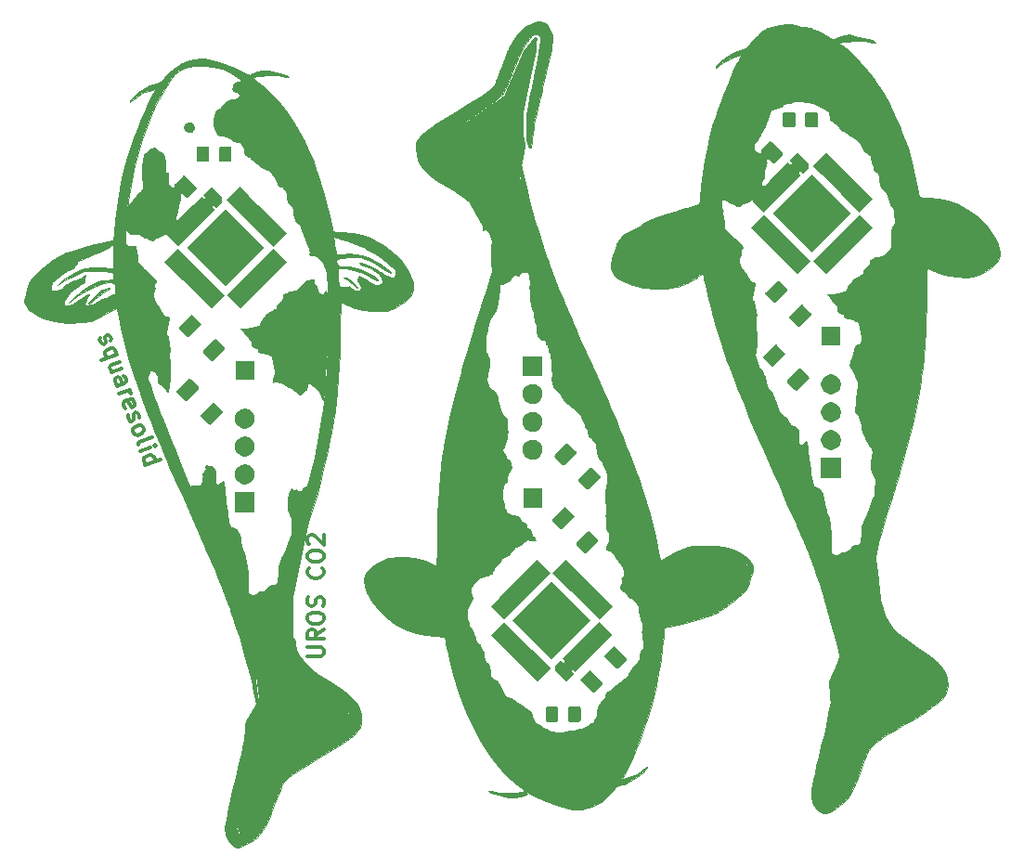
<source format=gbr>
%TF.GenerationSoftware,KiCad,Pcbnew,(5.0.2-5)-5*%
%TF.CreationDate,2022-10-07T21:03:46+07:00*%
%TF.ProjectId,gosanke,676f7361-6e6b-4652-9e6b-696361645f70,rev?*%
%TF.SameCoordinates,Original*%
%TF.FileFunction,Soldermask,Top*%
%TF.FilePolarity,Negative*%
%FSLAX46Y46*%
G04 Gerber Fmt 4.6, Leading zero omitted, Abs format (unit mm)*
G04 Created by KiCad (PCBNEW (5.0.2-5)-5) date 2022 October 07, Friday 21:03:46*
%MOMM*%
%LPD*%
G01*
G04 APERTURE LIST*
%ADD10C,0.300000*%
%ADD11C,0.150000*%
%ADD12C,0.010000*%
%ADD13C,0.100000*%
G04 APERTURE END LIST*
D10*
X129624876Y-67502897D02*
X129606615Y-67661568D01*
X129704335Y-67930052D01*
X129820316Y-68039864D01*
X129978988Y-68058125D01*
X130046109Y-68033695D01*
X130155921Y-67917714D01*
X130174181Y-67759042D01*
X130100891Y-67557679D01*
X130119152Y-67399007D01*
X130228964Y-67283027D01*
X130296085Y-67258597D01*
X130454757Y-67276857D01*
X130570738Y-67386669D01*
X130644028Y-67588032D01*
X130625767Y-67746704D01*
X131157058Y-68997571D02*
X129747519Y-69510601D01*
X130284486Y-69315161D02*
X130168505Y-69205349D01*
X130070785Y-68936866D01*
X130089046Y-68778194D01*
X130131737Y-68686643D01*
X130241549Y-68570662D01*
X130644274Y-68424082D01*
X130802946Y-68442343D01*
X130894497Y-68485034D01*
X131010478Y-68594845D01*
X131108198Y-68863329D01*
X131089937Y-69022001D01*
X131621228Y-70272868D02*
X130681536Y-70614888D01*
X131401358Y-69668780D02*
X130663028Y-69937510D01*
X130553216Y-70053491D01*
X130534955Y-70212163D01*
X130608245Y-70413525D01*
X130724226Y-70523337D01*
X130815777Y-70566028D01*
X131145706Y-71890185D02*
X131884036Y-71621455D01*
X131993847Y-71505474D01*
X132012108Y-71346802D01*
X131914388Y-71078319D01*
X131798407Y-70968507D01*
X131212827Y-71865755D02*
X131096846Y-71755943D01*
X130974696Y-71420339D01*
X130992957Y-71261667D01*
X131102768Y-71145686D01*
X131237010Y-71096826D01*
X131395682Y-71115087D01*
X131511663Y-71224899D01*
X131633813Y-71560503D01*
X131749794Y-71670315D01*
X131390006Y-72561394D02*
X132329698Y-72219374D01*
X132061215Y-72317094D02*
X132219887Y-72335355D01*
X132311438Y-72378046D01*
X132427418Y-72487858D01*
X132476279Y-72622099D01*
X131970157Y-73946503D02*
X131854176Y-73836691D01*
X131756456Y-73568208D01*
X131774717Y-73409536D01*
X131884529Y-73293555D01*
X132421496Y-73098115D01*
X132580168Y-73116376D01*
X132696149Y-73226188D01*
X132793869Y-73494671D01*
X132775608Y-73653343D01*
X132665796Y-73769324D01*
X132531554Y-73818184D01*
X132153012Y-73195835D01*
X132190027Y-74550591D02*
X132171766Y-74709263D01*
X132269486Y-74977747D01*
X132385467Y-75087558D01*
X132544139Y-75105819D01*
X132611260Y-75081389D01*
X132721072Y-74965408D01*
X132739332Y-74806737D01*
X132666042Y-74605374D01*
X132684303Y-74446702D01*
X132794115Y-74330721D01*
X132861236Y-74306291D01*
X133019908Y-74324552D01*
X133135889Y-74434364D01*
X133209179Y-74635727D01*
X133190918Y-74794398D01*
X132635936Y-75984560D02*
X132654197Y-75825888D01*
X132696888Y-75734337D01*
X132806700Y-75618357D01*
X133209425Y-75471776D01*
X133368097Y-75490037D01*
X133459648Y-75532728D01*
X133575629Y-75642540D01*
X133648919Y-75843903D01*
X133630658Y-76002575D01*
X133587967Y-76094125D01*
X133478155Y-76210106D01*
X133075430Y-76356686D01*
X132916758Y-76338426D01*
X132825207Y-76295735D01*
X132709226Y-76185923D01*
X132635936Y-75984560D01*
X133100107Y-77259857D02*
X133118367Y-77101186D01*
X133228179Y-76985205D01*
X134436355Y-76545464D01*
X133295547Y-77796825D02*
X134235239Y-77454804D01*
X134705086Y-77283794D02*
X134613535Y-77241103D01*
X134570844Y-77332654D01*
X134662395Y-77375345D01*
X134705086Y-77283794D01*
X134570844Y-77332654D01*
X133759717Y-79072122D02*
X135169256Y-78559091D01*
X133826838Y-79047692D02*
X133710857Y-78937880D01*
X133613137Y-78669396D01*
X133631398Y-78510724D01*
X133674089Y-78419174D01*
X133783900Y-78303193D01*
X134186626Y-78156613D01*
X134345298Y-78174873D01*
X134436848Y-78217564D01*
X134552829Y-78327376D01*
X134650549Y-78595860D01*
X134632289Y-78754532D01*
X148555971Y-96546228D02*
X149770257Y-96546228D01*
X149913114Y-96474800D01*
X149984542Y-96403371D01*
X150055971Y-96260514D01*
X150055971Y-95974800D01*
X149984542Y-95831942D01*
X149913114Y-95760514D01*
X149770257Y-95689085D01*
X148555971Y-95689085D01*
X150055971Y-94117657D02*
X149341685Y-94617657D01*
X150055971Y-94974800D02*
X148555971Y-94974800D01*
X148555971Y-94403371D01*
X148627400Y-94260514D01*
X148698828Y-94189085D01*
X148841685Y-94117657D01*
X149055971Y-94117657D01*
X149198828Y-94189085D01*
X149270257Y-94260514D01*
X149341685Y-94403371D01*
X149341685Y-94974800D01*
X148555971Y-93189085D02*
X148555971Y-92903371D01*
X148627400Y-92760514D01*
X148770257Y-92617657D01*
X149055971Y-92546228D01*
X149555971Y-92546228D01*
X149841685Y-92617657D01*
X149984542Y-92760514D01*
X150055971Y-92903371D01*
X150055971Y-93189085D01*
X149984542Y-93331942D01*
X149841685Y-93474800D01*
X149555971Y-93546228D01*
X149055971Y-93546228D01*
X148770257Y-93474800D01*
X148627400Y-93331942D01*
X148555971Y-93189085D01*
X149984542Y-91974800D02*
X150055971Y-91760514D01*
X150055971Y-91403371D01*
X149984542Y-91260514D01*
X149913114Y-91189085D01*
X149770257Y-91117657D01*
X149627400Y-91117657D01*
X149484542Y-91189085D01*
X149413114Y-91260514D01*
X149341685Y-91403371D01*
X149270257Y-91689085D01*
X149198828Y-91831942D01*
X149127400Y-91903371D01*
X148984542Y-91974800D01*
X148841685Y-91974800D01*
X148698828Y-91903371D01*
X148627400Y-91831942D01*
X148555971Y-91689085D01*
X148555971Y-91331942D01*
X148627400Y-91117657D01*
X149913114Y-88474800D02*
X149984542Y-88546228D01*
X150055971Y-88760514D01*
X150055971Y-88903371D01*
X149984542Y-89117657D01*
X149841685Y-89260514D01*
X149698828Y-89331942D01*
X149413114Y-89403371D01*
X149198828Y-89403371D01*
X148913114Y-89331942D01*
X148770257Y-89260514D01*
X148627400Y-89117657D01*
X148555971Y-88903371D01*
X148555971Y-88760514D01*
X148627400Y-88546228D01*
X148698828Y-88474800D01*
X148555971Y-87546228D02*
X148555971Y-87260514D01*
X148627400Y-87117657D01*
X148770257Y-86974800D01*
X149055971Y-86903371D01*
X149555971Y-86903371D01*
X149841685Y-86974800D01*
X149984542Y-87117657D01*
X150055971Y-87260514D01*
X150055971Y-87546228D01*
X149984542Y-87689085D01*
X149841685Y-87831942D01*
X149555971Y-87903371D01*
X149055971Y-87903371D01*
X148770257Y-87831942D01*
X148627400Y-87689085D01*
X148555971Y-87546228D01*
X148698828Y-86331942D02*
X148627400Y-86260514D01*
X148555971Y-86117657D01*
X148555971Y-85760514D01*
X148627400Y-85617657D01*
X148698828Y-85546228D01*
X148841685Y-85474800D01*
X148984542Y-85474800D01*
X149198828Y-85546228D01*
X150055971Y-86403371D01*
X150055971Y-85474800D01*
D11*
G36*
X191490600Y-45542200D02*
X191312800Y-45567600D01*
X191135000Y-45542200D01*
X190931800Y-45415200D01*
X190855600Y-45212000D01*
X190906400Y-44983400D01*
X191058800Y-44831000D01*
X191287400Y-44805600D01*
X191516000Y-44831000D01*
X191617600Y-44983400D01*
X191643000Y-45161200D01*
X191643000Y-45313600D01*
X191541400Y-45491400D01*
X191465200Y-45542200D01*
X191490600Y-45542200D01*
G37*
X191490600Y-45542200D02*
X191312800Y-45567600D01*
X191135000Y-45542200D01*
X190931800Y-45415200D01*
X190855600Y-45212000D01*
X190906400Y-44983400D01*
X191058800Y-44831000D01*
X191287400Y-44805600D01*
X191516000Y-44831000D01*
X191617600Y-44983400D01*
X191643000Y-45161200D01*
X191643000Y-45313600D01*
X191541400Y-45491400D01*
X191465200Y-45542200D01*
X191490600Y-45542200D01*
G36*
X173888400Y-103886000D02*
X174066200Y-103860600D01*
X174244000Y-103886000D01*
X174447200Y-104013000D01*
X174523400Y-104216200D01*
X174472600Y-104444800D01*
X174320200Y-104597200D01*
X174091600Y-104622600D01*
X173863000Y-104597200D01*
X173761400Y-104444800D01*
X173736000Y-104267000D01*
X173736000Y-104114600D01*
X173837600Y-103936800D01*
X173913800Y-103886000D01*
X173888400Y-103886000D01*
G37*
X173888400Y-103886000D02*
X174066200Y-103860600D01*
X174244000Y-103886000D01*
X174447200Y-104013000D01*
X174523400Y-104216200D01*
X174472600Y-104444800D01*
X174320200Y-104597200D01*
X174091600Y-104622600D01*
X173863000Y-104597200D01*
X173761400Y-104444800D01*
X173736000Y-104267000D01*
X173736000Y-104114600D01*
X173837600Y-103936800D01*
X173913800Y-103886000D01*
X173888400Y-103886000D01*
G36*
X138023600Y-48666400D02*
X137845800Y-48691800D01*
X137668000Y-48666400D01*
X137464800Y-48539400D01*
X137388600Y-48336200D01*
X137439400Y-48107600D01*
X137591800Y-47955200D01*
X137820400Y-47929800D01*
X138049000Y-47955200D01*
X138150600Y-48107600D01*
X138176000Y-48285400D01*
X138176000Y-48437800D01*
X138074400Y-48615600D01*
X137998200Y-48666400D01*
X138023600Y-48666400D01*
G37*
X138023600Y-48666400D02*
X137845800Y-48691800D01*
X137668000Y-48666400D01*
X137464800Y-48539400D01*
X137388600Y-48336200D01*
X137439400Y-48107600D01*
X137591800Y-47955200D01*
X137820400Y-47929800D01*
X138049000Y-47955200D01*
X138150600Y-48107600D01*
X138176000Y-48285400D01*
X138176000Y-48437800D01*
X138074400Y-48615600D01*
X137998200Y-48666400D01*
X138023600Y-48666400D01*
D12*
%TO.C,J4*%
G36*
X182050621Y-61198607D02*
X182114074Y-61066871D01*
X182282214Y-60867684D01*
X182521712Y-60631706D01*
X182799239Y-60389595D01*
X183081468Y-60172010D01*
X183335070Y-60009612D01*
X183354398Y-59999251D01*
X183657325Y-59856138D01*
X183877700Y-59784583D01*
X183989383Y-59792083D01*
X183997955Y-59814677D01*
X183932496Y-59873898D01*
X183761937Y-59994863D01*
X183553455Y-60131848D01*
X183260645Y-60333381D01*
X182914792Y-60592623D01*
X182589214Y-60854556D01*
X182579788Y-60862503D01*
X182338997Y-61053679D01*
X182155542Y-61176060D01*
X182058669Y-61211071D01*
X182050621Y-61198607D01*
X182050621Y-61198607D01*
G37*
X182050621Y-61198607D02*
X182114074Y-61066871D01*
X182282214Y-60867684D01*
X182521712Y-60631706D01*
X182799239Y-60389595D01*
X183081468Y-60172010D01*
X183335070Y-60009612D01*
X183354398Y-59999251D01*
X183657325Y-59856138D01*
X183877700Y-59784583D01*
X183989383Y-59792083D01*
X183997955Y-59814677D01*
X183932496Y-59873898D01*
X183761937Y-59994863D01*
X183553455Y-60131848D01*
X183260645Y-60333381D01*
X182914792Y-60592623D01*
X182589214Y-60854556D01*
X182579788Y-60862503D01*
X182338997Y-61053679D01*
X182155542Y-61176060D01*
X182058669Y-61211071D01*
X182050621Y-61198607D01*
G36*
X206532732Y-59804647D02*
X206356566Y-59666847D01*
X206172173Y-59508817D01*
X205893575Y-59276538D01*
X205638520Y-59083110D01*
X205450760Y-58961138D01*
X205412437Y-58942684D01*
X205282029Y-58883506D01*
X205304055Y-58861043D01*
X205376288Y-58857778D01*
X205590528Y-58896459D01*
X205714955Y-58948410D01*
X205983382Y-59140395D01*
X206276351Y-59416821D01*
X206530489Y-59717406D01*
X206545928Y-59738836D01*
X206594554Y-59827845D01*
X206532732Y-59804647D01*
X206532732Y-59804647D01*
G37*
X206532732Y-59804647D02*
X206356566Y-59666847D01*
X206172173Y-59508817D01*
X205893575Y-59276538D01*
X205638520Y-59083110D01*
X205450760Y-58961138D01*
X205412437Y-58942684D01*
X205282029Y-58883506D01*
X205304055Y-58861043D01*
X205376288Y-58857778D01*
X205590528Y-58896459D01*
X205714955Y-58948410D01*
X205983382Y-59140395D01*
X206276351Y-59416821D01*
X206530489Y-59717406D01*
X206545928Y-59738836D01*
X206594554Y-59827845D01*
X206532732Y-59804647D01*
G36*
X195345070Y-110752140D02*
X195030897Y-110514532D01*
X194759249Y-110136295D01*
X194706172Y-110034092D01*
X194625512Y-109857215D01*
X194563283Y-109681472D01*
X194521470Y-109492147D01*
X194502057Y-109274526D01*
X194507027Y-109013894D01*
X194538365Y-108695533D01*
X194598053Y-108304730D01*
X194688076Y-107826769D01*
X194810417Y-107246933D01*
X194967061Y-106550509D01*
X195159991Y-105722779D01*
X195391190Y-104749030D01*
X195454218Y-104485170D01*
X195660961Y-103616840D01*
X195830981Y-102892977D01*
X195968239Y-102293679D01*
X196076699Y-101799039D01*
X196160326Y-101389154D01*
X196223081Y-101044120D01*
X196268929Y-100744031D01*
X196301833Y-100468985D01*
X196325757Y-100199075D01*
X196335679Y-100058473D01*
X196366200Y-99719936D01*
X196405912Y-99449788D01*
X196448035Y-99289685D01*
X196464798Y-99265288D01*
X196590907Y-99263036D01*
X196698518Y-99409010D01*
X196785163Y-99682864D01*
X196848374Y-100064251D01*
X196885682Y-100532824D01*
X196894619Y-101068236D01*
X196872718Y-101650141D01*
X196822574Y-102214637D01*
X196762688Y-102694219D01*
X196694532Y-103169546D01*
X196626439Y-103586117D01*
X196566742Y-103889432D01*
X196566032Y-103892503D01*
X196357128Y-104817478D01*
X196167448Y-105705964D01*
X196000179Y-106539952D01*
X195858507Y-107301433D01*
X195745619Y-107972399D01*
X195664702Y-108534839D01*
X195618942Y-108970745D01*
X195611525Y-109262108D01*
X195612774Y-109279733D01*
X195670598Y-109526351D01*
X195808711Y-109639808D01*
X196052678Y-109636013D01*
X196150509Y-109614344D01*
X196353198Y-109491108D01*
X196597705Y-109221359D01*
X196875579Y-108820283D01*
X197178369Y-108303064D01*
X197497625Y-107684890D01*
X197824894Y-106980946D01*
X198151725Y-106206419D01*
X198392413Y-105585836D01*
X198569770Y-105115749D01*
X198709057Y-104769500D01*
X198830623Y-104511989D01*
X198954821Y-104308118D01*
X199102000Y-104122789D01*
X199292513Y-103920902D01*
X199447882Y-103765503D01*
X199883153Y-103374937D01*
X200465949Y-102919955D01*
X201189273Y-102405398D01*
X202046128Y-101836106D01*
X203029516Y-101216919D01*
X203852288Y-100718879D01*
X204444705Y-100363619D01*
X204906598Y-100079055D01*
X205254105Y-99851246D01*
X205503365Y-99666248D01*
X205670516Y-99510118D01*
X205771697Y-99368915D01*
X205823046Y-99228697D01*
X205840702Y-99075519D01*
X205841955Y-98999958D01*
X205796704Y-98636601D01*
X205654029Y-98270422D01*
X205403548Y-97889026D01*
X205034880Y-97480014D01*
X204537641Y-97030991D01*
X203901450Y-96529560D01*
X203566748Y-96283286D01*
X202782892Y-95698874D01*
X202138684Y-95177197D01*
X201622409Y-94705081D01*
X201222347Y-94269352D01*
X200926783Y-93856836D01*
X200723999Y-93454359D01*
X200602277Y-93048747D01*
X200579920Y-92925149D01*
X200531566Y-92510541D01*
X200541710Y-92210027D01*
X200615615Y-91976955D01*
X200702686Y-91836301D01*
X200773748Y-91756879D01*
X200817318Y-91782061D01*
X200849731Y-91936836D01*
X200869310Y-92091221D01*
X200928546Y-92407953D01*
X201028475Y-92779947D01*
X201106684Y-93013756D01*
X201313523Y-93411008D01*
X201640351Y-93848422D01*
X202054352Y-94293195D01*
X202522707Y-94712524D01*
X203012601Y-95073606D01*
X203386621Y-95292724D01*
X204244923Y-95768482D01*
X205005120Y-96266134D01*
X205653350Y-96773846D01*
X206175753Y-97279786D01*
X206558469Y-97772122D01*
X206766110Y-98177751D01*
X206891888Y-98649634D01*
X206938093Y-99142932D01*
X206902409Y-99595480D01*
X206828452Y-99852389D01*
X206735761Y-100039428D01*
X206608843Y-100227084D01*
X206436156Y-100423778D01*
X206206153Y-100637932D01*
X205907290Y-100877966D01*
X205528023Y-101152302D01*
X205056806Y-101469361D01*
X204482096Y-101837564D01*
X203792348Y-102265333D01*
X202976017Y-102761088D01*
X202214743Y-103217868D01*
X201564105Y-103611085D01*
X201043768Y-103937338D01*
X200635498Y-104210967D01*
X200321059Y-104446311D01*
X200082217Y-104657712D01*
X199900735Y-104859508D01*
X199758378Y-105066041D01*
X199675592Y-105214622D01*
X199615760Y-105351689D01*
X199509223Y-105616969D01*
X199367948Y-105979830D01*
X199203904Y-106409643D01*
X199080185Y-106738622D01*
X198905162Y-107204450D01*
X198742822Y-107632015D01*
X198605722Y-107988586D01*
X198506418Y-108241427D01*
X198466846Y-108337503D01*
X198248293Y-108760428D01*
X197954291Y-109225108D01*
X197633676Y-109658289D01*
X197430204Y-109892416D01*
X197169665Y-110119115D01*
X196829592Y-110350529D01*
X196456527Y-110561531D01*
X196097016Y-110726997D01*
X195797602Y-110821801D01*
X195684343Y-110834853D01*
X195345070Y-110752140D01*
X195345070Y-110752140D01*
G37*
X195345070Y-110752140D02*
X195030897Y-110514532D01*
X194759249Y-110136295D01*
X194706172Y-110034092D01*
X194625512Y-109857215D01*
X194563283Y-109681472D01*
X194521470Y-109492147D01*
X194502057Y-109274526D01*
X194507027Y-109013894D01*
X194538365Y-108695533D01*
X194598053Y-108304730D01*
X194688076Y-107826769D01*
X194810417Y-107246933D01*
X194967061Y-106550509D01*
X195159991Y-105722779D01*
X195391190Y-104749030D01*
X195454218Y-104485170D01*
X195660961Y-103616840D01*
X195830981Y-102892977D01*
X195968239Y-102293679D01*
X196076699Y-101799039D01*
X196160326Y-101389154D01*
X196223081Y-101044120D01*
X196268929Y-100744031D01*
X196301833Y-100468985D01*
X196325757Y-100199075D01*
X196335679Y-100058473D01*
X196366200Y-99719936D01*
X196405912Y-99449788D01*
X196448035Y-99289685D01*
X196464798Y-99265288D01*
X196590907Y-99263036D01*
X196698518Y-99409010D01*
X196785163Y-99682864D01*
X196848374Y-100064251D01*
X196885682Y-100532824D01*
X196894619Y-101068236D01*
X196872718Y-101650141D01*
X196822574Y-102214637D01*
X196762688Y-102694219D01*
X196694532Y-103169546D01*
X196626439Y-103586117D01*
X196566742Y-103889432D01*
X196566032Y-103892503D01*
X196357128Y-104817478D01*
X196167448Y-105705964D01*
X196000179Y-106539952D01*
X195858507Y-107301433D01*
X195745619Y-107972399D01*
X195664702Y-108534839D01*
X195618942Y-108970745D01*
X195611525Y-109262108D01*
X195612774Y-109279733D01*
X195670598Y-109526351D01*
X195808711Y-109639808D01*
X196052678Y-109636013D01*
X196150509Y-109614344D01*
X196353198Y-109491108D01*
X196597705Y-109221359D01*
X196875579Y-108820283D01*
X197178369Y-108303064D01*
X197497625Y-107684890D01*
X197824894Y-106980946D01*
X198151725Y-106206419D01*
X198392413Y-105585836D01*
X198569770Y-105115749D01*
X198709057Y-104769500D01*
X198830623Y-104511989D01*
X198954821Y-104308118D01*
X199102000Y-104122789D01*
X199292513Y-103920902D01*
X199447882Y-103765503D01*
X199883153Y-103374937D01*
X200465949Y-102919955D01*
X201189273Y-102405398D01*
X202046128Y-101836106D01*
X203029516Y-101216919D01*
X203852288Y-100718879D01*
X204444705Y-100363619D01*
X204906598Y-100079055D01*
X205254105Y-99851246D01*
X205503365Y-99666248D01*
X205670516Y-99510118D01*
X205771697Y-99368915D01*
X205823046Y-99228697D01*
X205840702Y-99075519D01*
X205841955Y-98999958D01*
X205796704Y-98636601D01*
X205654029Y-98270422D01*
X205403548Y-97889026D01*
X205034880Y-97480014D01*
X204537641Y-97030991D01*
X203901450Y-96529560D01*
X203566748Y-96283286D01*
X202782892Y-95698874D01*
X202138684Y-95177197D01*
X201622409Y-94705081D01*
X201222347Y-94269352D01*
X200926783Y-93856836D01*
X200723999Y-93454359D01*
X200602277Y-93048747D01*
X200579920Y-92925149D01*
X200531566Y-92510541D01*
X200541710Y-92210027D01*
X200615615Y-91976955D01*
X200702686Y-91836301D01*
X200773748Y-91756879D01*
X200817318Y-91782061D01*
X200849731Y-91936836D01*
X200869310Y-92091221D01*
X200928546Y-92407953D01*
X201028475Y-92779947D01*
X201106684Y-93013756D01*
X201313523Y-93411008D01*
X201640351Y-93848422D01*
X202054352Y-94293195D01*
X202522707Y-94712524D01*
X203012601Y-95073606D01*
X203386621Y-95292724D01*
X204244923Y-95768482D01*
X205005120Y-96266134D01*
X205653350Y-96773846D01*
X206175753Y-97279786D01*
X206558469Y-97772122D01*
X206766110Y-98177751D01*
X206891888Y-98649634D01*
X206938093Y-99142932D01*
X206902409Y-99595480D01*
X206828452Y-99852389D01*
X206735761Y-100039428D01*
X206608843Y-100227084D01*
X206436156Y-100423778D01*
X206206153Y-100637932D01*
X205907290Y-100877966D01*
X205528023Y-101152302D01*
X205056806Y-101469361D01*
X204482096Y-101837564D01*
X203792348Y-102265333D01*
X202976017Y-102761088D01*
X202214743Y-103217868D01*
X201564105Y-103611085D01*
X201043768Y-103937338D01*
X200635498Y-104210967D01*
X200321059Y-104446311D01*
X200082217Y-104657712D01*
X199900735Y-104859508D01*
X199758378Y-105066041D01*
X199675592Y-105214622D01*
X199615760Y-105351689D01*
X199509223Y-105616969D01*
X199367948Y-105979830D01*
X199203904Y-106409643D01*
X199080185Y-106738622D01*
X198905162Y-107204450D01*
X198742822Y-107632015D01*
X198605722Y-107988586D01*
X198506418Y-108241427D01*
X198466846Y-108337503D01*
X198248293Y-108760428D01*
X197954291Y-109225108D01*
X197633676Y-109658289D01*
X197430204Y-109892416D01*
X197169665Y-110119115D01*
X196829592Y-110350529D01*
X196456527Y-110561531D01*
X196097016Y-110726997D01*
X195797602Y-110821801D01*
X195684343Y-110834853D01*
X195345070Y-110752140D01*
G36*
X187431005Y-49538043D02*
X187260647Y-49449488D01*
X187235305Y-49339726D01*
X187344211Y-49161505D01*
X187344981Y-49160488D01*
X187441739Y-48947495D01*
X187469288Y-48768688D01*
X187515263Y-48557446D01*
X187599519Y-48433155D01*
X187680947Y-48308803D01*
X187691808Y-48100187D01*
X187674572Y-47957121D01*
X187647500Y-47729205D01*
X187669270Y-47622691D01*
X187757765Y-47592502D01*
X187819508Y-47591744D01*
X188045700Y-47630447D01*
X188167790Y-47680619D01*
X188355810Y-47869799D01*
X188499860Y-48159630D01*
X188567926Y-48481850D01*
X188569638Y-48537465D01*
X188503838Y-48879352D01*
X188329877Y-49182270D01*
X188081720Y-49416373D01*
X187793334Y-49551813D01*
X187498682Y-49558743D01*
X187431005Y-49538043D01*
X187431005Y-49538043D01*
G37*
X187431005Y-49538043D02*
X187260647Y-49449488D01*
X187235305Y-49339726D01*
X187344211Y-49161505D01*
X187344981Y-49160488D01*
X187441739Y-48947495D01*
X187469288Y-48768688D01*
X187515263Y-48557446D01*
X187599519Y-48433155D01*
X187680947Y-48308803D01*
X187691808Y-48100187D01*
X187674572Y-47957121D01*
X187647500Y-47729205D01*
X187669270Y-47622691D01*
X187757765Y-47592502D01*
X187819508Y-47591744D01*
X188045700Y-47630447D01*
X188167790Y-47680619D01*
X188355810Y-47869799D01*
X188499860Y-48159630D01*
X188567926Y-48481850D01*
X188569638Y-48537465D01*
X188503838Y-48879352D01*
X188329877Y-49182270D01*
X188081720Y-49416373D01*
X187793334Y-49551813D01*
X187498682Y-49558743D01*
X187431005Y-49538043D01*
G36*
X199992834Y-48579367D02*
X199749000Y-48480635D01*
X199498995Y-48296147D01*
X199428455Y-48225642D01*
X199246806Y-47995950D01*
X199167549Y-47772437D01*
X199153288Y-47543875D01*
X199202414Y-47148640D01*
X199336484Y-46817793D01*
X199535535Y-46597503D01*
X199571932Y-46575680D01*
X199744990Y-46500232D01*
X199840323Y-46539928D01*
X199917384Y-46705682D01*
X199980369Y-46920071D01*
X199999955Y-47060058D01*
X200054709Y-47217222D01*
X200177434Y-47386174D01*
X200296166Y-47560652D01*
X200278879Y-47710602D01*
X200273663Y-47720279D01*
X200240223Y-47946079D01*
X200279367Y-48095832D01*
X200324815Y-48316047D01*
X200308834Y-48476007D01*
X200192208Y-48581454D01*
X199992834Y-48579367D01*
X199992834Y-48579367D01*
G37*
X199992834Y-48579367D02*
X199749000Y-48480635D01*
X199498995Y-48296147D01*
X199428455Y-48225642D01*
X199246806Y-47995950D01*
X199167549Y-47772437D01*
X199153288Y-47543875D01*
X199202414Y-47148640D01*
X199336484Y-46817793D01*
X199535535Y-46597503D01*
X199571932Y-46575680D01*
X199744990Y-46500232D01*
X199840323Y-46539928D01*
X199917384Y-46705682D01*
X199980369Y-46920071D01*
X199999955Y-47060058D01*
X200054709Y-47217222D01*
X200177434Y-47386174D01*
X200296166Y-47560652D01*
X200278879Y-47710602D01*
X200273663Y-47720279D01*
X200240223Y-47946079D01*
X200279367Y-48095832D01*
X200324815Y-48316047D01*
X200308834Y-48476007D01*
X200192208Y-48581454D01*
X199992834Y-48579367D01*
G36*
X197474789Y-98198200D02*
X197440970Y-98141608D01*
X197400001Y-98010268D01*
X197345996Y-97783682D01*
X197273065Y-97441356D01*
X197175322Y-96962791D01*
X197121332Y-96695836D01*
X196983083Y-96067895D01*
X196798301Y-95312970D01*
X196576393Y-94463908D01*
X196326763Y-93553553D01*
X196058816Y-92614749D01*
X195781959Y-91680341D01*
X195505596Y-90783174D01*
X195239134Y-89956093D01*
X194991977Y-89231941D01*
X194951383Y-89118170D01*
X194727518Y-88504941D01*
X194483121Y-87851708D01*
X194228650Y-87184997D01*
X193974562Y-86531335D01*
X193731315Y-85917251D01*
X193509364Y-85369272D01*
X193319168Y-84913924D01*
X193171183Y-84577737D01*
X193115730Y-84461503D01*
X193035473Y-84291185D01*
X192899225Y-83990978D01*
X192718334Y-83586365D01*
X192504145Y-83102825D01*
X192268006Y-82565840D01*
X192078883Y-82133170D01*
X191507118Y-80826828D01*
X190962018Y-79591777D01*
X190453054Y-78449280D01*
X189989699Y-77420602D01*
X189581428Y-76527007D01*
X189578457Y-76520563D01*
X189418104Y-76159459D01*
X189207792Y-75665575D01*
X188957722Y-75064418D01*
X188678095Y-74381494D01*
X188379111Y-73642310D01*
X188070970Y-72872372D01*
X187763874Y-72097187D01*
X187468021Y-71342262D01*
X187193614Y-70633103D01*
X186950852Y-69995218D01*
X186749935Y-69454112D01*
X186724411Y-69383900D01*
X186178055Y-67782812D01*
X185688071Y-66158966D01*
X185270910Y-64569672D01*
X185013035Y-63421836D01*
X184904868Y-62902905D01*
X184806971Y-62442757D01*
X184724805Y-62066294D01*
X184663831Y-61798413D01*
X184629509Y-61664016D01*
X184625197Y-61653415D01*
X184545724Y-61680221D01*
X184362499Y-61780997D01*
X184112298Y-61935230D01*
X184063978Y-61966441D01*
X183164371Y-62473993D01*
X182277933Y-62816993D01*
X182096333Y-62867513D01*
X181706092Y-62936412D01*
X181199095Y-62979492D01*
X180625959Y-62996622D01*
X180037302Y-62987670D01*
X179483740Y-62952505D01*
X179015892Y-62890997D01*
X178937854Y-62875689D01*
X178193314Y-62679127D01*
X177546847Y-62427720D01*
X177012059Y-62130948D01*
X176602560Y-61798291D01*
X176331958Y-61439230D01*
X176213861Y-61063245D01*
X176209702Y-60975149D01*
X176239650Y-60733850D01*
X176317932Y-60388569D01*
X176429036Y-59992156D01*
X176557448Y-59597465D01*
X176687656Y-59257346D01*
X176759013Y-59103724D01*
X176907465Y-58903557D01*
X177170599Y-58634255D01*
X177520506Y-58318016D01*
X177929280Y-57977039D01*
X178369011Y-57633523D01*
X178811793Y-57309667D01*
X179229717Y-57027669D01*
X179594875Y-56809728D01*
X179729668Y-56740784D01*
X179999626Y-56631469D01*
X180399587Y-56494401D01*
X180894502Y-56339676D01*
X181449325Y-56177388D01*
X182029006Y-56017632D01*
X182598499Y-55870500D01*
X183122757Y-55746090D01*
X183362955Y-55694324D01*
X184294288Y-55502429D01*
X184354669Y-54784300D01*
X184466929Y-53676134D01*
X184618826Y-52520683D01*
X184803178Y-51358651D01*
X185012803Y-50230748D01*
X185240519Y-49177680D01*
X185479143Y-48240154D01*
X185556940Y-47970170D01*
X185748930Y-47365311D01*
X185987602Y-46675554D01*
X186260338Y-45932475D01*
X186554521Y-45167650D01*
X186857531Y-44412654D01*
X187156751Y-43699066D01*
X187439562Y-43058459D01*
X187693346Y-42522411D01*
X187866104Y-42191670D01*
X188005206Y-41934093D01*
X188098230Y-41745825D01*
X188127204Y-41663519D01*
X188125558Y-41662503D01*
X188033080Y-41686795D01*
X187824936Y-41750474D01*
X187546771Y-41839565D01*
X186968192Y-42062604D01*
X186503603Y-42325758D01*
X186137057Y-42622512D01*
X185935087Y-42790341D01*
X185829105Y-42837255D01*
X185817680Y-42780845D01*
X185899381Y-42638700D01*
X186072780Y-42428411D01*
X186160314Y-42336427D01*
X186440689Y-42093320D01*
X186801315Y-41839429D01*
X187202057Y-41596889D01*
X187602778Y-41387837D01*
X187963344Y-41234409D01*
X188243618Y-41158742D01*
X188303265Y-41154503D01*
X188463318Y-41130094D01*
X188613980Y-41037366D01*
X188793798Y-40847069D01*
X188924816Y-40682822D01*
X189386175Y-40182093D01*
X189957400Y-39711092D01*
X190579821Y-39315967D01*
X190813621Y-39197167D01*
X191244400Y-39043218D01*
X191746784Y-38938213D01*
X192249663Y-38892400D01*
X192681924Y-38916029D01*
X192718621Y-38922624D01*
X193920898Y-39224632D01*
X195105054Y-39651164D01*
X195670598Y-39905660D01*
X196717574Y-40412658D01*
X197067598Y-40214377D01*
X197455802Y-40075005D01*
X197954985Y-40018920D01*
X198530171Y-40043557D01*
X199146382Y-40146351D01*
X199768644Y-40324736D01*
X200051479Y-40433220D01*
X200261447Y-40534891D01*
X200317731Y-40595191D01*
X200231547Y-40611247D01*
X200014109Y-40580185D01*
X199734154Y-40514510D01*
X199391008Y-40441863D01*
X199035337Y-40409139D01*
X198605230Y-40412375D01*
X198348955Y-40425861D01*
X197797517Y-40466711D01*
X197404073Y-40511365D01*
X197157293Y-40561714D01*
X197045849Y-40619646D01*
X197036621Y-40644732D01*
X197100030Y-40720736D01*
X197268985Y-40868369D01*
X197511578Y-41060362D01*
X197608121Y-41133101D01*
X198517338Y-41903346D01*
X199388656Y-42828172D01*
X200215808Y-43895806D01*
X200992526Y-45094478D01*
X201712543Y-46412415D01*
X202369590Y-47837846D01*
X202957400Y-49358998D01*
X203469704Y-50964099D01*
X203900236Y-52641378D01*
X204014072Y-53164346D01*
X204112451Y-53637240D01*
X204197552Y-54049160D01*
X204263819Y-54372970D01*
X204305692Y-54581531D01*
X204317955Y-54648029D01*
X204396470Y-54664497D01*
X204607894Y-54686605D01*
X204916046Y-54710944D01*
X205145363Y-54725998D01*
X206115347Y-54823713D01*
X206963378Y-54995029D01*
X207723508Y-55247702D01*
X208032413Y-55383578D01*
X208905451Y-55877970D01*
X209714272Y-56494840D01*
X210432042Y-57207985D01*
X211031925Y-57991198D01*
X211436156Y-58707321D01*
X211633141Y-59265932D01*
X211686397Y-59791914D01*
X211661994Y-59917818D01*
X211260621Y-59917818D01*
X211206441Y-59755955D01*
X211057671Y-59498450D01*
X210834968Y-59173729D01*
X210558987Y-58810215D01*
X210250385Y-58436332D01*
X209929817Y-58080504D01*
X209911187Y-58060909D01*
X209217109Y-57421758D01*
X208402336Y-56822552D01*
X207515436Y-56298385D01*
X207365955Y-56221755D01*
X207138775Y-56118955D01*
X206815993Y-55987505D01*
X206427977Y-55838190D01*
X206005096Y-55681794D01*
X205577716Y-55529103D01*
X205176206Y-55390900D01*
X204830933Y-55277970D01*
X204572266Y-55201098D01*
X204430572Y-55171069D01*
X204414327Y-55173539D01*
X204412089Y-55263276D01*
X204432426Y-55480171D01*
X204471235Y-55784166D01*
X204490655Y-55918779D01*
X204545900Y-56257264D01*
X204600178Y-56534564D01*
X204644282Y-56705329D01*
X204655647Y-56731593D01*
X204747400Y-56777983D01*
X204953423Y-56778031D01*
X205269530Y-56736699D01*
X205806332Y-56697312D01*
X206399487Y-56728839D01*
X206978903Y-56823253D01*
X207474484Y-56972524D01*
X207529012Y-56995503D01*
X207796577Y-57128693D01*
X208135247Y-57319422D01*
X208506423Y-57543297D01*
X208871505Y-57775931D01*
X209191894Y-57992932D01*
X209428991Y-58169912D01*
X209523926Y-58256033D01*
X209640475Y-58409669D01*
X209629149Y-58466489D01*
X209499257Y-58428951D01*
X209260107Y-58299511D01*
X208960340Y-58107273D01*
X208323420Y-57696661D01*
X207776522Y-57391512D01*
X207286726Y-57180849D01*
X206821106Y-57053697D01*
X206346742Y-56999078D01*
X205830709Y-57006016D01*
X205688188Y-57016340D01*
X205250488Y-57057454D01*
X204955276Y-57101908D01*
X204775811Y-57158898D01*
X204685350Y-57237623D01*
X204657149Y-57347279D01*
X204656621Y-57371120D01*
X204676765Y-57615691D01*
X204760638Y-57755890D01*
X204943403Y-57819378D01*
X205244803Y-57833836D01*
X205728006Y-57871296D01*
X206256826Y-57974845D01*
X206797714Y-58131237D01*
X207317118Y-58327228D01*
X207781487Y-58549572D01*
X208157269Y-58785024D01*
X208410914Y-59020337D01*
X208467921Y-59106264D01*
X208453997Y-59151760D01*
X208308959Y-59096878D01*
X208031140Y-58940894D01*
X207888968Y-58854067D01*
X207062314Y-58425078D01*
X206232479Y-58159997D01*
X205446961Y-58062278D01*
X205143348Y-58059674D01*
X204912024Y-58068528D01*
X204799415Y-58086937D01*
X204796764Y-58088923D01*
X204788668Y-58181268D01*
X204791360Y-58405052D01*
X204802718Y-58722872D01*
X204820617Y-59097324D01*
X204842935Y-59491008D01*
X204867548Y-59866521D01*
X204892333Y-60186459D01*
X204915168Y-60413422D01*
X204933929Y-60510006D01*
X204934216Y-60510320D01*
X205022482Y-60532665D01*
X205243269Y-60574677D01*
X205561769Y-60630030D01*
X205887087Y-60683450D01*
X206663001Y-60774905D01*
X207571700Y-60823879D01*
X208170288Y-60832016D01*
X208694536Y-60829836D01*
X209088860Y-60820508D01*
X209392649Y-60799543D01*
X209645291Y-60762453D01*
X209886174Y-60704749D01*
X210154688Y-60621941D01*
X210228839Y-60597427D01*
X210728411Y-60405401D01*
X211062272Y-60216396D01*
X211233958Y-60028082D01*
X211260621Y-59917818D01*
X211661994Y-59917818D01*
X211595004Y-60263438D01*
X211509330Y-60446975D01*
X211269050Y-60752013D01*
X210905542Y-61068531D01*
X210460579Y-61369949D01*
X209975934Y-61629687D01*
X209493379Y-61821163D01*
X209245621Y-61887405D01*
X208584789Y-61965183D01*
X207844652Y-61948159D01*
X207080696Y-61844023D01*
X206348406Y-61660469D01*
X205703270Y-61405187D01*
X205678839Y-61392975D01*
X205383375Y-61252556D01*
X205201085Y-61191872D01*
X205100432Y-61202724D01*
X205069501Y-61234519D01*
X205050433Y-61346429D01*
X205033180Y-61604321D01*
X205018455Y-61984848D01*
X205006971Y-62464663D01*
X204999442Y-63020418D01*
X204996585Y-63620884D01*
X204984078Y-64677353D01*
X204949327Y-65798570D01*
X204894750Y-66948032D01*
X204822767Y-68089235D01*
X204735799Y-69185675D01*
X204636265Y-70200850D01*
X204526585Y-71098255D01*
X204479375Y-71422836D01*
X204293374Y-72520869D01*
X204057847Y-73732434D01*
X203783051Y-75012637D01*
X203479240Y-76316580D01*
X203156672Y-77599367D01*
X202825602Y-78816102D01*
X202661323Y-79381503D01*
X202447050Y-80096726D01*
X202209104Y-80882441D01*
X201952040Y-81724212D01*
X201680415Y-82607604D01*
X201398787Y-83518179D01*
X201111710Y-84441502D01*
X200823741Y-85363136D01*
X200539437Y-86268646D01*
X200263354Y-87143596D01*
X200000048Y-87973548D01*
X199754076Y-88744068D01*
X199529994Y-89440718D01*
X199332358Y-90049063D01*
X199165725Y-90554667D01*
X199034651Y-90943093D01*
X198943692Y-91199906D01*
X198897405Y-91310669D01*
X198895463Y-91313104D01*
X198836095Y-91337998D01*
X198843603Y-91219175D01*
X198849247Y-91192503D01*
X198876564Y-91065768D01*
X198935144Y-90792084D01*
X199021002Y-90390128D01*
X199130155Y-89878577D01*
X199258618Y-89276105D01*
X199402407Y-88601391D01*
X199557537Y-87873109D01*
X199625948Y-87551836D01*
X199828194Y-86604355D01*
X200002622Y-85795002D01*
X200155971Y-85096133D01*
X200294981Y-84480108D01*
X200426392Y-83919284D01*
X200556942Y-83386020D01*
X200693371Y-82852672D01*
X200842419Y-82291600D01*
X201010825Y-81675160D01*
X201205329Y-80975711D01*
X201388520Y-80322622D01*
X201872877Y-78546523D01*
X202291101Y-76893753D01*
X202649112Y-75334406D01*
X202952834Y-73838572D01*
X203208188Y-72376344D01*
X203421094Y-70917813D01*
X203597476Y-69433072D01*
X203653519Y-68882836D01*
X203705532Y-68252565D01*
X203752007Y-67498513D01*
X203792530Y-66646818D01*
X203826686Y-65723619D01*
X203854061Y-64755054D01*
X203874240Y-63767262D01*
X203886808Y-62786382D01*
X203891350Y-61838552D01*
X203887453Y-60949910D01*
X203874700Y-60146595D01*
X203852679Y-59454746D01*
X203820973Y-58900501D01*
X203813349Y-58807503D01*
X203605533Y-56828740D01*
X203336633Y-54933544D01*
X203009445Y-53132116D01*
X202626765Y-51434658D01*
X202191389Y-49851372D01*
X201706113Y-48392459D01*
X201173733Y-47068122D01*
X200597044Y-45888561D01*
X200001061Y-44896977D01*
X199126231Y-43702439D01*
X198192923Y-42637052D01*
X197213800Y-41714073D01*
X196274621Y-40996097D01*
X195588479Y-40547371D01*
X194988561Y-40202900D01*
X194438639Y-39949984D01*
X193902486Y-39775921D01*
X193343871Y-39668011D01*
X192726567Y-39613553D01*
X192295288Y-39601022D01*
X191653076Y-39611979D01*
X191125854Y-39673852D01*
X190684009Y-39803724D01*
X190297933Y-40018677D01*
X189938013Y-40335796D01*
X189574641Y-40772163D01*
X189178204Y-41344862D01*
X189121490Y-41432079D01*
X188683796Y-42177544D01*
X188239142Y-43063736D01*
X187798243Y-44062974D01*
X187371815Y-45147576D01*
X186970574Y-46289862D01*
X186605235Y-47462150D01*
X186286513Y-48636760D01*
X186207994Y-48958470D01*
X185979954Y-49970282D01*
X185796769Y-50913264D01*
X185653404Y-51828732D01*
X185544828Y-52758003D01*
X185466006Y-53742394D01*
X185411906Y-54823221D01*
X185384641Y-55717170D01*
X185368655Y-56511093D01*
X185363102Y-57172598D01*
X185368873Y-57738332D01*
X185386859Y-58244942D01*
X185417951Y-58729074D01*
X185463039Y-59227374D01*
X185472095Y-59315503D01*
X185583776Y-60263613D01*
X185592636Y-60326960D01*
X184520396Y-60326960D01*
X184517505Y-60206221D01*
X184493437Y-59787991D01*
X184438163Y-59513438D01*
X184330464Y-59357200D01*
X184149122Y-59293913D01*
X183872917Y-59298216D01*
X183766914Y-59309061D01*
X183202424Y-59433628D01*
X182555461Y-59690576D01*
X181821930Y-60081932D01*
X180997734Y-60609725D01*
X180653621Y-60850989D01*
X180230288Y-61154275D01*
X180751426Y-60646720D01*
X181055936Y-60381287D01*
X181448780Y-60082393D01*
X181868423Y-59795404D01*
X182101886Y-59651083D01*
X182475639Y-59435405D01*
X182754174Y-59291848D01*
X182986055Y-59203094D01*
X183219848Y-59151821D01*
X183504118Y-59120709D01*
X183612748Y-59112252D01*
X184294288Y-59061503D01*
X184320396Y-58746856D01*
X184323018Y-58533952D01*
X184260862Y-58426841D01*
X184108729Y-58367179D01*
X183936639Y-58342783D01*
X183635234Y-58322350D01*
X183244520Y-58307800D01*
X182804504Y-58301057D01*
X182727955Y-58300826D01*
X181584955Y-58299503D01*
X180780621Y-58694475D01*
X180396275Y-58886900D01*
X180023847Y-59079694D01*
X179718170Y-59244196D01*
X179595288Y-59314042D01*
X179214288Y-59538636D01*
X179593514Y-59186690D01*
X179889224Y-58958760D01*
X180296521Y-58706462D01*
X180765259Y-58455600D01*
X181245293Y-58231974D01*
X181686478Y-58061388D01*
X181906684Y-57996453D01*
X182180130Y-57957819D01*
X182564886Y-57939437D01*
X183006223Y-57940014D01*
X183449412Y-57958258D01*
X183839725Y-57992874D01*
X184122434Y-58042571D01*
X184146121Y-58049362D01*
X184336621Y-58107586D01*
X184336621Y-56989989D01*
X184332132Y-56580346D01*
X184319834Y-56242616D01*
X184301486Y-56006921D01*
X184278844Y-55903384D01*
X184273121Y-55901472D01*
X184176618Y-55949526D01*
X183961798Y-56058399D01*
X183661021Y-56211642D01*
X183326933Y-56382421D01*
X182958692Y-56560621D01*
X182476053Y-56779059D01*
X181923187Y-57018567D01*
X181344267Y-57259977D01*
X180829266Y-57466243D01*
X180179902Y-57722776D01*
X179664923Y-57934432D01*
X179259883Y-58115045D01*
X178940337Y-58278448D01*
X178681839Y-58438477D01*
X178459945Y-58608963D01*
X178250210Y-58803743D01*
X178028187Y-59036648D01*
X177999949Y-59067389D01*
X177771767Y-59346059D01*
X177529837Y-59690688D01*
X177291890Y-60069402D01*
X177075661Y-60450331D01*
X176898883Y-60801600D01*
X176779290Y-61091338D01*
X176734615Y-61287672D01*
X176740743Y-61330574D01*
X176839442Y-61390902D01*
X177076202Y-61465615D01*
X177420960Y-61548906D01*
X177843652Y-61634965D01*
X178314215Y-61717986D01*
X178802586Y-61792160D01*
X179278700Y-61851679D01*
X179595288Y-61882056D01*
X180503976Y-61901095D01*
X181493256Y-61825514D01*
X182508398Y-61662487D01*
X183494671Y-61419187D01*
X183764241Y-61335692D01*
X184077109Y-61224850D01*
X184325346Y-61120036D01*
X184465907Y-61039936D01*
X184479758Y-61025061D01*
X184504803Y-60900071D01*
X184519057Y-60652020D01*
X184520396Y-60326960D01*
X185592636Y-60326960D01*
X185726301Y-61282628D01*
X185889754Y-62309540D01*
X186064220Y-63281340D01*
X186206896Y-63985263D01*
X186288825Y-64318701D01*
X186417126Y-64783600D01*
X186582904Y-65351361D01*
X186777259Y-65993385D01*
X186991296Y-66681073D01*
X187216116Y-67385828D01*
X187442822Y-68079051D01*
X187662516Y-68732142D01*
X187860171Y-69299309D01*
X188036153Y-69779070D01*
X188268686Y-70391244D01*
X188548290Y-71112319D01*
X188865483Y-71918780D01*
X189210783Y-72787113D01*
X189574708Y-73693806D01*
X189947777Y-74615344D01*
X190320509Y-75528214D01*
X190683422Y-76408902D01*
X191027033Y-77233894D01*
X191341863Y-77979676D01*
X191618429Y-78622736D01*
X191635474Y-78661836D01*
X191960138Y-79410076D01*
X192323515Y-80254630D01*
X192702476Y-81141276D01*
X193073893Y-82015796D01*
X193414639Y-82823970D01*
X193603981Y-83276645D01*
X194125731Y-84573823D01*
X194632619Y-85920513D01*
X195116744Y-87291270D01*
X195570208Y-88660650D01*
X195985111Y-90003210D01*
X196353553Y-91293506D01*
X196667634Y-92506095D01*
X196919454Y-93615531D01*
X197082087Y-94479092D01*
X197241485Y-95461579D01*
X197369673Y-96298412D01*
X197466196Y-96985968D01*
X197530602Y-97520625D01*
X197562436Y-97898760D01*
X197561244Y-98116752D01*
X197544530Y-98169128D01*
X197507347Y-98200542D01*
X197474789Y-98198200D01*
X197474789Y-98198200D01*
G37*
X197474789Y-98198200D02*
X197440970Y-98141608D01*
X197400001Y-98010268D01*
X197345996Y-97783682D01*
X197273065Y-97441356D01*
X197175322Y-96962791D01*
X197121332Y-96695836D01*
X196983083Y-96067895D01*
X196798301Y-95312970D01*
X196576393Y-94463908D01*
X196326763Y-93553553D01*
X196058816Y-92614749D01*
X195781959Y-91680341D01*
X195505596Y-90783174D01*
X195239134Y-89956093D01*
X194991977Y-89231941D01*
X194951383Y-89118170D01*
X194727518Y-88504941D01*
X194483121Y-87851708D01*
X194228650Y-87184997D01*
X193974562Y-86531335D01*
X193731315Y-85917251D01*
X193509364Y-85369272D01*
X193319168Y-84913924D01*
X193171183Y-84577737D01*
X193115730Y-84461503D01*
X193035473Y-84291185D01*
X192899225Y-83990978D01*
X192718334Y-83586365D01*
X192504145Y-83102825D01*
X192268006Y-82565840D01*
X192078883Y-82133170D01*
X191507118Y-80826828D01*
X190962018Y-79591777D01*
X190453054Y-78449280D01*
X189989699Y-77420602D01*
X189581428Y-76527007D01*
X189578457Y-76520563D01*
X189418104Y-76159459D01*
X189207792Y-75665575D01*
X188957722Y-75064418D01*
X188678095Y-74381494D01*
X188379111Y-73642310D01*
X188070970Y-72872372D01*
X187763874Y-72097187D01*
X187468021Y-71342262D01*
X187193614Y-70633103D01*
X186950852Y-69995218D01*
X186749935Y-69454112D01*
X186724411Y-69383900D01*
X186178055Y-67782812D01*
X185688071Y-66158966D01*
X185270910Y-64569672D01*
X185013035Y-63421836D01*
X184904868Y-62902905D01*
X184806971Y-62442757D01*
X184724805Y-62066294D01*
X184663831Y-61798413D01*
X184629509Y-61664016D01*
X184625197Y-61653415D01*
X184545724Y-61680221D01*
X184362499Y-61780997D01*
X184112298Y-61935230D01*
X184063978Y-61966441D01*
X183164371Y-62473993D01*
X182277933Y-62816993D01*
X182096333Y-62867513D01*
X181706092Y-62936412D01*
X181199095Y-62979492D01*
X180625959Y-62996622D01*
X180037302Y-62987670D01*
X179483740Y-62952505D01*
X179015892Y-62890997D01*
X178937854Y-62875689D01*
X178193314Y-62679127D01*
X177546847Y-62427720D01*
X177012059Y-62130948D01*
X176602560Y-61798291D01*
X176331958Y-61439230D01*
X176213861Y-61063245D01*
X176209702Y-60975149D01*
X176239650Y-60733850D01*
X176317932Y-60388569D01*
X176429036Y-59992156D01*
X176557448Y-59597465D01*
X176687656Y-59257346D01*
X176759013Y-59103724D01*
X176907465Y-58903557D01*
X177170599Y-58634255D01*
X177520506Y-58318016D01*
X177929280Y-57977039D01*
X178369011Y-57633523D01*
X178811793Y-57309667D01*
X179229717Y-57027669D01*
X179594875Y-56809728D01*
X179729668Y-56740784D01*
X179999626Y-56631469D01*
X180399587Y-56494401D01*
X180894502Y-56339676D01*
X181449325Y-56177388D01*
X182029006Y-56017632D01*
X182598499Y-55870500D01*
X183122757Y-55746090D01*
X183362955Y-55694324D01*
X184294288Y-55502429D01*
X184354669Y-54784300D01*
X184466929Y-53676134D01*
X184618826Y-52520683D01*
X184803178Y-51358651D01*
X185012803Y-50230748D01*
X185240519Y-49177680D01*
X185479143Y-48240154D01*
X185556940Y-47970170D01*
X185748930Y-47365311D01*
X185987602Y-46675554D01*
X186260338Y-45932475D01*
X186554521Y-45167650D01*
X186857531Y-44412654D01*
X187156751Y-43699066D01*
X187439562Y-43058459D01*
X187693346Y-42522411D01*
X187866104Y-42191670D01*
X188005206Y-41934093D01*
X188098230Y-41745825D01*
X188127204Y-41663519D01*
X188125558Y-41662503D01*
X188033080Y-41686795D01*
X187824936Y-41750474D01*
X187546771Y-41839565D01*
X186968192Y-42062604D01*
X186503603Y-42325758D01*
X186137057Y-42622512D01*
X185935087Y-42790341D01*
X185829105Y-42837255D01*
X185817680Y-42780845D01*
X185899381Y-42638700D01*
X186072780Y-42428411D01*
X186160314Y-42336427D01*
X186440689Y-42093320D01*
X186801315Y-41839429D01*
X187202057Y-41596889D01*
X187602778Y-41387837D01*
X187963344Y-41234409D01*
X188243618Y-41158742D01*
X188303265Y-41154503D01*
X188463318Y-41130094D01*
X188613980Y-41037366D01*
X188793798Y-40847069D01*
X188924816Y-40682822D01*
X189386175Y-40182093D01*
X189957400Y-39711092D01*
X190579821Y-39315967D01*
X190813621Y-39197167D01*
X191244400Y-39043218D01*
X191746784Y-38938213D01*
X192249663Y-38892400D01*
X192681924Y-38916029D01*
X192718621Y-38922624D01*
X193920898Y-39224632D01*
X195105054Y-39651164D01*
X195670598Y-39905660D01*
X196717574Y-40412658D01*
X197067598Y-40214377D01*
X197455802Y-40075005D01*
X197954985Y-40018920D01*
X198530171Y-40043557D01*
X199146382Y-40146351D01*
X199768644Y-40324736D01*
X200051479Y-40433220D01*
X200261447Y-40534891D01*
X200317731Y-40595191D01*
X200231547Y-40611247D01*
X200014109Y-40580185D01*
X199734154Y-40514510D01*
X199391008Y-40441863D01*
X199035337Y-40409139D01*
X198605230Y-40412375D01*
X198348955Y-40425861D01*
X197797517Y-40466711D01*
X197404073Y-40511365D01*
X197157293Y-40561714D01*
X197045849Y-40619646D01*
X197036621Y-40644732D01*
X197100030Y-40720736D01*
X197268985Y-40868369D01*
X197511578Y-41060362D01*
X197608121Y-41133101D01*
X198517338Y-41903346D01*
X199388656Y-42828172D01*
X200215808Y-43895806D01*
X200992526Y-45094478D01*
X201712543Y-46412415D01*
X202369590Y-47837846D01*
X202957400Y-49358998D01*
X203469704Y-50964099D01*
X203900236Y-52641378D01*
X204014072Y-53164346D01*
X204112451Y-53637240D01*
X204197552Y-54049160D01*
X204263819Y-54372970D01*
X204305692Y-54581531D01*
X204317955Y-54648029D01*
X204396470Y-54664497D01*
X204607894Y-54686605D01*
X204916046Y-54710944D01*
X205145363Y-54725998D01*
X206115347Y-54823713D01*
X206963378Y-54995029D01*
X207723508Y-55247702D01*
X208032413Y-55383578D01*
X208905451Y-55877970D01*
X209714272Y-56494840D01*
X210432042Y-57207985D01*
X211031925Y-57991198D01*
X211436156Y-58707321D01*
X211633141Y-59265932D01*
X211686397Y-59791914D01*
X211661994Y-59917818D01*
X211260621Y-59917818D01*
X211206441Y-59755955D01*
X211057671Y-59498450D01*
X210834968Y-59173729D01*
X210558987Y-58810215D01*
X210250385Y-58436332D01*
X209929817Y-58080504D01*
X209911187Y-58060909D01*
X209217109Y-57421758D01*
X208402336Y-56822552D01*
X207515436Y-56298385D01*
X207365955Y-56221755D01*
X207138775Y-56118955D01*
X206815993Y-55987505D01*
X206427977Y-55838190D01*
X206005096Y-55681794D01*
X205577716Y-55529103D01*
X205176206Y-55390900D01*
X204830933Y-55277970D01*
X204572266Y-55201098D01*
X204430572Y-55171069D01*
X204414327Y-55173539D01*
X204412089Y-55263276D01*
X204432426Y-55480171D01*
X204471235Y-55784166D01*
X204490655Y-55918779D01*
X204545900Y-56257264D01*
X204600178Y-56534564D01*
X204644282Y-56705329D01*
X204655647Y-56731593D01*
X204747400Y-56777983D01*
X204953423Y-56778031D01*
X205269530Y-56736699D01*
X205806332Y-56697312D01*
X206399487Y-56728839D01*
X206978903Y-56823253D01*
X207474484Y-56972524D01*
X207529012Y-56995503D01*
X207796577Y-57128693D01*
X208135247Y-57319422D01*
X208506423Y-57543297D01*
X208871505Y-57775931D01*
X209191894Y-57992932D01*
X209428991Y-58169912D01*
X209523926Y-58256033D01*
X209640475Y-58409669D01*
X209629149Y-58466489D01*
X209499257Y-58428951D01*
X209260107Y-58299511D01*
X208960340Y-58107273D01*
X208323420Y-57696661D01*
X207776522Y-57391512D01*
X207286726Y-57180849D01*
X206821106Y-57053697D01*
X206346742Y-56999078D01*
X205830709Y-57006016D01*
X205688188Y-57016340D01*
X205250488Y-57057454D01*
X204955276Y-57101908D01*
X204775811Y-57158898D01*
X204685350Y-57237623D01*
X204657149Y-57347279D01*
X204656621Y-57371120D01*
X204676765Y-57615691D01*
X204760638Y-57755890D01*
X204943403Y-57819378D01*
X205244803Y-57833836D01*
X205728006Y-57871296D01*
X206256826Y-57974845D01*
X206797714Y-58131237D01*
X207317118Y-58327228D01*
X207781487Y-58549572D01*
X208157269Y-58785024D01*
X208410914Y-59020337D01*
X208467921Y-59106264D01*
X208453997Y-59151760D01*
X208308959Y-59096878D01*
X208031140Y-58940894D01*
X207888968Y-58854067D01*
X207062314Y-58425078D01*
X206232479Y-58159997D01*
X205446961Y-58062278D01*
X205143348Y-58059674D01*
X204912024Y-58068528D01*
X204799415Y-58086937D01*
X204796764Y-58088923D01*
X204788668Y-58181268D01*
X204791360Y-58405052D01*
X204802718Y-58722872D01*
X204820617Y-59097324D01*
X204842935Y-59491008D01*
X204867548Y-59866521D01*
X204892333Y-60186459D01*
X204915168Y-60413422D01*
X204933929Y-60510006D01*
X204934216Y-60510320D01*
X205022482Y-60532665D01*
X205243269Y-60574677D01*
X205561769Y-60630030D01*
X205887087Y-60683450D01*
X206663001Y-60774905D01*
X207571700Y-60823879D01*
X208170288Y-60832016D01*
X208694536Y-60829836D01*
X209088860Y-60820508D01*
X209392649Y-60799543D01*
X209645291Y-60762453D01*
X209886174Y-60704749D01*
X210154688Y-60621941D01*
X210228839Y-60597427D01*
X210728411Y-60405401D01*
X211062272Y-60216396D01*
X211233958Y-60028082D01*
X211260621Y-59917818D01*
X211661994Y-59917818D01*
X211595004Y-60263438D01*
X211509330Y-60446975D01*
X211269050Y-60752013D01*
X210905542Y-61068531D01*
X210460579Y-61369949D01*
X209975934Y-61629687D01*
X209493379Y-61821163D01*
X209245621Y-61887405D01*
X208584789Y-61965183D01*
X207844652Y-61948159D01*
X207080696Y-61844023D01*
X206348406Y-61660469D01*
X205703270Y-61405187D01*
X205678839Y-61392975D01*
X205383375Y-61252556D01*
X205201085Y-61191872D01*
X205100432Y-61202724D01*
X205069501Y-61234519D01*
X205050433Y-61346429D01*
X205033180Y-61604321D01*
X205018455Y-61984848D01*
X205006971Y-62464663D01*
X204999442Y-63020418D01*
X204996585Y-63620884D01*
X204984078Y-64677353D01*
X204949327Y-65798570D01*
X204894750Y-66948032D01*
X204822767Y-68089235D01*
X204735799Y-69185675D01*
X204636265Y-70200850D01*
X204526585Y-71098255D01*
X204479375Y-71422836D01*
X204293374Y-72520869D01*
X204057847Y-73732434D01*
X203783051Y-75012637D01*
X203479240Y-76316580D01*
X203156672Y-77599367D01*
X202825602Y-78816102D01*
X202661323Y-79381503D01*
X202447050Y-80096726D01*
X202209104Y-80882441D01*
X201952040Y-81724212D01*
X201680415Y-82607604D01*
X201398787Y-83518179D01*
X201111710Y-84441502D01*
X200823741Y-85363136D01*
X200539437Y-86268646D01*
X200263354Y-87143596D01*
X200000048Y-87973548D01*
X199754076Y-88744068D01*
X199529994Y-89440718D01*
X199332358Y-90049063D01*
X199165725Y-90554667D01*
X199034651Y-90943093D01*
X198943692Y-91199906D01*
X198897405Y-91310669D01*
X198895463Y-91313104D01*
X198836095Y-91337998D01*
X198843603Y-91219175D01*
X198849247Y-91192503D01*
X198876564Y-91065768D01*
X198935144Y-90792084D01*
X199021002Y-90390128D01*
X199130155Y-89878577D01*
X199258618Y-89276105D01*
X199402407Y-88601391D01*
X199557537Y-87873109D01*
X199625948Y-87551836D01*
X199828194Y-86604355D01*
X200002622Y-85795002D01*
X200155971Y-85096133D01*
X200294981Y-84480108D01*
X200426392Y-83919284D01*
X200556942Y-83386020D01*
X200693371Y-82852672D01*
X200842419Y-82291600D01*
X201010825Y-81675160D01*
X201205329Y-80975711D01*
X201388520Y-80322622D01*
X201872877Y-78546523D01*
X202291101Y-76893753D01*
X202649112Y-75334406D01*
X202952834Y-73838572D01*
X203208188Y-72376344D01*
X203421094Y-70917813D01*
X203597476Y-69433072D01*
X203653519Y-68882836D01*
X203705532Y-68252565D01*
X203752007Y-67498513D01*
X203792530Y-66646818D01*
X203826686Y-65723619D01*
X203854061Y-64755054D01*
X203874240Y-63767262D01*
X203886808Y-62786382D01*
X203891350Y-61838552D01*
X203887453Y-60949910D01*
X203874700Y-60146595D01*
X203852679Y-59454746D01*
X203820973Y-58900501D01*
X203813349Y-58807503D01*
X203605533Y-56828740D01*
X203336633Y-54933544D01*
X203009445Y-53132116D01*
X202626765Y-51434658D01*
X202191389Y-49851372D01*
X201706113Y-48392459D01*
X201173733Y-47068122D01*
X200597044Y-45888561D01*
X200001061Y-44896977D01*
X199126231Y-43702439D01*
X198192923Y-42637052D01*
X197213800Y-41714073D01*
X196274621Y-40996097D01*
X195588479Y-40547371D01*
X194988561Y-40202900D01*
X194438639Y-39949984D01*
X193902486Y-39775921D01*
X193343871Y-39668011D01*
X192726567Y-39613553D01*
X192295288Y-39601022D01*
X191653076Y-39611979D01*
X191125854Y-39673852D01*
X190684009Y-39803724D01*
X190297933Y-40018677D01*
X189938013Y-40335796D01*
X189574641Y-40772163D01*
X189178204Y-41344862D01*
X189121490Y-41432079D01*
X188683796Y-42177544D01*
X188239142Y-43063736D01*
X187798243Y-44062974D01*
X187371815Y-45147576D01*
X186970574Y-46289862D01*
X186605235Y-47462150D01*
X186286513Y-48636760D01*
X186207994Y-48958470D01*
X185979954Y-49970282D01*
X185796769Y-50913264D01*
X185653404Y-51828732D01*
X185544828Y-52758003D01*
X185466006Y-53742394D01*
X185411906Y-54823221D01*
X185384641Y-55717170D01*
X185368655Y-56511093D01*
X185363102Y-57172598D01*
X185368873Y-57738332D01*
X185386859Y-58244942D01*
X185417951Y-58729074D01*
X185463039Y-59227374D01*
X185472095Y-59315503D01*
X185583776Y-60263613D01*
X185592636Y-60326960D01*
X184520396Y-60326960D01*
X184517505Y-60206221D01*
X184493437Y-59787991D01*
X184438163Y-59513438D01*
X184330464Y-59357200D01*
X184149122Y-59293913D01*
X183872917Y-59298216D01*
X183766914Y-59309061D01*
X183202424Y-59433628D01*
X182555461Y-59690576D01*
X181821930Y-60081932D01*
X180997734Y-60609725D01*
X180653621Y-60850989D01*
X180230288Y-61154275D01*
X180751426Y-60646720D01*
X181055936Y-60381287D01*
X181448780Y-60082393D01*
X181868423Y-59795404D01*
X182101886Y-59651083D01*
X182475639Y-59435405D01*
X182754174Y-59291848D01*
X182986055Y-59203094D01*
X183219848Y-59151821D01*
X183504118Y-59120709D01*
X183612748Y-59112252D01*
X184294288Y-59061503D01*
X184320396Y-58746856D01*
X184323018Y-58533952D01*
X184260862Y-58426841D01*
X184108729Y-58367179D01*
X183936639Y-58342783D01*
X183635234Y-58322350D01*
X183244520Y-58307800D01*
X182804504Y-58301057D01*
X182727955Y-58300826D01*
X181584955Y-58299503D01*
X180780621Y-58694475D01*
X180396275Y-58886900D01*
X180023847Y-59079694D01*
X179718170Y-59244196D01*
X179595288Y-59314042D01*
X179214288Y-59538636D01*
X179593514Y-59186690D01*
X179889224Y-58958760D01*
X180296521Y-58706462D01*
X180765259Y-58455600D01*
X181245293Y-58231974D01*
X181686478Y-58061388D01*
X181906684Y-57996453D01*
X182180130Y-57957819D01*
X182564886Y-57939437D01*
X183006223Y-57940014D01*
X183449412Y-57958258D01*
X183839725Y-57992874D01*
X184122434Y-58042571D01*
X184146121Y-58049362D01*
X184336621Y-58107586D01*
X184336621Y-56989989D01*
X184332132Y-56580346D01*
X184319834Y-56242616D01*
X184301486Y-56006921D01*
X184278844Y-55903384D01*
X184273121Y-55901472D01*
X184176618Y-55949526D01*
X183961798Y-56058399D01*
X183661021Y-56211642D01*
X183326933Y-56382421D01*
X182958692Y-56560621D01*
X182476053Y-56779059D01*
X181923187Y-57018567D01*
X181344267Y-57259977D01*
X180829266Y-57466243D01*
X180179902Y-57722776D01*
X179664923Y-57934432D01*
X179259883Y-58115045D01*
X178940337Y-58278448D01*
X178681839Y-58438477D01*
X178459945Y-58608963D01*
X178250210Y-58803743D01*
X178028187Y-59036648D01*
X177999949Y-59067389D01*
X177771767Y-59346059D01*
X177529837Y-59690688D01*
X177291890Y-60069402D01*
X177075661Y-60450331D01*
X176898883Y-60801600D01*
X176779290Y-61091338D01*
X176734615Y-61287672D01*
X176740743Y-61330574D01*
X176839442Y-61390902D01*
X177076202Y-61465615D01*
X177420960Y-61548906D01*
X177843652Y-61634965D01*
X178314215Y-61717986D01*
X178802586Y-61792160D01*
X179278700Y-61851679D01*
X179595288Y-61882056D01*
X180503976Y-61901095D01*
X181493256Y-61825514D01*
X182508398Y-61662487D01*
X183494671Y-61419187D01*
X183764241Y-61335692D01*
X184077109Y-61224850D01*
X184325346Y-61120036D01*
X184465907Y-61039936D01*
X184479758Y-61025061D01*
X184504803Y-60900071D01*
X184519057Y-60652020D01*
X184520396Y-60326960D01*
X185592636Y-60326960D01*
X185726301Y-61282628D01*
X185889754Y-62309540D01*
X186064220Y-63281340D01*
X186206896Y-63985263D01*
X186288825Y-64318701D01*
X186417126Y-64783600D01*
X186582904Y-65351361D01*
X186777259Y-65993385D01*
X186991296Y-66681073D01*
X187216116Y-67385828D01*
X187442822Y-68079051D01*
X187662516Y-68732142D01*
X187860171Y-69299309D01*
X188036153Y-69779070D01*
X188268686Y-70391244D01*
X188548290Y-71112319D01*
X188865483Y-71918780D01*
X189210783Y-72787113D01*
X189574708Y-73693806D01*
X189947777Y-74615344D01*
X190320509Y-75528214D01*
X190683422Y-76408902D01*
X191027033Y-77233894D01*
X191341863Y-77979676D01*
X191618429Y-78622736D01*
X191635474Y-78661836D01*
X191960138Y-79410076D01*
X192323515Y-80254630D01*
X192702476Y-81141276D01*
X193073893Y-82015796D01*
X193414639Y-82823970D01*
X193603981Y-83276645D01*
X194125731Y-84573823D01*
X194632619Y-85920513D01*
X195116744Y-87291270D01*
X195570208Y-88660650D01*
X195985111Y-90003210D01*
X196353553Y-91293506D01*
X196667634Y-92506095D01*
X196919454Y-93615531D01*
X197082087Y-94479092D01*
X197241485Y-95461579D01*
X197369673Y-96298412D01*
X197466196Y-96985968D01*
X197530602Y-97520625D01*
X197562436Y-97898760D01*
X197561244Y-98116752D01*
X197544530Y-98169128D01*
X197507347Y-98200542D01*
X197474789Y-98198200D01*
G36*
X194547033Y-45225208D02*
X194447641Y-45051623D01*
X194415127Y-44805967D01*
X194453282Y-44573312D01*
X194513555Y-44473436D01*
X194702751Y-44385684D01*
X194943493Y-44386554D01*
X195145826Y-44471924D01*
X195178153Y-44503895D01*
X195242442Y-44688650D01*
X195192293Y-44897343D01*
X195061410Y-45091454D01*
X194883499Y-45232461D01*
X194692264Y-45281843D01*
X194547033Y-45225208D01*
X194547033Y-45225208D01*
G37*
X194547033Y-45225208D02*
X194447641Y-45051623D01*
X194415127Y-44805967D01*
X194453282Y-44573312D01*
X194513555Y-44473436D01*
X194702751Y-44385684D01*
X194943493Y-44386554D01*
X195145826Y-44471924D01*
X195178153Y-44503895D01*
X195242442Y-44688650D01*
X195192293Y-44897343D01*
X195061410Y-45091454D01*
X194883499Y-45232461D01*
X194692264Y-45281843D01*
X194547033Y-45225208D01*
G36*
X183328379Y-88229593D02*
X183264926Y-88361329D01*
X183096786Y-88560516D01*
X182857288Y-88796494D01*
X182579761Y-89038605D01*
X182297532Y-89256190D01*
X182043930Y-89418588D01*
X182024602Y-89428949D01*
X181721675Y-89572062D01*
X181501300Y-89643617D01*
X181389617Y-89636117D01*
X181381045Y-89613523D01*
X181446504Y-89554302D01*
X181617063Y-89433337D01*
X181825545Y-89296352D01*
X182118355Y-89094819D01*
X182464208Y-88835577D01*
X182789786Y-88573644D01*
X182799212Y-88565697D01*
X183040003Y-88374521D01*
X183223458Y-88252140D01*
X183320331Y-88217129D01*
X183328379Y-88229593D01*
X183328379Y-88229593D01*
G37*
X183328379Y-88229593D02*
X183264926Y-88361329D01*
X183096786Y-88560516D01*
X182857288Y-88796494D01*
X182579761Y-89038605D01*
X182297532Y-89256190D01*
X182043930Y-89418588D01*
X182024602Y-89428949D01*
X181721675Y-89572062D01*
X181501300Y-89643617D01*
X181389617Y-89636117D01*
X181381045Y-89613523D01*
X181446504Y-89554302D01*
X181617063Y-89433337D01*
X181825545Y-89296352D01*
X182118355Y-89094819D01*
X182464208Y-88835577D01*
X182789786Y-88573644D01*
X182799212Y-88565697D01*
X183040003Y-88374521D01*
X183223458Y-88252140D01*
X183320331Y-88217129D01*
X183328379Y-88229593D01*
G36*
X158846268Y-89623553D02*
X159022434Y-89761353D01*
X159206827Y-89919383D01*
X159485425Y-90151662D01*
X159740480Y-90345090D01*
X159928240Y-90467062D01*
X159966563Y-90485516D01*
X160096971Y-90544694D01*
X160074945Y-90567157D01*
X160002712Y-90570422D01*
X159788472Y-90531741D01*
X159664045Y-90479790D01*
X159395618Y-90287805D01*
X159102649Y-90011379D01*
X158848511Y-89710794D01*
X158833072Y-89689364D01*
X158784446Y-89600355D01*
X158846268Y-89623553D01*
X158846268Y-89623553D01*
G37*
X158846268Y-89623553D02*
X159022434Y-89761353D01*
X159206827Y-89919383D01*
X159485425Y-90151662D01*
X159740480Y-90345090D01*
X159928240Y-90467062D01*
X159966563Y-90485516D01*
X160096971Y-90544694D01*
X160074945Y-90567157D01*
X160002712Y-90570422D01*
X159788472Y-90531741D01*
X159664045Y-90479790D01*
X159395618Y-90287805D01*
X159102649Y-90011379D01*
X158848511Y-89710794D01*
X158833072Y-89689364D01*
X158784446Y-89600355D01*
X158846268Y-89623553D01*
G36*
X170033930Y-38676060D02*
X170348103Y-38913668D01*
X170619751Y-39291905D01*
X170672828Y-39394108D01*
X170753488Y-39570985D01*
X170815717Y-39746728D01*
X170857530Y-39936053D01*
X170876943Y-40153674D01*
X170871973Y-40414306D01*
X170840635Y-40732667D01*
X170780947Y-41123470D01*
X170690924Y-41601431D01*
X170568583Y-42181267D01*
X170411939Y-42877691D01*
X170219009Y-43705421D01*
X169987810Y-44679170D01*
X169924782Y-44943030D01*
X169718039Y-45811360D01*
X169548019Y-46535223D01*
X169410761Y-47134521D01*
X169302301Y-47629161D01*
X169218674Y-48039046D01*
X169155919Y-48384080D01*
X169110071Y-48684169D01*
X169077167Y-48959215D01*
X169053243Y-49229125D01*
X169043321Y-49369727D01*
X169012800Y-49708264D01*
X168973088Y-49978412D01*
X168930965Y-50138515D01*
X168914202Y-50162912D01*
X168788093Y-50165164D01*
X168680482Y-50019190D01*
X168593837Y-49745336D01*
X168530626Y-49363949D01*
X168493318Y-48895376D01*
X168484381Y-48359964D01*
X168506282Y-47778059D01*
X168556426Y-47213563D01*
X168616312Y-46733981D01*
X168684468Y-46258654D01*
X168752561Y-45842083D01*
X168812258Y-45538768D01*
X168812968Y-45535697D01*
X169021872Y-44610722D01*
X169211552Y-43722236D01*
X169378821Y-42888248D01*
X169520493Y-42126767D01*
X169633381Y-41455801D01*
X169714298Y-40893361D01*
X169760058Y-40457455D01*
X169767475Y-40166092D01*
X169766226Y-40148467D01*
X169708402Y-39901849D01*
X169570289Y-39788392D01*
X169326322Y-39792187D01*
X169228491Y-39813856D01*
X169025802Y-39937092D01*
X168781295Y-40206841D01*
X168503421Y-40607917D01*
X168200631Y-41125136D01*
X167881375Y-41743310D01*
X167554106Y-42447254D01*
X167227275Y-43221781D01*
X166986587Y-43842364D01*
X166809230Y-44312451D01*
X166669943Y-44658700D01*
X166548377Y-44916211D01*
X166424179Y-45120082D01*
X166277000Y-45305411D01*
X166086487Y-45507298D01*
X165931118Y-45662697D01*
X165495847Y-46053263D01*
X164913051Y-46508245D01*
X164189727Y-47022802D01*
X163332872Y-47592094D01*
X162349484Y-48211281D01*
X161526712Y-48709321D01*
X160934295Y-49064581D01*
X160472402Y-49349145D01*
X160124895Y-49576954D01*
X159875635Y-49761952D01*
X159708484Y-49918082D01*
X159607303Y-50059285D01*
X159555954Y-50199503D01*
X159538298Y-50352681D01*
X159537045Y-50428242D01*
X159582296Y-50791599D01*
X159724971Y-51157778D01*
X159975452Y-51539174D01*
X160344120Y-51948186D01*
X160841359Y-52397209D01*
X161477550Y-52898640D01*
X161812252Y-53144914D01*
X162596108Y-53729326D01*
X163240316Y-54251003D01*
X163756591Y-54723119D01*
X164156653Y-55158848D01*
X164452217Y-55571364D01*
X164655001Y-55973841D01*
X164776723Y-56379453D01*
X164799080Y-56503051D01*
X164847434Y-56917659D01*
X164837290Y-57218173D01*
X164763385Y-57451245D01*
X164676314Y-57591899D01*
X164605252Y-57671321D01*
X164561682Y-57646139D01*
X164529269Y-57491364D01*
X164509690Y-57336979D01*
X164450454Y-57020247D01*
X164350525Y-56648253D01*
X164272316Y-56414444D01*
X164065477Y-56017192D01*
X163738649Y-55579778D01*
X163324648Y-55135005D01*
X162856293Y-54715676D01*
X162366399Y-54354594D01*
X161992379Y-54135476D01*
X161134077Y-53659718D01*
X160373880Y-53162066D01*
X159725650Y-52654354D01*
X159203247Y-52148414D01*
X158820531Y-51656078D01*
X158612890Y-51250449D01*
X158487112Y-50778566D01*
X158440907Y-50285268D01*
X158476591Y-49832720D01*
X158550548Y-49575811D01*
X158643239Y-49388772D01*
X158770157Y-49201116D01*
X158942844Y-49004422D01*
X159172847Y-48790268D01*
X159471710Y-48550234D01*
X159850977Y-48275898D01*
X160322194Y-47958839D01*
X160896904Y-47590636D01*
X161586652Y-47162867D01*
X162402983Y-46667112D01*
X163164257Y-46210332D01*
X163814895Y-45817115D01*
X164335232Y-45490862D01*
X164743502Y-45217233D01*
X165057941Y-44981889D01*
X165296783Y-44770488D01*
X165478265Y-44568692D01*
X165620622Y-44362159D01*
X165703408Y-44213578D01*
X165763240Y-44076511D01*
X165869777Y-43811231D01*
X166011052Y-43448370D01*
X166175096Y-43018557D01*
X166298815Y-42689578D01*
X166473838Y-42223750D01*
X166636178Y-41796185D01*
X166773278Y-41439614D01*
X166872582Y-41186773D01*
X166912154Y-41090697D01*
X167130707Y-40667772D01*
X167424709Y-40203092D01*
X167745324Y-39769911D01*
X167948796Y-39535784D01*
X168209335Y-39309085D01*
X168549408Y-39077671D01*
X168922473Y-38866669D01*
X169281984Y-38701203D01*
X169581398Y-38606399D01*
X169694657Y-38593347D01*
X170033930Y-38676060D01*
X170033930Y-38676060D01*
G37*
X170033930Y-38676060D02*
X170348103Y-38913668D01*
X170619751Y-39291905D01*
X170672828Y-39394108D01*
X170753488Y-39570985D01*
X170815717Y-39746728D01*
X170857530Y-39936053D01*
X170876943Y-40153674D01*
X170871973Y-40414306D01*
X170840635Y-40732667D01*
X170780947Y-41123470D01*
X170690924Y-41601431D01*
X170568583Y-42181267D01*
X170411939Y-42877691D01*
X170219009Y-43705421D01*
X169987810Y-44679170D01*
X169924782Y-44943030D01*
X169718039Y-45811360D01*
X169548019Y-46535223D01*
X169410761Y-47134521D01*
X169302301Y-47629161D01*
X169218674Y-48039046D01*
X169155919Y-48384080D01*
X169110071Y-48684169D01*
X169077167Y-48959215D01*
X169053243Y-49229125D01*
X169043321Y-49369727D01*
X169012800Y-49708264D01*
X168973088Y-49978412D01*
X168930965Y-50138515D01*
X168914202Y-50162912D01*
X168788093Y-50165164D01*
X168680482Y-50019190D01*
X168593837Y-49745336D01*
X168530626Y-49363949D01*
X168493318Y-48895376D01*
X168484381Y-48359964D01*
X168506282Y-47778059D01*
X168556426Y-47213563D01*
X168616312Y-46733981D01*
X168684468Y-46258654D01*
X168752561Y-45842083D01*
X168812258Y-45538768D01*
X168812968Y-45535697D01*
X169021872Y-44610722D01*
X169211552Y-43722236D01*
X169378821Y-42888248D01*
X169520493Y-42126767D01*
X169633381Y-41455801D01*
X169714298Y-40893361D01*
X169760058Y-40457455D01*
X169767475Y-40166092D01*
X169766226Y-40148467D01*
X169708402Y-39901849D01*
X169570289Y-39788392D01*
X169326322Y-39792187D01*
X169228491Y-39813856D01*
X169025802Y-39937092D01*
X168781295Y-40206841D01*
X168503421Y-40607917D01*
X168200631Y-41125136D01*
X167881375Y-41743310D01*
X167554106Y-42447254D01*
X167227275Y-43221781D01*
X166986587Y-43842364D01*
X166809230Y-44312451D01*
X166669943Y-44658700D01*
X166548377Y-44916211D01*
X166424179Y-45120082D01*
X166277000Y-45305411D01*
X166086487Y-45507298D01*
X165931118Y-45662697D01*
X165495847Y-46053263D01*
X164913051Y-46508245D01*
X164189727Y-47022802D01*
X163332872Y-47592094D01*
X162349484Y-48211281D01*
X161526712Y-48709321D01*
X160934295Y-49064581D01*
X160472402Y-49349145D01*
X160124895Y-49576954D01*
X159875635Y-49761952D01*
X159708484Y-49918082D01*
X159607303Y-50059285D01*
X159555954Y-50199503D01*
X159538298Y-50352681D01*
X159537045Y-50428242D01*
X159582296Y-50791599D01*
X159724971Y-51157778D01*
X159975452Y-51539174D01*
X160344120Y-51948186D01*
X160841359Y-52397209D01*
X161477550Y-52898640D01*
X161812252Y-53144914D01*
X162596108Y-53729326D01*
X163240316Y-54251003D01*
X163756591Y-54723119D01*
X164156653Y-55158848D01*
X164452217Y-55571364D01*
X164655001Y-55973841D01*
X164776723Y-56379453D01*
X164799080Y-56503051D01*
X164847434Y-56917659D01*
X164837290Y-57218173D01*
X164763385Y-57451245D01*
X164676314Y-57591899D01*
X164605252Y-57671321D01*
X164561682Y-57646139D01*
X164529269Y-57491364D01*
X164509690Y-57336979D01*
X164450454Y-57020247D01*
X164350525Y-56648253D01*
X164272316Y-56414444D01*
X164065477Y-56017192D01*
X163738649Y-55579778D01*
X163324648Y-55135005D01*
X162856293Y-54715676D01*
X162366399Y-54354594D01*
X161992379Y-54135476D01*
X161134077Y-53659718D01*
X160373880Y-53162066D01*
X159725650Y-52654354D01*
X159203247Y-52148414D01*
X158820531Y-51656078D01*
X158612890Y-51250449D01*
X158487112Y-50778566D01*
X158440907Y-50285268D01*
X158476591Y-49832720D01*
X158550548Y-49575811D01*
X158643239Y-49388772D01*
X158770157Y-49201116D01*
X158942844Y-49004422D01*
X159172847Y-48790268D01*
X159471710Y-48550234D01*
X159850977Y-48275898D01*
X160322194Y-47958839D01*
X160896904Y-47590636D01*
X161586652Y-47162867D01*
X162402983Y-46667112D01*
X163164257Y-46210332D01*
X163814895Y-45817115D01*
X164335232Y-45490862D01*
X164743502Y-45217233D01*
X165057941Y-44981889D01*
X165296783Y-44770488D01*
X165478265Y-44568692D01*
X165620622Y-44362159D01*
X165703408Y-44213578D01*
X165763240Y-44076511D01*
X165869777Y-43811231D01*
X166011052Y-43448370D01*
X166175096Y-43018557D01*
X166298815Y-42689578D01*
X166473838Y-42223750D01*
X166636178Y-41796185D01*
X166773278Y-41439614D01*
X166872582Y-41186773D01*
X166912154Y-41090697D01*
X167130707Y-40667772D01*
X167424709Y-40203092D01*
X167745324Y-39769911D01*
X167948796Y-39535784D01*
X168209335Y-39309085D01*
X168549408Y-39077671D01*
X168922473Y-38866669D01*
X169281984Y-38701203D01*
X169581398Y-38606399D01*
X169694657Y-38593347D01*
X170033930Y-38676060D01*
G36*
X177947995Y-99890157D02*
X178118353Y-99978712D01*
X178143695Y-100088474D01*
X178034789Y-100266695D01*
X178034019Y-100267712D01*
X177937261Y-100480705D01*
X177909712Y-100659512D01*
X177863737Y-100870754D01*
X177779481Y-100995045D01*
X177698053Y-101119397D01*
X177687192Y-101328013D01*
X177704428Y-101471079D01*
X177731500Y-101698995D01*
X177709730Y-101805509D01*
X177621235Y-101835698D01*
X177559492Y-101836456D01*
X177333300Y-101797753D01*
X177211210Y-101747581D01*
X177023190Y-101558401D01*
X176879140Y-101268570D01*
X176811074Y-100946350D01*
X176809362Y-100890735D01*
X176875162Y-100548848D01*
X177049123Y-100245930D01*
X177297280Y-100011827D01*
X177585666Y-99876387D01*
X177880318Y-99869457D01*
X177947995Y-99890157D01*
X177947995Y-99890157D01*
G37*
X177947995Y-99890157D02*
X178118353Y-99978712D01*
X178143695Y-100088474D01*
X178034789Y-100266695D01*
X178034019Y-100267712D01*
X177937261Y-100480705D01*
X177909712Y-100659512D01*
X177863737Y-100870754D01*
X177779481Y-100995045D01*
X177698053Y-101119397D01*
X177687192Y-101328013D01*
X177704428Y-101471079D01*
X177731500Y-101698995D01*
X177709730Y-101805509D01*
X177621235Y-101835698D01*
X177559492Y-101836456D01*
X177333300Y-101797753D01*
X177211210Y-101747581D01*
X177023190Y-101558401D01*
X176879140Y-101268570D01*
X176811074Y-100946350D01*
X176809362Y-100890735D01*
X176875162Y-100548848D01*
X177049123Y-100245930D01*
X177297280Y-100011827D01*
X177585666Y-99876387D01*
X177880318Y-99869457D01*
X177947995Y-99890157D01*
G36*
X165386166Y-100848833D02*
X165630000Y-100947565D01*
X165880005Y-101132053D01*
X165950545Y-101202558D01*
X166132194Y-101432250D01*
X166211451Y-101655763D01*
X166225712Y-101884325D01*
X166176586Y-102279560D01*
X166042516Y-102610407D01*
X165843465Y-102830697D01*
X165807068Y-102852520D01*
X165634010Y-102927968D01*
X165538677Y-102888272D01*
X165461616Y-102722518D01*
X165398631Y-102508129D01*
X165379045Y-102368142D01*
X165324291Y-102210978D01*
X165201566Y-102042026D01*
X165082834Y-101867548D01*
X165100121Y-101717598D01*
X165105337Y-101707921D01*
X165138777Y-101482121D01*
X165099633Y-101332368D01*
X165054185Y-101112153D01*
X165070166Y-100952193D01*
X165186792Y-100846746D01*
X165386166Y-100848833D01*
X165386166Y-100848833D01*
G37*
X165386166Y-100848833D02*
X165630000Y-100947565D01*
X165880005Y-101132053D01*
X165950545Y-101202558D01*
X166132194Y-101432250D01*
X166211451Y-101655763D01*
X166225712Y-101884325D01*
X166176586Y-102279560D01*
X166042516Y-102610407D01*
X165843465Y-102830697D01*
X165807068Y-102852520D01*
X165634010Y-102927968D01*
X165538677Y-102888272D01*
X165461616Y-102722518D01*
X165398631Y-102508129D01*
X165379045Y-102368142D01*
X165324291Y-102210978D01*
X165201566Y-102042026D01*
X165082834Y-101867548D01*
X165100121Y-101717598D01*
X165105337Y-101707921D01*
X165138777Y-101482121D01*
X165099633Y-101332368D01*
X165054185Y-101112153D01*
X165070166Y-100952193D01*
X165186792Y-100846746D01*
X165386166Y-100848833D01*
G36*
X167904211Y-51230000D02*
X167938030Y-51286592D01*
X167978999Y-51417932D01*
X168033004Y-51644518D01*
X168105935Y-51986844D01*
X168203678Y-52465409D01*
X168257668Y-52732364D01*
X168395917Y-53360305D01*
X168580699Y-54115230D01*
X168802607Y-54964292D01*
X169052237Y-55874647D01*
X169320184Y-56813451D01*
X169597041Y-57747859D01*
X169873404Y-58645026D01*
X170139866Y-59472107D01*
X170387023Y-60196259D01*
X170427617Y-60310030D01*
X170651482Y-60923259D01*
X170895879Y-61576492D01*
X171150350Y-62243203D01*
X171404438Y-62896865D01*
X171647685Y-63510949D01*
X171869636Y-64058928D01*
X172059832Y-64514276D01*
X172207817Y-64850463D01*
X172263270Y-64966697D01*
X172343527Y-65137015D01*
X172479775Y-65437222D01*
X172660666Y-65841835D01*
X172874855Y-66325375D01*
X173110994Y-66862360D01*
X173300117Y-67295030D01*
X173871882Y-68601372D01*
X174416982Y-69836423D01*
X174925946Y-70978920D01*
X175389301Y-72007598D01*
X175797572Y-72901193D01*
X175800543Y-72907637D01*
X175960896Y-73268741D01*
X176171208Y-73762625D01*
X176421278Y-74363782D01*
X176700905Y-75046706D01*
X176999889Y-75785890D01*
X177308030Y-76555828D01*
X177615126Y-77331013D01*
X177910979Y-78085938D01*
X178185386Y-78795097D01*
X178428148Y-79432982D01*
X178629065Y-79974088D01*
X178654589Y-80044300D01*
X179200945Y-81645388D01*
X179690929Y-83269234D01*
X180108090Y-84858528D01*
X180365965Y-86006364D01*
X180474132Y-86525295D01*
X180572029Y-86985443D01*
X180654195Y-87361906D01*
X180715169Y-87629787D01*
X180749491Y-87764184D01*
X180753803Y-87774785D01*
X180833276Y-87747979D01*
X181016501Y-87647203D01*
X181266702Y-87492970D01*
X181315022Y-87461759D01*
X182214629Y-86954207D01*
X183101067Y-86611207D01*
X183282667Y-86560687D01*
X183672908Y-86491788D01*
X184179905Y-86448708D01*
X184753041Y-86431578D01*
X185341698Y-86440530D01*
X185895260Y-86475695D01*
X186363108Y-86537203D01*
X186441146Y-86552511D01*
X187185686Y-86749073D01*
X187832153Y-87000480D01*
X188366941Y-87297252D01*
X188776440Y-87629909D01*
X189047042Y-87988970D01*
X189165139Y-88364955D01*
X189169298Y-88453051D01*
X189139350Y-88694350D01*
X189061068Y-89039631D01*
X188949964Y-89436044D01*
X188821552Y-89830735D01*
X188691344Y-90170854D01*
X188619987Y-90324476D01*
X188471535Y-90524643D01*
X188208401Y-90793945D01*
X187858494Y-91110184D01*
X187449720Y-91451161D01*
X187009989Y-91794677D01*
X186567207Y-92118533D01*
X186149283Y-92400531D01*
X185784125Y-92618472D01*
X185649332Y-92687416D01*
X185379374Y-92796731D01*
X184979413Y-92933799D01*
X184484498Y-93088524D01*
X183929675Y-93250812D01*
X183349994Y-93410568D01*
X182780501Y-93557700D01*
X182256243Y-93682110D01*
X182016045Y-93733876D01*
X181084712Y-93925771D01*
X181024331Y-94643900D01*
X180912071Y-95752066D01*
X180760174Y-96907517D01*
X180575822Y-98069549D01*
X180366197Y-99197452D01*
X180138481Y-100250520D01*
X179899857Y-101188046D01*
X179822060Y-101458030D01*
X179630070Y-102062889D01*
X179391398Y-102752646D01*
X179118662Y-103495725D01*
X178824479Y-104260550D01*
X178521469Y-105015546D01*
X178222249Y-105729134D01*
X177939438Y-106369741D01*
X177685654Y-106905789D01*
X177512896Y-107236530D01*
X177373794Y-107494107D01*
X177280770Y-107682375D01*
X177251796Y-107764681D01*
X177253442Y-107765697D01*
X177345920Y-107741405D01*
X177554064Y-107677726D01*
X177832229Y-107588635D01*
X178410808Y-107365596D01*
X178875397Y-107102442D01*
X179241943Y-106805688D01*
X179443913Y-106637859D01*
X179549895Y-106590945D01*
X179561320Y-106647355D01*
X179479619Y-106789500D01*
X179306220Y-106999789D01*
X179218686Y-107091773D01*
X178938311Y-107334880D01*
X178577685Y-107588771D01*
X178176943Y-107831311D01*
X177776222Y-108040363D01*
X177415656Y-108193791D01*
X177135382Y-108269458D01*
X177075735Y-108273697D01*
X176915682Y-108298106D01*
X176765020Y-108390834D01*
X176585202Y-108581131D01*
X176454184Y-108745378D01*
X175992825Y-109246107D01*
X175421600Y-109717108D01*
X174799179Y-110112233D01*
X174565379Y-110231033D01*
X174134600Y-110384982D01*
X173632216Y-110489987D01*
X173129337Y-110535800D01*
X172697076Y-110512171D01*
X172660379Y-110505576D01*
X171458102Y-110203568D01*
X170273946Y-109777036D01*
X169708402Y-109522540D01*
X168661426Y-109015542D01*
X168311402Y-109213823D01*
X167923198Y-109353195D01*
X167424015Y-109409280D01*
X166848829Y-109384643D01*
X166232618Y-109281849D01*
X165610356Y-109103464D01*
X165327521Y-108994980D01*
X165117553Y-108893309D01*
X165061269Y-108833009D01*
X165147453Y-108816953D01*
X165364891Y-108848015D01*
X165644846Y-108913690D01*
X165987992Y-108986337D01*
X166343663Y-109019061D01*
X166773770Y-109015825D01*
X167030045Y-109002339D01*
X167581483Y-108961489D01*
X167974927Y-108916835D01*
X168221707Y-108866486D01*
X168333151Y-108808554D01*
X168342379Y-108783468D01*
X168278970Y-108707464D01*
X168110015Y-108559831D01*
X167867422Y-108367838D01*
X167770879Y-108295099D01*
X166861662Y-107524854D01*
X165990344Y-106600028D01*
X165163192Y-105532394D01*
X164386474Y-104333722D01*
X163666457Y-103015785D01*
X163009410Y-101590354D01*
X162421600Y-100069202D01*
X161909296Y-98464101D01*
X161478764Y-96786822D01*
X161364928Y-96263854D01*
X161266549Y-95790960D01*
X161181448Y-95379040D01*
X161115181Y-95055230D01*
X161073308Y-94846669D01*
X161061045Y-94780171D01*
X160982530Y-94763703D01*
X160771106Y-94741595D01*
X160462954Y-94717256D01*
X160233637Y-94702202D01*
X159263653Y-94604487D01*
X158415622Y-94433171D01*
X157655492Y-94180498D01*
X157346587Y-94044622D01*
X156473549Y-93550230D01*
X155664728Y-92933360D01*
X154946958Y-92220215D01*
X154347075Y-91437002D01*
X153942844Y-90720879D01*
X153745859Y-90162268D01*
X153692603Y-89636286D01*
X153717006Y-89510382D01*
X154118379Y-89510382D01*
X154172559Y-89672245D01*
X154321329Y-89929750D01*
X154544032Y-90254471D01*
X154820013Y-90617985D01*
X155128615Y-90991868D01*
X155449183Y-91347696D01*
X155467813Y-91367291D01*
X156161891Y-92006442D01*
X156976664Y-92605648D01*
X157863564Y-93129815D01*
X158013045Y-93206445D01*
X158240225Y-93309245D01*
X158563007Y-93440695D01*
X158951023Y-93590010D01*
X159373904Y-93746406D01*
X159801284Y-93899097D01*
X160202794Y-94037300D01*
X160548067Y-94150230D01*
X160806734Y-94227102D01*
X160948428Y-94257131D01*
X160964673Y-94254661D01*
X160966911Y-94164924D01*
X160946574Y-93948029D01*
X160907765Y-93644034D01*
X160888345Y-93509421D01*
X160833100Y-93170936D01*
X160778822Y-92893636D01*
X160734718Y-92722871D01*
X160723353Y-92696607D01*
X160631600Y-92650217D01*
X160425577Y-92650169D01*
X160109470Y-92691501D01*
X159572668Y-92730888D01*
X158979513Y-92699361D01*
X158400097Y-92604947D01*
X157904516Y-92455676D01*
X157849988Y-92432697D01*
X157582423Y-92299507D01*
X157243753Y-92108778D01*
X156872577Y-91884903D01*
X156507495Y-91652269D01*
X156187106Y-91435268D01*
X155950009Y-91258288D01*
X155855074Y-91172167D01*
X155738525Y-91018531D01*
X155749851Y-90961711D01*
X155879743Y-90999249D01*
X156118893Y-91128689D01*
X156418660Y-91320927D01*
X157055580Y-91731539D01*
X157602478Y-92036688D01*
X158092274Y-92247351D01*
X158557894Y-92374503D01*
X159032258Y-92429122D01*
X159548291Y-92422184D01*
X159690812Y-92411860D01*
X160128512Y-92370746D01*
X160423724Y-92326292D01*
X160603189Y-92269302D01*
X160693650Y-92190577D01*
X160721851Y-92080921D01*
X160722379Y-92057080D01*
X160702235Y-91812509D01*
X160618362Y-91672310D01*
X160435597Y-91608822D01*
X160134197Y-91594364D01*
X159650994Y-91556904D01*
X159122174Y-91453355D01*
X158581286Y-91296963D01*
X158061882Y-91100972D01*
X157597513Y-90878628D01*
X157221731Y-90643176D01*
X156968086Y-90407863D01*
X156911079Y-90321936D01*
X156925003Y-90276440D01*
X157070041Y-90331322D01*
X157347860Y-90487306D01*
X157490032Y-90574133D01*
X158316686Y-91003122D01*
X159146521Y-91268203D01*
X159932039Y-91365922D01*
X160235652Y-91368526D01*
X160466976Y-91359672D01*
X160579585Y-91341263D01*
X160582236Y-91339277D01*
X160590332Y-91246932D01*
X160587640Y-91023148D01*
X160576282Y-90705328D01*
X160558383Y-90330876D01*
X160536065Y-89937192D01*
X160511452Y-89561679D01*
X160486667Y-89241741D01*
X160463832Y-89014778D01*
X160445071Y-88918194D01*
X160444784Y-88917880D01*
X160356518Y-88895535D01*
X160135731Y-88853523D01*
X159817231Y-88798170D01*
X159491913Y-88744750D01*
X158715999Y-88653295D01*
X157807300Y-88604321D01*
X157208712Y-88596184D01*
X156684464Y-88598364D01*
X156290140Y-88607692D01*
X155986351Y-88628657D01*
X155733709Y-88665747D01*
X155492826Y-88723451D01*
X155224312Y-88806259D01*
X155150161Y-88830773D01*
X154650589Y-89022799D01*
X154316728Y-89211804D01*
X154145042Y-89400118D01*
X154118379Y-89510382D01*
X153717006Y-89510382D01*
X153783996Y-89164762D01*
X153869670Y-88981225D01*
X154109950Y-88676187D01*
X154473458Y-88359669D01*
X154918421Y-88058251D01*
X155403066Y-87798513D01*
X155885621Y-87607037D01*
X156133379Y-87540795D01*
X156794211Y-87463017D01*
X157534348Y-87480041D01*
X158298304Y-87584177D01*
X159030594Y-87767731D01*
X159675730Y-88023013D01*
X159700161Y-88035225D01*
X159995625Y-88175644D01*
X160177915Y-88236328D01*
X160278568Y-88225476D01*
X160309499Y-88193681D01*
X160328567Y-88081771D01*
X160345820Y-87823879D01*
X160360545Y-87443352D01*
X160372029Y-86963537D01*
X160379558Y-86407782D01*
X160382415Y-85807316D01*
X160394922Y-84750847D01*
X160429673Y-83629630D01*
X160484250Y-82480168D01*
X160556233Y-81338965D01*
X160643201Y-80242525D01*
X160742735Y-79227350D01*
X160852415Y-78329945D01*
X160899625Y-78005364D01*
X161085626Y-76907331D01*
X161321153Y-75695766D01*
X161595949Y-74415563D01*
X161899760Y-73111620D01*
X162222328Y-71828833D01*
X162553398Y-70612098D01*
X162717677Y-70046697D01*
X162931950Y-69331474D01*
X163169896Y-68545759D01*
X163426960Y-67703988D01*
X163698585Y-66820596D01*
X163980213Y-65910021D01*
X164267290Y-64986698D01*
X164555259Y-64065064D01*
X164839563Y-63159554D01*
X165115646Y-62284604D01*
X165378952Y-61454652D01*
X165624924Y-60684132D01*
X165849006Y-59987482D01*
X166046642Y-59379137D01*
X166213275Y-58873533D01*
X166344349Y-58485107D01*
X166435308Y-58228294D01*
X166481595Y-58117531D01*
X166483537Y-58115096D01*
X166542905Y-58090202D01*
X166535397Y-58209025D01*
X166529753Y-58235697D01*
X166502436Y-58362432D01*
X166443856Y-58636116D01*
X166357998Y-59038072D01*
X166248845Y-59549623D01*
X166120382Y-60152095D01*
X165976593Y-60826809D01*
X165821463Y-61555091D01*
X165753052Y-61876364D01*
X165550806Y-62823845D01*
X165376378Y-63633198D01*
X165223029Y-64332067D01*
X165084019Y-64948092D01*
X164952608Y-65508916D01*
X164822058Y-66042180D01*
X164685629Y-66575528D01*
X164536581Y-67136600D01*
X164368175Y-67753040D01*
X164173671Y-68452489D01*
X163990480Y-69105578D01*
X163506123Y-70881677D01*
X163087899Y-72534447D01*
X162729888Y-74093794D01*
X162426166Y-75589628D01*
X162170812Y-77051856D01*
X161957906Y-78510387D01*
X161781524Y-79995128D01*
X161725481Y-80545364D01*
X161673468Y-81175635D01*
X161626993Y-81929687D01*
X161586470Y-82781382D01*
X161552314Y-83704581D01*
X161524939Y-84673146D01*
X161504760Y-85660938D01*
X161492192Y-86641818D01*
X161487650Y-87589648D01*
X161491547Y-88478290D01*
X161504300Y-89281605D01*
X161526321Y-89973454D01*
X161558027Y-90527699D01*
X161565651Y-90620697D01*
X161773467Y-92599460D01*
X162042367Y-94494656D01*
X162369555Y-96296084D01*
X162752235Y-97993542D01*
X163187611Y-99576828D01*
X163672887Y-101035741D01*
X164205267Y-102360078D01*
X164781956Y-103539639D01*
X165377939Y-104531223D01*
X166252769Y-105725761D01*
X167186077Y-106791148D01*
X168165200Y-107714127D01*
X169104379Y-108432103D01*
X169790521Y-108880829D01*
X170390439Y-109225300D01*
X170940361Y-109478216D01*
X171476514Y-109652279D01*
X172035129Y-109760189D01*
X172652433Y-109814647D01*
X173083712Y-109827178D01*
X173725924Y-109816221D01*
X174253146Y-109754348D01*
X174694991Y-109624476D01*
X175081067Y-109409523D01*
X175440987Y-109092404D01*
X175804359Y-108656037D01*
X176200796Y-108083338D01*
X176257510Y-107996121D01*
X176695204Y-107250656D01*
X177139858Y-106364464D01*
X177580757Y-105365226D01*
X178007185Y-104280624D01*
X178408426Y-103138338D01*
X178773765Y-101966050D01*
X179092487Y-100791440D01*
X179171006Y-100469730D01*
X179399046Y-99457918D01*
X179582231Y-98514936D01*
X179725596Y-97599468D01*
X179834172Y-96670197D01*
X179912994Y-95685806D01*
X179967094Y-94604979D01*
X179994359Y-93711030D01*
X180010345Y-92917107D01*
X180015898Y-92255602D01*
X180010127Y-91689868D01*
X179992141Y-91183258D01*
X179961049Y-90699126D01*
X179915961Y-90200826D01*
X179906905Y-90112697D01*
X179795224Y-89164587D01*
X179786364Y-89101240D01*
X180858604Y-89101240D01*
X180861495Y-89221979D01*
X180885563Y-89640209D01*
X180940837Y-89914762D01*
X181048536Y-90071000D01*
X181229878Y-90134287D01*
X181506083Y-90129984D01*
X181612086Y-90119139D01*
X182176576Y-89994572D01*
X182823539Y-89737624D01*
X183557070Y-89346268D01*
X184381266Y-88818475D01*
X184725379Y-88577211D01*
X185148712Y-88273925D01*
X184627574Y-88781480D01*
X184323064Y-89046913D01*
X183930220Y-89345807D01*
X183510577Y-89632796D01*
X183277114Y-89777117D01*
X182903361Y-89992795D01*
X182624826Y-90136352D01*
X182392945Y-90225106D01*
X182159152Y-90276379D01*
X181874882Y-90307491D01*
X181766252Y-90315948D01*
X181084712Y-90366697D01*
X181058604Y-90681344D01*
X181055982Y-90894248D01*
X181118138Y-91001359D01*
X181270271Y-91061021D01*
X181442361Y-91085417D01*
X181743766Y-91105850D01*
X182134480Y-91120400D01*
X182574496Y-91127143D01*
X182651045Y-91127374D01*
X183794045Y-91128697D01*
X184598379Y-90733725D01*
X184982725Y-90541300D01*
X185355153Y-90348506D01*
X185660830Y-90184004D01*
X185783712Y-90114158D01*
X186164712Y-89889564D01*
X185785486Y-90241510D01*
X185489776Y-90469440D01*
X185082479Y-90721738D01*
X184613741Y-90972600D01*
X184133707Y-91196226D01*
X183692522Y-91366812D01*
X183472316Y-91431747D01*
X183198870Y-91470381D01*
X182814114Y-91488763D01*
X182372777Y-91488186D01*
X181929588Y-91469942D01*
X181539275Y-91435326D01*
X181256566Y-91385629D01*
X181232879Y-91378838D01*
X181042379Y-91320614D01*
X181042379Y-92438211D01*
X181046868Y-92847854D01*
X181059166Y-93185584D01*
X181077514Y-93421279D01*
X181100156Y-93524816D01*
X181105879Y-93526728D01*
X181202382Y-93478674D01*
X181417202Y-93369801D01*
X181717979Y-93216558D01*
X182052067Y-93045779D01*
X182420308Y-92867579D01*
X182902947Y-92649141D01*
X183455813Y-92409633D01*
X184034733Y-92168223D01*
X184549734Y-91961957D01*
X185199098Y-91705424D01*
X185714077Y-91493768D01*
X186119117Y-91313155D01*
X186438663Y-91149752D01*
X186697161Y-90989723D01*
X186919055Y-90819237D01*
X187128790Y-90624457D01*
X187350813Y-90391552D01*
X187379051Y-90360811D01*
X187607233Y-90082141D01*
X187849163Y-89737512D01*
X188087110Y-89358798D01*
X188303339Y-88977869D01*
X188480117Y-88626600D01*
X188599710Y-88336862D01*
X188644385Y-88140528D01*
X188638257Y-88097626D01*
X188539558Y-88037298D01*
X188302798Y-87962585D01*
X187958040Y-87879294D01*
X187535348Y-87793235D01*
X187064785Y-87710214D01*
X186576414Y-87636040D01*
X186100300Y-87576521D01*
X185783712Y-87546144D01*
X184875024Y-87527105D01*
X183885744Y-87602686D01*
X182870602Y-87765713D01*
X181884329Y-88009013D01*
X181614759Y-88092508D01*
X181301891Y-88203350D01*
X181053654Y-88308164D01*
X180913093Y-88388264D01*
X180899242Y-88403139D01*
X180874197Y-88528129D01*
X180859943Y-88776180D01*
X180858604Y-89101240D01*
X179786364Y-89101240D01*
X179652699Y-88145572D01*
X179489246Y-87118660D01*
X179314780Y-86146860D01*
X179172104Y-85442937D01*
X179090175Y-85109499D01*
X178961874Y-84644600D01*
X178796096Y-84076839D01*
X178601741Y-83434815D01*
X178387704Y-82747127D01*
X178162884Y-82042372D01*
X177936178Y-81349149D01*
X177716484Y-80696058D01*
X177518829Y-80128891D01*
X177342847Y-79649130D01*
X177110314Y-79036956D01*
X176830710Y-78315881D01*
X176513517Y-77509420D01*
X176168217Y-76641087D01*
X175804292Y-75734394D01*
X175431223Y-74812856D01*
X175058491Y-73899986D01*
X174695578Y-73019298D01*
X174351967Y-72194306D01*
X174037137Y-71448524D01*
X173760571Y-70805464D01*
X173743526Y-70766364D01*
X173418862Y-70018124D01*
X173055485Y-69173570D01*
X172676524Y-68286924D01*
X172305107Y-67412404D01*
X171964361Y-66604230D01*
X171775019Y-66151555D01*
X171253269Y-64854377D01*
X170746381Y-63507687D01*
X170262256Y-62136930D01*
X169808792Y-60767550D01*
X169393889Y-59424990D01*
X169025447Y-58134694D01*
X168711366Y-56922105D01*
X168459546Y-55812669D01*
X168296913Y-54949108D01*
X168137515Y-53966621D01*
X168009327Y-53129788D01*
X167912804Y-52442232D01*
X167848398Y-51907575D01*
X167816564Y-51529440D01*
X167817756Y-51311448D01*
X167834470Y-51259072D01*
X167871653Y-51227658D01*
X167904211Y-51230000D01*
X167904211Y-51230000D01*
G37*
X167904211Y-51230000D02*
X167938030Y-51286592D01*
X167978999Y-51417932D01*
X168033004Y-51644518D01*
X168105935Y-51986844D01*
X168203678Y-52465409D01*
X168257668Y-52732364D01*
X168395917Y-53360305D01*
X168580699Y-54115230D01*
X168802607Y-54964292D01*
X169052237Y-55874647D01*
X169320184Y-56813451D01*
X169597041Y-57747859D01*
X169873404Y-58645026D01*
X170139866Y-59472107D01*
X170387023Y-60196259D01*
X170427617Y-60310030D01*
X170651482Y-60923259D01*
X170895879Y-61576492D01*
X171150350Y-62243203D01*
X171404438Y-62896865D01*
X171647685Y-63510949D01*
X171869636Y-64058928D01*
X172059832Y-64514276D01*
X172207817Y-64850463D01*
X172263270Y-64966697D01*
X172343527Y-65137015D01*
X172479775Y-65437222D01*
X172660666Y-65841835D01*
X172874855Y-66325375D01*
X173110994Y-66862360D01*
X173300117Y-67295030D01*
X173871882Y-68601372D01*
X174416982Y-69836423D01*
X174925946Y-70978920D01*
X175389301Y-72007598D01*
X175797572Y-72901193D01*
X175800543Y-72907637D01*
X175960896Y-73268741D01*
X176171208Y-73762625D01*
X176421278Y-74363782D01*
X176700905Y-75046706D01*
X176999889Y-75785890D01*
X177308030Y-76555828D01*
X177615126Y-77331013D01*
X177910979Y-78085938D01*
X178185386Y-78795097D01*
X178428148Y-79432982D01*
X178629065Y-79974088D01*
X178654589Y-80044300D01*
X179200945Y-81645388D01*
X179690929Y-83269234D01*
X180108090Y-84858528D01*
X180365965Y-86006364D01*
X180474132Y-86525295D01*
X180572029Y-86985443D01*
X180654195Y-87361906D01*
X180715169Y-87629787D01*
X180749491Y-87764184D01*
X180753803Y-87774785D01*
X180833276Y-87747979D01*
X181016501Y-87647203D01*
X181266702Y-87492970D01*
X181315022Y-87461759D01*
X182214629Y-86954207D01*
X183101067Y-86611207D01*
X183282667Y-86560687D01*
X183672908Y-86491788D01*
X184179905Y-86448708D01*
X184753041Y-86431578D01*
X185341698Y-86440530D01*
X185895260Y-86475695D01*
X186363108Y-86537203D01*
X186441146Y-86552511D01*
X187185686Y-86749073D01*
X187832153Y-87000480D01*
X188366941Y-87297252D01*
X188776440Y-87629909D01*
X189047042Y-87988970D01*
X189165139Y-88364955D01*
X189169298Y-88453051D01*
X189139350Y-88694350D01*
X189061068Y-89039631D01*
X188949964Y-89436044D01*
X188821552Y-89830735D01*
X188691344Y-90170854D01*
X188619987Y-90324476D01*
X188471535Y-90524643D01*
X188208401Y-90793945D01*
X187858494Y-91110184D01*
X187449720Y-91451161D01*
X187009989Y-91794677D01*
X186567207Y-92118533D01*
X186149283Y-92400531D01*
X185784125Y-92618472D01*
X185649332Y-92687416D01*
X185379374Y-92796731D01*
X184979413Y-92933799D01*
X184484498Y-93088524D01*
X183929675Y-93250812D01*
X183349994Y-93410568D01*
X182780501Y-93557700D01*
X182256243Y-93682110D01*
X182016045Y-93733876D01*
X181084712Y-93925771D01*
X181024331Y-94643900D01*
X180912071Y-95752066D01*
X180760174Y-96907517D01*
X180575822Y-98069549D01*
X180366197Y-99197452D01*
X180138481Y-100250520D01*
X179899857Y-101188046D01*
X179822060Y-101458030D01*
X179630070Y-102062889D01*
X179391398Y-102752646D01*
X179118662Y-103495725D01*
X178824479Y-104260550D01*
X178521469Y-105015546D01*
X178222249Y-105729134D01*
X177939438Y-106369741D01*
X177685654Y-106905789D01*
X177512896Y-107236530D01*
X177373794Y-107494107D01*
X177280770Y-107682375D01*
X177251796Y-107764681D01*
X177253442Y-107765697D01*
X177345920Y-107741405D01*
X177554064Y-107677726D01*
X177832229Y-107588635D01*
X178410808Y-107365596D01*
X178875397Y-107102442D01*
X179241943Y-106805688D01*
X179443913Y-106637859D01*
X179549895Y-106590945D01*
X179561320Y-106647355D01*
X179479619Y-106789500D01*
X179306220Y-106999789D01*
X179218686Y-107091773D01*
X178938311Y-107334880D01*
X178577685Y-107588771D01*
X178176943Y-107831311D01*
X177776222Y-108040363D01*
X177415656Y-108193791D01*
X177135382Y-108269458D01*
X177075735Y-108273697D01*
X176915682Y-108298106D01*
X176765020Y-108390834D01*
X176585202Y-108581131D01*
X176454184Y-108745378D01*
X175992825Y-109246107D01*
X175421600Y-109717108D01*
X174799179Y-110112233D01*
X174565379Y-110231033D01*
X174134600Y-110384982D01*
X173632216Y-110489987D01*
X173129337Y-110535800D01*
X172697076Y-110512171D01*
X172660379Y-110505576D01*
X171458102Y-110203568D01*
X170273946Y-109777036D01*
X169708402Y-109522540D01*
X168661426Y-109015542D01*
X168311402Y-109213823D01*
X167923198Y-109353195D01*
X167424015Y-109409280D01*
X166848829Y-109384643D01*
X166232618Y-109281849D01*
X165610356Y-109103464D01*
X165327521Y-108994980D01*
X165117553Y-108893309D01*
X165061269Y-108833009D01*
X165147453Y-108816953D01*
X165364891Y-108848015D01*
X165644846Y-108913690D01*
X165987992Y-108986337D01*
X166343663Y-109019061D01*
X166773770Y-109015825D01*
X167030045Y-109002339D01*
X167581483Y-108961489D01*
X167974927Y-108916835D01*
X168221707Y-108866486D01*
X168333151Y-108808554D01*
X168342379Y-108783468D01*
X168278970Y-108707464D01*
X168110015Y-108559831D01*
X167867422Y-108367838D01*
X167770879Y-108295099D01*
X166861662Y-107524854D01*
X165990344Y-106600028D01*
X165163192Y-105532394D01*
X164386474Y-104333722D01*
X163666457Y-103015785D01*
X163009410Y-101590354D01*
X162421600Y-100069202D01*
X161909296Y-98464101D01*
X161478764Y-96786822D01*
X161364928Y-96263854D01*
X161266549Y-95790960D01*
X161181448Y-95379040D01*
X161115181Y-95055230D01*
X161073308Y-94846669D01*
X161061045Y-94780171D01*
X160982530Y-94763703D01*
X160771106Y-94741595D01*
X160462954Y-94717256D01*
X160233637Y-94702202D01*
X159263653Y-94604487D01*
X158415622Y-94433171D01*
X157655492Y-94180498D01*
X157346587Y-94044622D01*
X156473549Y-93550230D01*
X155664728Y-92933360D01*
X154946958Y-92220215D01*
X154347075Y-91437002D01*
X153942844Y-90720879D01*
X153745859Y-90162268D01*
X153692603Y-89636286D01*
X153717006Y-89510382D01*
X154118379Y-89510382D01*
X154172559Y-89672245D01*
X154321329Y-89929750D01*
X154544032Y-90254471D01*
X154820013Y-90617985D01*
X155128615Y-90991868D01*
X155449183Y-91347696D01*
X155467813Y-91367291D01*
X156161891Y-92006442D01*
X156976664Y-92605648D01*
X157863564Y-93129815D01*
X158013045Y-93206445D01*
X158240225Y-93309245D01*
X158563007Y-93440695D01*
X158951023Y-93590010D01*
X159373904Y-93746406D01*
X159801284Y-93899097D01*
X160202794Y-94037300D01*
X160548067Y-94150230D01*
X160806734Y-94227102D01*
X160948428Y-94257131D01*
X160964673Y-94254661D01*
X160966911Y-94164924D01*
X160946574Y-93948029D01*
X160907765Y-93644034D01*
X160888345Y-93509421D01*
X160833100Y-93170936D01*
X160778822Y-92893636D01*
X160734718Y-92722871D01*
X160723353Y-92696607D01*
X160631600Y-92650217D01*
X160425577Y-92650169D01*
X160109470Y-92691501D01*
X159572668Y-92730888D01*
X158979513Y-92699361D01*
X158400097Y-92604947D01*
X157904516Y-92455676D01*
X157849988Y-92432697D01*
X157582423Y-92299507D01*
X157243753Y-92108778D01*
X156872577Y-91884903D01*
X156507495Y-91652269D01*
X156187106Y-91435268D01*
X155950009Y-91258288D01*
X155855074Y-91172167D01*
X155738525Y-91018531D01*
X155749851Y-90961711D01*
X155879743Y-90999249D01*
X156118893Y-91128689D01*
X156418660Y-91320927D01*
X157055580Y-91731539D01*
X157602478Y-92036688D01*
X158092274Y-92247351D01*
X158557894Y-92374503D01*
X159032258Y-92429122D01*
X159548291Y-92422184D01*
X159690812Y-92411860D01*
X160128512Y-92370746D01*
X160423724Y-92326292D01*
X160603189Y-92269302D01*
X160693650Y-92190577D01*
X160721851Y-92080921D01*
X160722379Y-92057080D01*
X160702235Y-91812509D01*
X160618362Y-91672310D01*
X160435597Y-91608822D01*
X160134197Y-91594364D01*
X159650994Y-91556904D01*
X159122174Y-91453355D01*
X158581286Y-91296963D01*
X158061882Y-91100972D01*
X157597513Y-90878628D01*
X157221731Y-90643176D01*
X156968086Y-90407863D01*
X156911079Y-90321936D01*
X156925003Y-90276440D01*
X157070041Y-90331322D01*
X157347860Y-90487306D01*
X157490032Y-90574133D01*
X158316686Y-91003122D01*
X159146521Y-91268203D01*
X159932039Y-91365922D01*
X160235652Y-91368526D01*
X160466976Y-91359672D01*
X160579585Y-91341263D01*
X160582236Y-91339277D01*
X160590332Y-91246932D01*
X160587640Y-91023148D01*
X160576282Y-90705328D01*
X160558383Y-90330876D01*
X160536065Y-89937192D01*
X160511452Y-89561679D01*
X160486667Y-89241741D01*
X160463832Y-89014778D01*
X160445071Y-88918194D01*
X160444784Y-88917880D01*
X160356518Y-88895535D01*
X160135731Y-88853523D01*
X159817231Y-88798170D01*
X159491913Y-88744750D01*
X158715999Y-88653295D01*
X157807300Y-88604321D01*
X157208712Y-88596184D01*
X156684464Y-88598364D01*
X156290140Y-88607692D01*
X155986351Y-88628657D01*
X155733709Y-88665747D01*
X155492826Y-88723451D01*
X155224312Y-88806259D01*
X155150161Y-88830773D01*
X154650589Y-89022799D01*
X154316728Y-89211804D01*
X154145042Y-89400118D01*
X154118379Y-89510382D01*
X153717006Y-89510382D01*
X153783996Y-89164762D01*
X153869670Y-88981225D01*
X154109950Y-88676187D01*
X154473458Y-88359669D01*
X154918421Y-88058251D01*
X155403066Y-87798513D01*
X155885621Y-87607037D01*
X156133379Y-87540795D01*
X156794211Y-87463017D01*
X157534348Y-87480041D01*
X158298304Y-87584177D01*
X159030594Y-87767731D01*
X159675730Y-88023013D01*
X159700161Y-88035225D01*
X159995625Y-88175644D01*
X160177915Y-88236328D01*
X160278568Y-88225476D01*
X160309499Y-88193681D01*
X160328567Y-88081771D01*
X160345820Y-87823879D01*
X160360545Y-87443352D01*
X160372029Y-86963537D01*
X160379558Y-86407782D01*
X160382415Y-85807316D01*
X160394922Y-84750847D01*
X160429673Y-83629630D01*
X160484250Y-82480168D01*
X160556233Y-81338965D01*
X160643201Y-80242525D01*
X160742735Y-79227350D01*
X160852415Y-78329945D01*
X160899625Y-78005364D01*
X161085626Y-76907331D01*
X161321153Y-75695766D01*
X161595949Y-74415563D01*
X161899760Y-73111620D01*
X162222328Y-71828833D01*
X162553398Y-70612098D01*
X162717677Y-70046697D01*
X162931950Y-69331474D01*
X163169896Y-68545759D01*
X163426960Y-67703988D01*
X163698585Y-66820596D01*
X163980213Y-65910021D01*
X164267290Y-64986698D01*
X164555259Y-64065064D01*
X164839563Y-63159554D01*
X165115646Y-62284604D01*
X165378952Y-61454652D01*
X165624924Y-60684132D01*
X165849006Y-59987482D01*
X166046642Y-59379137D01*
X166213275Y-58873533D01*
X166344349Y-58485107D01*
X166435308Y-58228294D01*
X166481595Y-58117531D01*
X166483537Y-58115096D01*
X166542905Y-58090202D01*
X166535397Y-58209025D01*
X166529753Y-58235697D01*
X166502436Y-58362432D01*
X166443856Y-58636116D01*
X166357998Y-59038072D01*
X166248845Y-59549623D01*
X166120382Y-60152095D01*
X165976593Y-60826809D01*
X165821463Y-61555091D01*
X165753052Y-61876364D01*
X165550806Y-62823845D01*
X165376378Y-63633198D01*
X165223029Y-64332067D01*
X165084019Y-64948092D01*
X164952608Y-65508916D01*
X164822058Y-66042180D01*
X164685629Y-66575528D01*
X164536581Y-67136600D01*
X164368175Y-67753040D01*
X164173671Y-68452489D01*
X163990480Y-69105578D01*
X163506123Y-70881677D01*
X163087899Y-72534447D01*
X162729888Y-74093794D01*
X162426166Y-75589628D01*
X162170812Y-77051856D01*
X161957906Y-78510387D01*
X161781524Y-79995128D01*
X161725481Y-80545364D01*
X161673468Y-81175635D01*
X161626993Y-81929687D01*
X161586470Y-82781382D01*
X161552314Y-83704581D01*
X161524939Y-84673146D01*
X161504760Y-85660938D01*
X161492192Y-86641818D01*
X161487650Y-87589648D01*
X161491547Y-88478290D01*
X161504300Y-89281605D01*
X161526321Y-89973454D01*
X161558027Y-90527699D01*
X161565651Y-90620697D01*
X161773467Y-92599460D01*
X162042367Y-94494656D01*
X162369555Y-96296084D01*
X162752235Y-97993542D01*
X163187611Y-99576828D01*
X163672887Y-101035741D01*
X164205267Y-102360078D01*
X164781956Y-103539639D01*
X165377939Y-104531223D01*
X166252769Y-105725761D01*
X167186077Y-106791148D01*
X168165200Y-107714127D01*
X169104379Y-108432103D01*
X169790521Y-108880829D01*
X170390439Y-109225300D01*
X170940361Y-109478216D01*
X171476514Y-109652279D01*
X172035129Y-109760189D01*
X172652433Y-109814647D01*
X173083712Y-109827178D01*
X173725924Y-109816221D01*
X174253146Y-109754348D01*
X174694991Y-109624476D01*
X175081067Y-109409523D01*
X175440987Y-109092404D01*
X175804359Y-108656037D01*
X176200796Y-108083338D01*
X176257510Y-107996121D01*
X176695204Y-107250656D01*
X177139858Y-106364464D01*
X177580757Y-105365226D01*
X178007185Y-104280624D01*
X178408426Y-103138338D01*
X178773765Y-101966050D01*
X179092487Y-100791440D01*
X179171006Y-100469730D01*
X179399046Y-99457918D01*
X179582231Y-98514936D01*
X179725596Y-97599468D01*
X179834172Y-96670197D01*
X179912994Y-95685806D01*
X179967094Y-94604979D01*
X179994359Y-93711030D01*
X180010345Y-92917107D01*
X180015898Y-92255602D01*
X180010127Y-91689868D01*
X179992141Y-91183258D01*
X179961049Y-90699126D01*
X179915961Y-90200826D01*
X179906905Y-90112697D01*
X179795224Y-89164587D01*
X179786364Y-89101240D01*
X180858604Y-89101240D01*
X180861495Y-89221979D01*
X180885563Y-89640209D01*
X180940837Y-89914762D01*
X181048536Y-90071000D01*
X181229878Y-90134287D01*
X181506083Y-90129984D01*
X181612086Y-90119139D01*
X182176576Y-89994572D01*
X182823539Y-89737624D01*
X183557070Y-89346268D01*
X184381266Y-88818475D01*
X184725379Y-88577211D01*
X185148712Y-88273925D01*
X184627574Y-88781480D01*
X184323064Y-89046913D01*
X183930220Y-89345807D01*
X183510577Y-89632796D01*
X183277114Y-89777117D01*
X182903361Y-89992795D01*
X182624826Y-90136352D01*
X182392945Y-90225106D01*
X182159152Y-90276379D01*
X181874882Y-90307491D01*
X181766252Y-90315948D01*
X181084712Y-90366697D01*
X181058604Y-90681344D01*
X181055982Y-90894248D01*
X181118138Y-91001359D01*
X181270271Y-91061021D01*
X181442361Y-91085417D01*
X181743766Y-91105850D01*
X182134480Y-91120400D01*
X182574496Y-91127143D01*
X182651045Y-91127374D01*
X183794045Y-91128697D01*
X184598379Y-90733725D01*
X184982725Y-90541300D01*
X185355153Y-90348506D01*
X185660830Y-90184004D01*
X185783712Y-90114158D01*
X186164712Y-89889564D01*
X185785486Y-90241510D01*
X185489776Y-90469440D01*
X185082479Y-90721738D01*
X184613741Y-90972600D01*
X184133707Y-91196226D01*
X183692522Y-91366812D01*
X183472316Y-91431747D01*
X183198870Y-91470381D01*
X182814114Y-91488763D01*
X182372777Y-91488186D01*
X181929588Y-91469942D01*
X181539275Y-91435326D01*
X181256566Y-91385629D01*
X181232879Y-91378838D01*
X181042379Y-91320614D01*
X181042379Y-92438211D01*
X181046868Y-92847854D01*
X181059166Y-93185584D01*
X181077514Y-93421279D01*
X181100156Y-93524816D01*
X181105879Y-93526728D01*
X181202382Y-93478674D01*
X181417202Y-93369801D01*
X181717979Y-93216558D01*
X182052067Y-93045779D01*
X182420308Y-92867579D01*
X182902947Y-92649141D01*
X183455813Y-92409633D01*
X184034733Y-92168223D01*
X184549734Y-91961957D01*
X185199098Y-91705424D01*
X185714077Y-91493768D01*
X186119117Y-91313155D01*
X186438663Y-91149752D01*
X186697161Y-90989723D01*
X186919055Y-90819237D01*
X187128790Y-90624457D01*
X187350813Y-90391552D01*
X187379051Y-90360811D01*
X187607233Y-90082141D01*
X187849163Y-89737512D01*
X188087110Y-89358798D01*
X188303339Y-88977869D01*
X188480117Y-88626600D01*
X188599710Y-88336862D01*
X188644385Y-88140528D01*
X188638257Y-88097626D01*
X188539558Y-88037298D01*
X188302798Y-87962585D01*
X187958040Y-87879294D01*
X187535348Y-87793235D01*
X187064785Y-87710214D01*
X186576414Y-87636040D01*
X186100300Y-87576521D01*
X185783712Y-87546144D01*
X184875024Y-87527105D01*
X183885744Y-87602686D01*
X182870602Y-87765713D01*
X181884329Y-88009013D01*
X181614759Y-88092508D01*
X181301891Y-88203350D01*
X181053654Y-88308164D01*
X180913093Y-88388264D01*
X180899242Y-88403139D01*
X180874197Y-88528129D01*
X180859943Y-88776180D01*
X180858604Y-89101240D01*
X179786364Y-89101240D01*
X179652699Y-88145572D01*
X179489246Y-87118660D01*
X179314780Y-86146860D01*
X179172104Y-85442937D01*
X179090175Y-85109499D01*
X178961874Y-84644600D01*
X178796096Y-84076839D01*
X178601741Y-83434815D01*
X178387704Y-82747127D01*
X178162884Y-82042372D01*
X177936178Y-81349149D01*
X177716484Y-80696058D01*
X177518829Y-80128891D01*
X177342847Y-79649130D01*
X177110314Y-79036956D01*
X176830710Y-78315881D01*
X176513517Y-77509420D01*
X176168217Y-76641087D01*
X175804292Y-75734394D01*
X175431223Y-74812856D01*
X175058491Y-73899986D01*
X174695578Y-73019298D01*
X174351967Y-72194306D01*
X174037137Y-71448524D01*
X173760571Y-70805464D01*
X173743526Y-70766364D01*
X173418862Y-70018124D01*
X173055485Y-69173570D01*
X172676524Y-68286924D01*
X172305107Y-67412404D01*
X171964361Y-66604230D01*
X171775019Y-66151555D01*
X171253269Y-64854377D01*
X170746381Y-63507687D01*
X170262256Y-62136930D01*
X169808792Y-60767550D01*
X169393889Y-59424990D01*
X169025447Y-58134694D01*
X168711366Y-56922105D01*
X168459546Y-55812669D01*
X168296913Y-54949108D01*
X168137515Y-53966621D01*
X168009327Y-53129788D01*
X167912804Y-52442232D01*
X167848398Y-51907575D01*
X167816564Y-51529440D01*
X167817756Y-51311448D01*
X167834470Y-51259072D01*
X167871653Y-51227658D01*
X167904211Y-51230000D01*
G36*
X170831967Y-104202992D02*
X170931359Y-104376577D01*
X170963873Y-104622233D01*
X170925718Y-104854888D01*
X170865445Y-104954764D01*
X170676249Y-105042516D01*
X170435507Y-105041646D01*
X170233174Y-104956276D01*
X170200847Y-104924305D01*
X170136558Y-104739550D01*
X170186707Y-104530857D01*
X170317590Y-104336746D01*
X170495501Y-104195739D01*
X170686736Y-104146357D01*
X170831967Y-104202992D01*
X170831967Y-104202992D01*
G37*
X170831967Y-104202992D02*
X170931359Y-104376577D01*
X170963873Y-104622233D01*
X170925718Y-104854888D01*
X170865445Y-104954764D01*
X170676249Y-105042516D01*
X170435507Y-105041646D01*
X170233174Y-104956276D01*
X170200847Y-104924305D01*
X170136558Y-104739550D01*
X170186707Y-104530857D01*
X170317590Y-104336746D01*
X170495501Y-104195739D01*
X170686736Y-104146357D01*
X170831967Y-104202992D01*
G36*
X128583621Y-64322807D02*
X128647074Y-64191071D01*
X128815214Y-63991884D01*
X129054712Y-63755906D01*
X129332239Y-63513795D01*
X129614468Y-63296210D01*
X129868070Y-63133812D01*
X129887398Y-63123451D01*
X130190325Y-62980338D01*
X130410700Y-62908783D01*
X130522383Y-62916283D01*
X130530955Y-62938877D01*
X130465496Y-62998098D01*
X130294937Y-63119063D01*
X130086455Y-63256048D01*
X129793645Y-63457581D01*
X129447792Y-63716823D01*
X129122214Y-63978756D01*
X129112788Y-63986703D01*
X128871997Y-64177879D01*
X128688542Y-64300260D01*
X128591669Y-64335271D01*
X128583621Y-64322807D01*
X128583621Y-64322807D01*
G37*
X128583621Y-64322807D02*
X128647074Y-64191071D01*
X128815214Y-63991884D01*
X129054712Y-63755906D01*
X129332239Y-63513795D01*
X129614468Y-63296210D01*
X129868070Y-63133812D01*
X129887398Y-63123451D01*
X130190325Y-62980338D01*
X130410700Y-62908783D01*
X130522383Y-62916283D01*
X130530955Y-62938877D01*
X130465496Y-62998098D01*
X130294937Y-63119063D01*
X130086455Y-63256048D01*
X129793645Y-63457581D01*
X129447792Y-63716823D01*
X129122214Y-63978756D01*
X129112788Y-63986703D01*
X128871997Y-64177879D01*
X128688542Y-64300260D01*
X128591669Y-64335271D01*
X128583621Y-64322807D01*
G36*
X153065732Y-62928847D02*
X152889566Y-62791047D01*
X152705173Y-62633017D01*
X152426575Y-62400738D01*
X152171520Y-62207310D01*
X151983760Y-62085338D01*
X151945437Y-62066884D01*
X151815029Y-62007706D01*
X151837055Y-61985243D01*
X151909288Y-61981978D01*
X152123528Y-62020659D01*
X152247955Y-62072610D01*
X152516382Y-62264595D01*
X152809351Y-62541021D01*
X153063489Y-62841606D01*
X153078928Y-62863036D01*
X153127554Y-62952045D01*
X153065732Y-62928847D01*
X153065732Y-62928847D01*
G37*
X153065732Y-62928847D02*
X152889566Y-62791047D01*
X152705173Y-62633017D01*
X152426575Y-62400738D01*
X152171520Y-62207310D01*
X151983760Y-62085338D01*
X151945437Y-62066884D01*
X151815029Y-62007706D01*
X151837055Y-61985243D01*
X151909288Y-61981978D01*
X152123528Y-62020659D01*
X152247955Y-62072610D01*
X152516382Y-62264595D01*
X152809351Y-62541021D01*
X153063489Y-62841606D01*
X153078928Y-62863036D01*
X153127554Y-62952045D01*
X153065732Y-62928847D01*
G36*
X141878070Y-113876340D02*
X141563897Y-113638732D01*
X141292249Y-113260495D01*
X141239172Y-113158292D01*
X141158512Y-112981415D01*
X141096283Y-112805672D01*
X141054470Y-112616347D01*
X141035057Y-112398726D01*
X141040027Y-112138094D01*
X141071365Y-111819733D01*
X141131053Y-111428930D01*
X141221076Y-110950969D01*
X141343417Y-110371133D01*
X141500061Y-109674709D01*
X141692991Y-108846979D01*
X141924190Y-107873230D01*
X141987218Y-107609370D01*
X142193961Y-106741040D01*
X142363981Y-106017177D01*
X142501239Y-105417879D01*
X142609699Y-104923239D01*
X142693326Y-104513354D01*
X142756081Y-104168320D01*
X142801929Y-103868231D01*
X142834833Y-103593185D01*
X142858757Y-103323275D01*
X142868679Y-103182673D01*
X142899200Y-102844136D01*
X142938912Y-102573988D01*
X142981035Y-102413885D01*
X142997798Y-102389488D01*
X143123907Y-102387236D01*
X143231518Y-102533210D01*
X143318163Y-102807064D01*
X143381374Y-103188451D01*
X143418682Y-103657024D01*
X143427619Y-104192436D01*
X143405718Y-104774341D01*
X143355574Y-105338837D01*
X143295688Y-105818419D01*
X143227532Y-106293746D01*
X143159439Y-106710317D01*
X143099742Y-107013632D01*
X143099032Y-107016703D01*
X142890128Y-107941678D01*
X142700448Y-108830164D01*
X142533179Y-109664152D01*
X142391507Y-110425633D01*
X142278619Y-111096599D01*
X142197702Y-111659039D01*
X142151942Y-112094945D01*
X142144525Y-112386308D01*
X142145774Y-112403933D01*
X142203598Y-112650551D01*
X142341711Y-112764008D01*
X142585678Y-112760213D01*
X142683509Y-112738544D01*
X142886198Y-112615308D01*
X143130705Y-112345559D01*
X143408579Y-111944483D01*
X143711369Y-111427264D01*
X144030625Y-110809090D01*
X144357894Y-110105146D01*
X144684725Y-109330619D01*
X144925413Y-108710036D01*
X145102770Y-108239949D01*
X145242057Y-107893700D01*
X145363623Y-107636189D01*
X145487821Y-107432318D01*
X145635000Y-107246989D01*
X145825513Y-107045102D01*
X145980882Y-106889703D01*
X146416153Y-106499137D01*
X146998949Y-106044155D01*
X147722273Y-105529598D01*
X148579128Y-104960306D01*
X149562516Y-104341119D01*
X150385288Y-103843079D01*
X150977705Y-103487819D01*
X151439598Y-103203255D01*
X151787105Y-102975446D01*
X152036365Y-102790448D01*
X152203516Y-102634318D01*
X152304697Y-102493115D01*
X152356046Y-102352897D01*
X152373702Y-102199719D01*
X152374955Y-102124158D01*
X152329704Y-101760801D01*
X152187029Y-101394622D01*
X151936548Y-101013226D01*
X151567880Y-100604214D01*
X151070641Y-100155191D01*
X150434450Y-99653760D01*
X150099748Y-99407486D01*
X149315892Y-98823074D01*
X148671684Y-98301397D01*
X148155409Y-97829281D01*
X147755347Y-97393552D01*
X147459783Y-96981036D01*
X147256999Y-96578559D01*
X147135277Y-96172947D01*
X147112920Y-96049349D01*
X147064566Y-95634741D01*
X147074710Y-95334227D01*
X147148615Y-95101155D01*
X147235686Y-94960501D01*
X147306748Y-94881079D01*
X147350318Y-94906261D01*
X147382731Y-95061036D01*
X147402310Y-95215421D01*
X147461546Y-95532153D01*
X147561475Y-95904147D01*
X147639684Y-96137956D01*
X147846523Y-96535208D01*
X148173351Y-96972622D01*
X148587352Y-97417395D01*
X149055707Y-97836724D01*
X149545601Y-98197806D01*
X149919621Y-98416924D01*
X150777923Y-98892682D01*
X151538120Y-99390334D01*
X152186350Y-99898046D01*
X152708753Y-100403986D01*
X153091469Y-100896322D01*
X153299110Y-101301951D01*
X153424888Y-101773834D01*
X153471093Y-102267132D01*
X153435409Y-102719680D01*
X153361452Y-102976589D01*
X153268761Y-103163628D01*
X153141843Y-103351284D01*
X152969156Y-103547978D01*
X152739153Y-103762132D01*
X152440290Y-104002166D01*
X152061023Y-104276502D01*
X151589806Y-104593561D01*
X151015096Y-104961764D01*
X150325348Y-105389533D01*
X149509017Y-105885288D01*
X148747743Y-106342068D01*
X148097105Y-106735285D01*
X147576768Y-107061538D01*
X147168498Y-107335167D01*
X146854059Y-107570511D01*
X146615217Y-107781912D01*
X146433735Y-107983708D01*
X146291378Y-108190241D01*
X146208592Y-108338822D01*
X146148760Y-108475889D01*
X146042223Y-108741169D01*
X145900948Y-109104030D01*
X145736904Y-109533843D01*
X145613185Y-109862822D01*
X145438162Y-110328650D01*
X145275822Y-110756215D01*
X145138722Y-111112786D01*
X145039418Y-111365627D01*
X144999846Y-111461703D01*
X144781293Y-111884628D01*
X144487291Y-112349308D01*
X144166676Y-112782489D01*
X143963204Y-113016616D01*
X143702665Y-113243315D01*
X143362592Y-113474729D01*
X142989527Y-113685731D01*
X142630016Y-113851197D01*
X142330602Y-113946001D01*
X142217343Y-113959053D01*
X141878070Y-113876340D01*
X141878070Y-113876340D01*
G37*
X141878070Y-113876340D02*
X141563897Y-113638732D01*
X141292249Y-113260495D01*
X141239172Y-113158292D01*
X141158512Y-112981415D01*
X141096283Y-112805672D01*
X141054470Y-112616347D01*
X141035057Y-112398726D01*
X141040027Y-112138094D01*
X141071365Y-111819733D01*
X141131053Y-111428930D01*
X141221076Y-110950969D01*
X141343417Y-110371133D01*
X141500061Y-109674709D01*
X141692991Y-108846979D01*
X141924190Y-107873230D01*
X141987218Y-107609370D01*
X142193961Y-106741040D01*
X142363981Y-106017177D01*
X142501239Y-105417879D01*
X142609699Y-104923239D01*
X142693326Y-104513354D01*
X142756081Y-104168320D01*
X142801929Y-103868231D01*
X142834833Y-103593185D01*
X142858757Y-103323275D01*
X142868679Y-103182673D01*
X142899200Y-102844136D01*
X142938912Y-102573988D01*
X142981035Y-102413885D01*
X142997798Y-102389488D01*
X143123907Y-102387236D01*
X143231518Y-102533210D01*
X143318163Y-102807064D01*
X143381374Y-103188451D01*
X143418682Y-103657024D01*
X143427619Y-104192436D01*
X143405718Y-104774341D01*
X143355574Y-105338837D01*
X143295688Y-105818419D01*
X143227532Y-106293746D01*
X143159439Y-106710317D01*
X143099742Y-107013632D01*
X143099032Y-107016703D01*
X142890128Y-107941678D01*
X142700448Y-108830164D01*
X142533179Y-109664152D01*
X142391507Y-110425633D01*
X142278619Y-111096599D01*
X142197702Y-111659039D01*
X142151942Y-112094945D01*
X142144525Y-112386308D01*
X142145774Y-112403933D01*
X142203598Y-112650551D01*
X142341711Y-112764008D01*
X142585678Y-112760213D01*
X142683509Y-112738544D01*
X142886198Y-112615308D01*
X143130705Y-112345559D01*
X143408579Y-111944483D01*
X143711369Y-111427264D01*
X144030625Y-110809090D01*
X144357894Y-110105146D01*
X144684725Y-109330619D01*
X144925413Y-108710036D01*
X145102770Y-108239949D01*
X145242057Y-107893700D01*
X145363623Y-107636189D01*
X145487821Y-107432318D01*
X145635000Y-107246989D01*
X145825513Y-107045102D01*
X145980882Y-106889703D01*
X146416153Y-106499137D01*
X146998949Y-106044155D01*
X147722273Y-105529598D01*
X148579128Y-104960306D01*
X149562516Y-104341119D01*
X150385288Y-103843079D01*
X150977705Y-103487819D01*
X151439598Y-103203255D01*
X151787105Y-102975446D01*
X152036365Y-102790448D01*
X152203516Y-102634318D01*
X152304697Y-102493115D01*
X152356046Y-102352897D01*
X152373702Y-102199719D01*
X152374955Y-102124158D01*
X152329704Y-101760801D01*
X152187029Y-101394622D01*
X151936548Y-101013226D01*
X151567880Y-100604214D01*
X151070641Y-100155191D01*
X150434450Y-99653760D01*
X150099748Y-99407486D01*
X149315892Y-98823074D01*
X148671684Y-98301397D01*
X148155409Y-97829281D01*
X147755347Y-97393552D01*
X147459783Y-96981036D01*
X147256999Y-96578559D01*
X147135277Y-96172947D01*
X147112920Y-96049349D01*
X147064566Y-95634741D01*
X147074710Y-95334227D01*
X147148615Y-95101155D01*
X147235686Y-94960501D01*
X147306748Y-94881079D01*
X147350318Y-94906261D01*
X147382731Y-95061036D01*
X147402310Y-95215421D01*
X147461546Y-95532153D01*
X147561475Y-95904147D01*
X147639684Y-96137956D01*
X147846523Y-96535208D01*
X148173351Y-96972622D01*
X148587352Y-97417395D01*
X149055707Y-97836724D01*
X149545601Y-98197806D01*
X149919621Y-98416924D01*
X150777923Y-98892682D01*
X151538120Y-99390334D01*
X152186350Y-99898046D01*
X152708753Y-100403986D01*
X153091469Y-100896322D01*
X153299110Y-101301951D01*
X153424888Y-101773834D01*
X153471093Y-102267132D01*
X153435409Y-102719680D01*
X153361452Y-102976589D01*
X153268761Y-103163628D01*
X153141843Y-103351284D01*
X152969156Y-103547978D01*
X152739153Y-103762132D01*
X152440290Y-104002166D01*
X152061023Y-104276502D01*
X151589806Y-104593561D01*
X151015096Y-104961764D01*
X150325348Y-105389533D01*
X149509017Y-105885288D01*
X148747743Y-106342068D01*
X148097105Y-106735285D01*
X147576768Y-107061538D01*
X147168498Y-107335167D01*
X146854059Y-107570511D01*
X146615217Y-107781912D01*
X146433735Y-107983708D01*
X146291378Y-108190241D01*
X146208592Y-108338822D01*
X146148760Y-108475889D01*
X146042223Y-108741169D01*
X145900948Y-109104030D01*
X145736904Y-109533843D01*
X145613185Y-109862822D01*
X145438162Y-110328650D01*
X145275822Y-110756215D01*
X145138722Y-111112786D01*
X145039418Y-111365627D01*
X144999846Y-111461703D01*
X144781293Y-111884628D01*
X144487291Y-112349308D01*
X144166676Y-112782489D01*
X143963204Y-113016616D01*
X143702665Y-113243315D01*
X143362592Y-113474729D01*
X142989527Y-113685731D01*
X142630016Y-113851197D01*
X142330602Y-113946001D01*
X142217343Y-113959053D01*
X141878070Y-113876340D01*
G36*
X133964005Y-52662243D02*
X133793647Y-52573688D01*
X133768305Y-52463926D01*
X133877211Y-52285705D01*
X133877981Y-52284688D01*
X133974739Y-52071695D01*
X134002288Y-51892888D01*
X134048263Y-51681646D01*
X134132519Y-51557355D01*
X134213947Y-51433003D01*
X134224808Y-51224387D01*
X134207572Y-51081321D01*
X134180500Y-50853405D01*
X134202270Y-50746891D01*
X134290765Y-50716702D01*
X134352508Y-50715944D01*
X134578700Y-50754647D01*
X134700790Y-50804819D01*
X134888810Y-50993999D01*
X135032860Y-51283830D01*
X135100926Y-51606050D01*
X135102638Y-51661665D01*
X135036838Y-52003552D01*
X134862877Y-52306470D01*
X134614720Y-52540573D01*
X134326334Y-52676013D01*
X134031682Y-52682943D01*
X133964005Y-52662243D01*
X133964005Y-52662243D01*
G37*
X133964005Y-52662243D02*
X133793647Y-52573688D01*
X133768305Y-52463926D01*
X133877211Y-52285705D01*
X133877981Y-52284688D01*
X133974739Y-52071695D01*
X134002288Y-51892888D01*
X134048263Y-51681646D01*
X134132519Y-51557355D01*
X134213947Y-51433003D01*
X134224808Y-51224387D01*
X134207572Y-51081321D01*
X134180500Y-50853405D01*
X134202270Y-50746891D01*
X134290765Y-50716702D01*
X134352508Y-50715944D01*
X134578700Y-50754647D01*
X134700790Y-50804819D01*
X134888810Y-50993999D01*
X135032860Y-51283830D01*
X135100926Y-51606050D01*
X135102638Y-51661665D01*
X135036838Y-52003552D01*
X134862877Y-52306470D01*
X134614720Y-52540573D01*
X134326334Y-52676013D01*
X134031682Y-52682943D01*
X133964005Y-52662243D01*
G36*
X146525834Y-51703567D02*
X146282000Y-51604835D01*
X146031995Y-51420347D01*
X145961455Y-51349842D01*
X145779806Y-51120150D01*
X145700549Y-50896637D01*
X145686288Y-50668075D01*
X145735414Y-50272840D01*
X145869484Y-49941993D01*
X146068535Y-49721703D01*
X146104932Y-49699880D01*
X146277990Y-49624432D01*
X146373323Y-49664128D01*
X146450384Y-49829882D01*
X146513369Y-50044271D01*
X146532955Y-50184258D01*
X146587709Y-50341422D01*
X146710434Y-50510374D01*
X146829166Y-50684852D01*
X146811879Y-50834802D01*
X146806663Y-50844479D01*
X146773223Y-51070279D01*
X146812367Y-51220032D01*
X146857815Y-51440247D01*
X146841834Y-51600207D01*
X146725208Y-51705654D01*
X146525834Y-51703567D01*
X146525834Y-51703567D01*
G37*
X146525834Y-51703567D02*
X146282000Y-51604835D01*
X146031995Y-51420347D01*
X145961455Y-51349842D01*
X145779806Y-51120150D01*
X145700549Y-50896637D01*
X145686288Y-50668075D01*
X145735414Y-50272840D01*
X145869484Y-49941993D01*
X146068535Y-49721703D01*
X146104932Y-49699880D01*
X146277990Y-49624432D01*
X146373323Y-49664128D01*
X146450384Y-49829882D01*
X146513369Y-50044271D01*
X146532955Y-50184258D01*
X146587709Y-50341422D01*
X146710434Y-50510374D01*
X146829166Y-50684852D01*
X146811879Y-50834802D01*
X146806663Y-50844479D01*
X146773223Y-51070279D01*
X146812367Y-51220032D01*
X146857815Y-51440247D01*
X146841834Y-51600207D01*
X146725208Y-51705654D01*
X146525834Y-51703567D01*
G36*
X144007789Y-101322400D02*
X143973970Y-101265808D01*
X143933001Y-101134468D01*
X143878996Y-100907882D01*
X143806065Y-100565556D01*
X143708322Y-100086991D01*
X143654332Y-99820036D01*
X143516083Y-99192095D01*
X143331301Y-98437170D01*
X143109393Y-97588108D01*
X142859763Y-96677753D01*
X142591816Y-95738949D01*
X142314959Y-94804541D01*
X142038596Y-93907374D01*
X141772134Y-93080293D01*
X141524977Y-92356141D01*
X141484383Y-92242370D01*
X141260518Y-91629141D01*
X141016121Y-90975908D01*
X140761650Y-90309197D01*
X140507562Y-89655535D01*
X140264315Y-89041451D01*
X140042364Y-88493472D01*
X139852168Y-88038124D01*
X139704183Y-87701937D01*
X139648730Y-87585703D01*
X139568473Y-87415385D01*
X139432225Y-87115178D01*
X139251334Y-86710565D01*
X139037145Y-86227025D01*
X138801006Y-85690040D01*
X138611883Y-85257370D01*
X138040118Y-83951028D01*
X137495018Y-82715977D01*
X136986054Y-81573480D01*
X136522699Y-80544802D01*
X136114428Y-79651207D01*
X136111457Y-79644763D01*
X135951104Y-79283659D01*
X135740792Y-78789775D01*
X135490722Y-78188618D01*
X135211095Y-77505694D01*
X134912111Y-76766510D01*
X134603970Y-75996572D01*
X134296874Y-75221387D01*
X134001021Y-74466462D01*
X133726614Y-73757303D01*
X133483852Y-73119418D01*
X133282935Y-72578312D01*
X133257411Y-72508100D01*
X132711055Y-70907012D01*
X132221071Y-69283166D01*
X131803910Y-67693872D01*
X131546035Y-66546036D01*
X131437868Y-66027105D01*
X131339971Y-65566957D01*
X131257805Y-65190494D01*
X131196831Y-64922613D01*
X131162509Y-64788216D01*
X131158197Y-64777615D01*
X131078724Y-64804421D01*
X130895499Y-64905197D01*
X130645298Y-65059430D01*
X130596978Y-65090641D01*
X129697371Y-65598193D01*
X128810933Y-65941193D01*
X128629333Y-65991713D01*
X128239092Y-66060612D01*
X127732095Y-66103692D01*
X127158959Y-66120822D01*
X126570302Y-66111870D01*
X126016740Y-66076705D01*
X125548892Y-66015197D01*
X125470854Y-65999889D01*
X124726314Y-65803327D01*
X124079847Y-65551920D01*
X123545059Y-65255148D01*
X123135560Y-64922491D01*
X122864958Y-64563430D01*
X122746861Y-64187445D01*
X122742702Y-64099349D01*
X122772650Y-63858050D01*
X122850932Y-63512769D01*
X122962036Y-63116356D01*
X123090448Y-62721665D01*
X123220656Y-62381546D01*
X123292013Y-62227924D01*
X123440465Y-62027757D01*
X123703599Y-61758455D01*
X124053506Y-61442216D01*
X124462280Y-61101239D01*
X124902011Y-60757723D01*
X125344793Y-60433867D01*
X125762717Y-60151869D01*
X126127875Y-59933928D01*
X126262668Y-59864984D01*
X126532626Y-59755669D01*
X126932587Y-59618601D01*
X127427502Y-59463876D01*
X127982325Y-59301588D01*
X128562006Y-59141832D01*
X129131499Y-58994700D01*
X129655757Y-58870290D01*
X129895955Y-58818524D01*
X130827288Y-58626629D01*
X130887669Y-57908500D01*
X130999929Y-56800334D01*
X131151826Y-55644883D01*
X131336178Y-54482851D01*
X131545803Y-53354948D01*
X131773519Y-52301880D01*
X132012143Y-51364354D01*
X132089940Y-51094370D01*
X132281930Y-50489511D01*
X132520602Y-49799754D01*
X132793338Y-49056675D01*
X133087521Y-48291850D01*
X133390531Y-47536854D01*
X133689751Y-46823266D01*
X133972562Y-46182659D01*
X134226346Y-45646611D01*
X134399104Y-45315870D01*
X134538206Y-45058293D01*
X134631230Y-44870025D01*
X134660204Y-44787719D01*
X134658558Y-44786703D01*
X134566080Y-44810995D01*
X134357936Y-44874674D01*
X134079771Y-44963765D01*
X133501192Y-45186804D01*
X133036603Y-45449958D01*
X132670057Y-45746712D01*
X132468087Y-45914541D01*
X132362105Y-45961455D01*
X132350680Y-45905045D01*
X132432381Y-45762900D01*
X132605780Y-45552611D01*
X132693314Y-45460627D01*
X132973689Y-45217520D01*
X133334315Y-44963629D01*
X133735057Y-44721089D01*
X134135778Y-44512037D01*
X134496344Y-44358609D01*
X134776618Y-44282942D01*
X134836265Y-44278703D01*
X134996318Y-44254294D01*
X135146980Y-44161566D01*
X135326798Y-43971269D01*
X135457816Y-43807022D01*
X135919175Y-43306293D01*
X136490400Y-42835292D01*
X137112821Y-42440167D01*
X137346621Y-42321367D01*
X137777400Y-42167418D01*
X138279784Y-42062413D01*
X138782663Y-42016600D01*
X139214924Y-42040229D01*
X139251621Y-42046824D01*
X140453898Y-42348832D01*
X141638054Y-42775364D01*
X142203598Y-43029860D01*
X143250574Y-43536858D01*
X143600598Y-43338577D01*
X143988802Y-43199205D01*
X144487985Y-43143120D01*
X145063171Y-43167757D01*
X145679382Y-43270551D01*
X146301644Y-43448936D01*
X146584479Y-43557420D01*
X146794447Y-43659091D01*
X146850731Y-43719391D01*
X146764547Y-43735447D01*
X146547109Y-43704385D01*
X146267154Y-43638710D01*
X145924008Y-43566063D01*
X145568337Y-43533339D01*
X145138230Y-43536575D01*
X144881955Y-43550061D01*
X144330517Y-43590911D01*
X143937073Y-43635565D01*
X143690293Y-43685914D01*
X143578849Y-43743846D01*
X143569621Y-43768932D01*
X143633030Y-43844936D01*
X143801985Y-43992569D01*
X144044578Y-44184562D01*
X144141121Y-44257301D01*
X145050338Y-45027546D01*
X145921656Y-45952372D01*
X146748808Y-47020006D01*
X147525526Y-48218678D01*
X148245543Y-49536615D01*
X148902590Y-50962046D01*
X149490400Y-52483198D01*
X150002704Y-54088299D01*
X150433236Y-55765578D01*
X150547072Y-56288546D01*
X150645451Y-56761440D01*
X150730552Y-57173360D01*
X150796819Y-57497170D01*
X150838692Y-57705731D01*
X150850955Y-57772229D01*
X150929470Y-57788697D01*
X151140894Y-57810805D01*
X151449046Y-57835144D01*
X151678363Y-57850198D01*
X152648347Y-57947913D01*
X153496378Y-58119229D01*
X154256508Y-58371902D01*
X154565413Y-58507778D01*
X155438451Y-59002170D01*
X156247272Y-59619040D01*
X156965042Y-60332185D01*
X157564925Y-61115398D01*
X157969156Y-61831521D01*
X158166141Y-62390132D01*
X158219397Y-62916114D01*
X158194994Y-63042018D01*
X157793621Y-63042018D01*
X157739441Y-62880155D01*
X157590671Y-62622650D01*
X157367968Y-62297929D01*
X157091987Y-61934415D01*
X156783385Y-61560532D01*
X156462817Y-61204704D01*
X156444187Y-61185109D01*
X155750109Y-60545958D01*
X154935336Y-59946752D01*
X154048436Y-59422585D01*
X153898955Y-59345955D01*
X153671775Y-59243155D01*
X153348993Y-59111705D01*
X152960977Y-58962390D01*
X152538096Y-58805994D01*
X152110716Y-58653303D01*
X151709206Y-58515100D01*
X151363933Y-58402170D01*
X151105266Y-58325298D01*
X150963572Y-58295269D01*
X150947327Y-58297739D01*
X150945089Y-58387476D01*
X150965426Y-58604371D01*
X151004235Y-58908366D01*
X151023655Y-59042979D01*
X151078900Y-59381464D01*
X151133178Y-59658764D01*
X151177282Y-59829529D01*
X151188647Y-59855793D01*
X151280400Y-59902183D01*
X151486423Y-59902231D01*
X151802530Y-59860899D01*
X152339332Y-59821512D01*
X152932487Y-59853039D01*
X153511903Y-59947453D01*
X154007484Y-60096724D01*
X154062012Y-60119703D01*
X154329577Y-60252893D01*
X154668247Y-60443622D01*
X155039423Y-60667497D01*
X155404505Y-60900131D01*
X155724894Y-61117132D01*
X155961991Y-61294112D01*
X156056926Y-61380233D01*
X156173475Y-61533869D01*
X156162149Y-61590689D01*
X156032257Y-61553151D01*
X155793107Y-61423711D01*
X155493340Y-61231473D01*
X154856420Y-60820861D01*
X154309522Y-60515712D01*
X153819726Y-60305049D01*
X153354106Y-60177897D01*
X152879742Y-60123278D01*
X152363709Y-60130216D01*
X152221188Y-60140540D01*
X151783488Y-60181654D01*
X151488276Y-60226108D01*
X151308811Y-60283098D01*
X151218350Y-60361823D01*
X151190149Y-60471479D01*
X151189621Y-60495320D01*
X151209765Y-60739891D01*
X151293638Y-60880090D01*
X151476403Y-60943578D01*
X151777803Y-60958036D01*
X152261006Y-60995496D01*
X152789826Y-61099045D01*
X153330714Y-61255437D01*
X153850118Y-61451428D01*
X154314487Y-61673772D01*
X154690269Y-61909224D01*
X154943914Y-62144537D01*
X155000921Y-62230464D01*
X154986997Y-62275960D01*
X154841959Y-62221078D01*
X154564140Y-62065094D01*
X154421968Y-61978267D01*
X153595314Y-61549278D01*
X152765479Y-61284197D01*
X151979961Y-61186478D01*
X151676348Y-61183874D01*
X151445024Y-61192728D01*
X151332415Y-61211137D01*
X151329764Y-61213123D01*
X151321668Y-61305468D01*
X151324360Y-61529252D01*
X151335718Y-61847072D01*
X151353617Y-62221524D01*
X151375935Y-62615208D01*
X151400548Y-62990721D01*
X151425333Y-63310659D01*
X151448168Y-63537622D01*
X151466929Y-63634206D01*
X151467216Y-63634520D01*
X151555482Y-63656865D01*
X151776269Y-63698877D01*
X152094769Y-63754230D01*
X152420087Y-63807650D01*
X153196001Y-63899105D01*
X154104700Y-63948079D01*
X154703288Y-63956216D01*
X155227536Y-63954036D01*
X155621860Y-63944708D01*
X155925649Y-63923743D01*
X156178291Y-63886653D01*
X156419174Y-63828949D01*
X156687688Y-63746141D01*
X156761839Y-63721627D01*
X157261411Y-63529601D01*
X157595272Y-63340596D01*
X157766958Y-63152282D01*
X157793621Y-63042018D01*
X158194994Y-63042018D01*
X158128004Y-63387638D01*
X158042330Y-63571175D01*
X157802050Y-63876213D01*
X157438542Y-64192731D01*
X156993579Y-64494149D01*
X156508934Y-64753887D01*
X156026379Y-64945363D01*
X155778621Y-65011605D01*
X155117789Y-65089383D01*
X154377652Y-65072359D01*
X153613696Y-64968223D01*
X152881406Y-64784669D01*
X152236270Y-64529387D01*
X152211839Y-64517175D01*
X151916375Y-64376756D01*
X151734085Y-64316072D01*
X151633432Y-64326924D01*
X151602501Y-64358719D01*
X151583433Y-64470629D01*
X151566180Y-64728521D01*
X151551455Y-65109048D01*
X151539971Y-65588863D01*
X151532442Y-66144618D01*
X151529585Y-66745084D01*
X151517078Y-67801553D01*
X151482327Y-68922770D01*
X151427750Y-70072232D01*
X151355767Y-71213435D01*
X151268799Y-72309875D01*
X151169265Y-73325050D01*
X151059585Y-74222455D01*
X151012375Y-74547036D01*
X150826374Y-75645069D01*
X150590847Y-76856634D01*
X150316051Y-78136837D01*
X150012240Y-79440780D01*
X149689672Y-80723567D01*
X149358602Y-81940302D01*
X149194323Y-82505703D01*
X148980050Y-83220926D01*
X148742104Y-84006641D01*
X148485040Y-84848412D01*
X148213415Y-85731804D01*
X147931787Y-86642379D01*
X147644710Y-87565702D01*
X147356741Y-88487336D01*
X147072437Y-89392846D01*
X146796354Y-90267796D01*
X146533048Y-91097748D01*
X146287076Y-91868268D01*
X146062994Y-92564918D01*
X145865358Y-93173263D01*
X145698725Y-93678867D01*
X145567651Y-94067293D01*
X145476692Y-94324106D01*
X145430405Y-94434869D01*
X145428463Y-94437304D01*
X145369095Y-94462198D01*
X145376603Y-94343375D01*
X145382247Y-94316703D01*
X145409564Y-94189968D01*
X145468144Y-93916284D01*
X145554002Y-93514328D01*
X145663155Y-93002777D01*
X145791618Y-92400305D01*
X145935407Y-91725591D01*
X146090537Y-90997309D01*
X146158948Y-90676036D01*
X146361194Y-89728555D01*
X146535622Y-88919202D01*
X146688971Y-88220333D01*
X146827981Y-87604308D01*
X146959392Y-87043484D01*
X147089942Y-86510220D01*
X147226371Y-85976872D01*
X147375419Y-85415800D01*
X147543825Y-84799360D01*
X147738329Y-84099911D01*
X147921520Y-83446822D01*
X148405877Y-81670723D01*
X148824101Y-80017953D01*
X149182112Y-78458606D01*
X149485834Y-76962772D01*
X149741188Y-75500544D01*
X149954094Y-74042013D01*
X150130476Y-72557272D01*
X150186519Y-72007036D01*
X150238532Y-71376765D01*
X150285007Y-70622713D01*
X150325530Y-69771018D01*
X150359686Y-68847819D01*
X150387061Y-67879254D01*
X150407240Y-66891462D01*
X150419808Y-65910582D01*
X150424350Y-64962752D01*
X150420453Y-64074110D01*
X150407700Y-63270795D01*
X150385679Y-62578946D01*
X150353973Y-62024701D01*
X150346349Y-61931703D01*
X150138533Y-59952940D01*
X149869633Y-58057744D01*
X149542445Y-56256316D01*
X149159765Y-54558858D01*
X148724389Y-52975572D01*
X148239113Y-51516659D01*
X147706733Y-50192322D01*
X147130044Y-49012761D01*
X146534061Y-48021177D01*
X145659231Y-46826639D01*
X144725923Y-45761252D01*
X143746800Y-44838273D01*
X142807621Y-44120297D01*
X142121479Y-43671571D01*
X141521561Y-43327100D01*
X140971639Y-43074184D01*
X140435486Y-42900121D01*
X139876871Y-42792211D01*
X139259567Y-42737753D01*
X138828288Y-42725222D01*
X138186076Y-42736179D01*
X137658854Y-42798052D01*
X137217009Y-42927924D01*
X136830933Y-43142877D01*
X136471013Y-43459996D01*
X136107641Y-43896363D01*
X135711204Y-44469062D01*
X135654490Y-44556279D01*
X135216796Y-45301744D01*
X134772142Y-46187936D01*
X134331243Y-47187174D01*
X133904815Y-48271776D01*
X133503574Y-49414062D01*
X133138235Y-50586350D01*
X132819513Y-51760960D01*
X132740994Y-52082670D01*
X132512954Y-53094482D01*
X132329769Y-54037464D01*
X132186404Y-54952932D01*
X132077828Y-55882203D01*
X131999006Y-56866594D01*
X131944906Y-57947421D01*
X131917641Y-58841370D01*
X131901655Y-59635293D01*
X131896102Y-60296798D01*
X131901873Y-60862532D01*
X131919859Y-61369142D01*
X131950951Y-61853274D01*
X131996039Y-62351574D01*
X132005095Y-62439703D01*
X132116776Y-63387813D01*
X132125636Y-63451160D01*
X131053396Y-63451160D01*
X131050505Y-63330421D01*
X131026437Y-62912191D01*
X130971163Y-62637638D01*
X130863464Y-62481400D01*
X130682122Y-62418113D01*
X130405917Y-62422416D01*
X130299914Y-62433261D01*
X129735424Y-62557828D01*
X129088461Y-62814776D01*
X128354930Y-63206132D01*
X127530734Y-63733925D01*
X127186621Y-63975189D01*
X126763288Y-64278475D01*
X127284426Y-63770920D01*
X127588936Y-63505487D01*
X127981780Y-63206593D01*
X128401423Y-62919604D01*
X128634886Y-62775283D01*
X129008639Y-62559605D01*
X129287174Y-62416048D01*
X129519055Y-62327294D01*
X129752848Y-62276021D01*
X130037118Y-62244909D01*
X130145748Y-62236452D01*
X130827288Y-62185703D01*
X130853396Y-61871056D01*
X130856018Y-61658152D01*
X130793862Y-61551041D01*
X130641729Y-61491379D01*
X130469639Y-61466983D01*
X130168234Y-61446550D01*
X129777520Y-61432000D01*
X129337504Y-61425257D01*
X129260955Y-61425026D01*
X128117955Y-61423703D01*
X127313621Y-61818675D01*
X126929275Y-62011100D01*
X126556847Y-62203894D01*
X126251170Y-62368396D01*
X126128288Y-62438242D01*
X125747288Y-62662836D01*
X126126514Y-62310890D01*
X126422224Y-62082960D01*
X126829521Y-61830662D01*
X127298259Y-61579800D01*
X127778293Y-61356174D01*
X128219478Y-61185588D01*
X128439684Y-61120653D01*
X128713130Y-61082019D01*
X129097886Y-61063637D01*
X129539223Y-61064214D01*
X129982412Y-61082458D01*
X130372725Y-61117074D01*
X130655434Y-61166771D01*
X130679121Y-61173562D01*
X130869621Y-61231786D01*
X130869621Y-60114189D01*
X130865132Y-59704546D01*
X130852834Y-59366816D01*
X130834486Y-59131121D01*
X130811844Y-59027584D01*
X130806121Y-59025672D01*
X130709618Y-59073726D01*
X130494798Y-59182599D01*
X130194021Y-59335842D01*
X129859933Y-59506621D01*
X129491692Y-59684821D01*
X129009053Y-59903259D01*
X128456187Y-60142767D01*
X127877267Y-60384177D01*
X127362266Y-60590443D01*
X126712902Y-60846976D01*
X126197923Y-61058632D01*
X125792883Y-61239245D01*
X125473337Y-61402648D01*
X125214839Y-61562677D01*
X124992945Y-61733163D01*
X124783210Y-61927943D01*
X124561187Y-62160848D01*
X124532949Y-62191589D01*
X124304767Y-62470259D01*
X124062837Y-62814888D01*
X123824890Y-63193602D01*
X123608661Y-63574531D01*
X123431883Y-63925800D01*
X123312290Y-64215538D01*
X123267615Y-64411872D01*
X123273743Y-64454774D01*
X123372442Y-64515102D01*
X123609202Y-64589815D01*
X123953960Y-64673106D01*
X124376652Y-64759165D01*
X124847215Y-64842186D01*
X125335586Y-64916360D01*
X125811700Y-64975879D01*
X126128288Y-65006256D01*
X127036976Y-65025295D01*
X128026256Y-64949714D01*
X129041398Y-64786687D01*
X130027671Y-64543387D01*
X130297241Y-64459892D01*
X130610109Y-64349050D01*
X130858346Y-64244236D01*
X130998907Y-64164136D01*
X131012758Y-64149261D01*
X131037803Y-64024271D01*
X131052057Y-63776220D01*
X131053396Y-63451160D01*
X132125636Y-63451160D01*
X132259301Y-64406828D01*
X132422754Y-65433740D01*
X132597220Y-66405540D01*
X132739896Y-67109463D01*
X132821825Y-67442901D01*
X132950126Y-67907800D01*
X133115904Y-68475561D01*
X133310259Y-69117585D01*
X133524296Y-69805273D01*
X133749116Y-70510028D01*
X133975822Y-71203251D01*
X134195516Y-71856342D01*
X134393171Y-72423509D01*
X134569153Y-72903270D01*
X134801686Y-73515444D01*
X135081290Y-74236519D01*
X135398483Y-75042980D01*
X135743783Y-75911313D01*
X136107708Y-76818006D01*
X136480777Y-77739544D01*
X136853509Y-78652414D01*
X137216422Y-79533102D01*
X137560033Y-80358094D01*
X137874863Y-81103876D01*
X138151429Y-81746936D01*
X138168474Y-81786036D01*
X138493138Y-82534276D01*
X138856515Y-83378830D01*
X139235476Y-84265476D01*
X139606893Y-85139996D01*
X139947639Y-85948170D01*
X140136981Y-86400845D01*
X140658731Y-87698023D01*
X141165619Y-89044713D01*
X141649744Y-90415470D01*
X142103208Y-91784850D01*
X142518111Y-93127410D01*
X142886553Y-94417706D01*
X143200634Y-95630295D01*
X143452454Y-96739731D01*
X143615087Y-97603292D01*
X143774485Y-98585779D01*
X143902673Y-99422612D01*
X143999196Y-100110168D01*
X144063602Y-100644825D01*
X144095436Y-101022960D01*
X144094244Y-101240952D01*
X144077530Y-101293328D01*
X144040347Y-101324742D01*
X144007789Y-101322400D01*
X144007789Y-101322400D01*
G37*
X144007789Y-101322400D02*
X143973970Y-101265808D01*
X143933001Y-101134468D01*
X143878996Y-100907882D01*
X143806065Y-100565556D01*
X143708322Y-100086991D01*
X143654332Y-99820036D01*
X143516083Y-99192095D01*
X143331301Y-98437170D01*
X143109393Y-97588108D01*
X142859763Y-96677753D01*
X142591816Y-95738949D01*
X142314959Y-94804541D01*
X142038596Y-93907374D01*
X141772134Y-93080293D01*
X141524977Y-92356141D01*
X141484383Y-92242370D01*
X141260518Y-91629141D01*
X141016121Y-90975908D01*
X140761650Y-90309197D01*
X140507562Y-89655535D01*
X140264315Y-89041451D01*
X140042364Y-88493472D01*
X139852168Y-88038124D01*
X139704183Y-87701937D01*
X139648730Y-87585703D01*
X139568473Y-87415385D01*
X139432225Y-87115178D01*
X139251334Y-86710565D01*
X139037145Y-86227025D01*
X138801006Y-85690040D01*
X138611883Y-85257370D01*
X138040118Y-83951028D01*
X137495018Y-82715977D01*
X136986054Y-81573480D01*
X136522699Y-80544802D01*
X136114428Y-79651207D01*
X136111457Y-79644763D01*
X135951104Y-79283659D01*
X135740792Y-78789775D01*
X135490722Y-78188618D01*
X135211095Y-77505694D01*
X134912111Y-76766510D01*
X134603970Y-75996572D01*
X134296874Y-75221387D01*
X134001021Y-74466462D01*
X133726614Y-73757303D01*
X133483852Y-73119418D01*
X133282935Y-72578312D01*
X133257411Y-72508100D01*
X132711055Y-70907012D01*
X132221071Y-69283166D01*
X131803910Y-67693872D01*
X131546035Y-66546036D01*
X131437868Y-66027105D01*
X131339971Y-65566957D01*
X131257805Y-65190494D01*
X131196831Y-64922613D01*
X131162509Y-64788216D01*
X131158197Y-64777615D01*
X131078724Y-64804421D01*
X130895499Y-64905197D01*
X130645298Y-65059430D01*
X130596978Y-65090641D01*
X129697371Y-65598193D01*
X128810933Y-65941193D01*
X128629333Y-65991713D01*
X128239092Y-66060612D01*
X127732095Y-66103692D01*
X127158959Y-66120822D01*
X126570302Y-66111870D01*
X126016740Y-66076705D01*
X125548892Y-66015197D01*
X125470854Y-65999889D01*
X124726314Y-65803327D01*
X124079847Y-65551920D01*
X123545059Y-65255148D01*
X123135560Y-64922491D01*
X122864958Y-64563430D01*
X122746861Y-64187445D01*
X122742702Y-64099349D01*
X122772650Y-63858050D01*
X122850932Y-63512769D01*
X122962036Y-63116356D01*
X123090448Y-62721665D01*
X123220656Y-62381546D01*
X123292013Y-62227924D01*
X123440465Y-62027757D01*
X123703599Y-61758455D01*
X124053506Y-61442216D01*
X124462280Y-61101239D01*
X124902011Y-60757723D01*
X125344793Y-60433867D01*
X125762717Y-60151869D01*
X126127875Y-59933928D01*
X126262668Y-59864984D01*
X126532626Y-59755669D01*
X126932587Y-59618601D01*
X127427502Y-59463876D01*
X127982325Y-59301588D01*
X128562006Y-59141832D01*
X129131499Y-58994700D01*
X129655757Y-58870290D01*
X129895955Y-58818524D01*
X130827288Y-58626629D01*
X130887669Y-57908500D01*
X130999929Y-56800334D01*
X131151826Y-55644883D01*
X131336178Y-54482851D01*
X131545803Y-53354948D01*
X131773519Y-52301880D01*
X132012143Y-51364354D01*
X132089940Y-51094370D01*
X132281930Y-50489511D01*
X132520602Y-49799754D01*
X132793338Y-49056675D01*
X133087521Y-48291850D01*
X133390531Y-47536854D01*
X133689751Y-46823266D01*
X133972562Y-46182659D01*
X134226346Y-45646611D01*
X134399104Y-45315870D01*
X134538206Y-45058293D01*
X134631230Y-44870025D01*
X134660204Y-44787719D01*
X134658558Y-44786703D01*
X134566080Y-44810995D01*
X134357936Y-44874674D01*
X134079771Y-44963765D01*
X133501192Y-45186804D01*
X133036603Y-45449958D01*
X132670057Y-45746712D01*
X132468087Y-45914541D01*
X132362105Y-45961455D01*
X132350680Y-45905045D01*
X132432381Y-45762900D01*
X132605780Y-45552611D01*
X132693314Y-45460627D01*
X132973689Y-45217520D01*
X133334315Y-44963629D01*
X133735057Y-44721089D01*
X134135778Y-44512037D01*
X134496344Y-44358609D01*
X134776618Y-44282942D01*
X134836265Y-44278703D01*
X134996318Y-44254294D01*
X135146980Y-44161566D01*
X135326798Y-43971269D01*
X135457816Y-43807022D01*
X135919175Y-43306293D01*
X136490400Y-42835292D01*
X137112821Y-42440167D01*
X137346621Y-42321367D01*
X137777400Y-42167418D01*
X138279784Y-42062413D01*
X138782663Y-42016600D01*
X139214924Y-42040229D01*
X139251621Y-42046824D01*
X140453898Y-42348832D01*
X141638054Y-42775364D01*
X142203598Y-43029860D01*
X143250574Y-43536858D01*
X143600598Y-43338577D01*
X143988802Y-43199205D01*
X144487985Y-43143120D01*
X145063171Y-43167757D01*
X145679382Y-43270551D01*
X146301644Y-43448936D01*
X146584479Y-43557420D01*
X146794447Y-43659091D01*
X146850731Y-43719391D01*
X146764547Y-43735447D01*
X146547109Y-43704385D01*
X146267154Y-43638710D01*
X145924008Y-43566063D01*
X145568337Y-43533339D01*
X145138230Y-43536575D01*
X144881955Y-43550061D01*
X144330517Y-43590911D01*
X143937073Y-43635565D01*
X143690293Y-43685914D01*
X143578849Y-43743846D01*
X143569621Y-43768932D01*
X143633030Y-43844936D01*
X143801985Y-43992569D01*
X144044578Y-44184562D01*
X144141121Y-44257301D01*
X145050338Y-45027546D01*
X145921656Y-45952372D01*
X146748808Y-47020006D01*
X147525526Y-48218678D01*
X148245543Y-49536615D01*
X148902590Y-50962046D01*
X149490400Y-52483198D01*
X150002704Y-54088299D01*
X150433236Y-55765578D01*
X150547072Y-56288546D01*
X150645451Y-56761440D01*
X150730552Y-57173360D01*
X150796819Y-57497170D01*
X150838692Y-57705731D01*
X150850955Y-57772229D01*
X150929470Y-57788697D01*
X151140894Y-57810805D01*
X151449046Y-57835144D01*
X151678363Y-57850198D01*
X152648347Y-57947913D01*
X153496378Y-58119229D01*
X154256508Y-58371902D01*
X154565413Y-58507778D01*
X155438451Y-59002170D01*
X156247272Y-59619040D01*
X156965042Y-60332185D01*
X157564925Y-61115398D01*
X157969156Y-61831521D01*
X158166141Y-62390132D01*
X158219397Y-62916114D01*
X158194994Y-63042018D01*
X157793621Y-63042018D01*
X157739441Y-62880155D01*
X157590671Y-62622650D01*
X157367968Y-62297929D01*
X157091987Y-61934415D01*
X156783385Y-61560532D01*
X156462817Y-61204704D01*
X156444187Y-61185109D01*
X155750109Y-60545958D01*
X154935336Y-59946752D01*
X154048436Y-59422585D01*
X153898955Y-59345955D01*
X153671775Y-59243155D01*
X153348993Y-59111705D01*
X152960977Y-58962390D01*
X152538096Y-58805994D01*
X152110716Y-58653303D01*
X151709206Y-58515100D01*
X151363933Y-58402170D01*
X151105266Y-58325298D01*
X150963572Y-58295269D01*
X150947327Y-58297739D01*
X150945089Y-58387476D01*
X150965426Y-58604371D01*
X151004235Y-58908366D01*
X151023655Y-59042979D01*
X151078900Y-59381464D01*
X151133178Y-59658764D01*
X151177282Y-59829529D01*
X151188647Y-59855793D01*
X151280400Y-59902183D01*
X151486423Y-59902231D01*
X151802530Y-59860899D01*
X152339332Y-59821512D01*
X152932487Y-59853039D01*
X153511903Y-59947453D01*
X154007484Y-60096724D01*
X154062012Y-60119703D01*
X154329577Y-60252893D01*
X154668247Y-60443622D01*
X155039423Y-60667497D01*
X155404505Y-60900131D01*
X155724894Y-61117132D01*
X155961991Y-61294112D01*
X156056926Y-61380233D01*
X156173475Y-61533869D01*
X156162149Y-61590689D01*
X156032257Y-61553151D01*
X155793107Y-61423711D01*
X155493340Y-61231473D01*
X154856420Y-60820861D01*
X154309522Y-60515712D01*
X153819726Y-60305049D01*
X153354106Y-60177897D01*
X152879742Y-60123278D01*
X152363709Y-60130216D01*
X152221188Y-60140540D01*
X151783488Y-60181654D01*
X151488276Y-60226108D01*
X151308811Y-60283098D01*
X151218350Y-60361823D01*
X151190149Y-60471479D01*
X151189621Y-60495320D01*
X151209765Y-60739891D01*
X151293638Y-60880090D01*
X151476403Y-60943578D01*
X151777803Y-60958036D01*
X152261006Y-60995496D01*
X152789826Y-61099045D01*
X153330714Y-61255437D01*
X153850118Y-61451428D01*
X154314487Y-61673772D01*
X154690269Y-61909224D01*
X154943914Y-62144537D01*
X155000921Y-62230464D01*
X154986997Y-62275960D01*
X154841959Y-62221078D01*
X154564140Y-62065094D01*
X154421968Y-61978267D01*
X153595314Y-61549278D01*
X152765479Y-61284197D01*
X151979961Y-61186478D01*
X151676348Y-61183874D01*
X151445024Y-61192728D01*
X151332415Y-61211137D01*
X151329764Y-61213123D01*
X151321668Y-61305468D01*
X151324360Y-61529252D01*
X151335718Y-61847072D01*
X151353617Y-62221524D01*
X151375935Y-62615208D01*
X151400548Y-62990721D01*
X151425333Y-63310659D01*
X151448168Y-63537622D01*
X151466929Y-63634206D01*
X151467216Y-63634520D01*
X151555482Y-63656865D01*
X151776269Y-63698877D01*
X152094769Y-63754230D01*
X152420087Y-63807650D01*
X153196001Y-63899105D01*
X154104700Y-63948079D01*
X154703288Y-63956216D01*
X155227536Y-63954036D01*
X155621860Y-63944708D01*
X155925649Y-63923743D01*
X156178291Y-63886653D01*
X156419174Y-63828949D01*
X156687688Y-63746141D01*
X156761839Y-63721627D01*
X157261411Y-63529601D01*
X157595272Y-63340596D01*
X157766958Y-63152282D01*
X157793621Y-63042018D01*
X158194994Y-63042018D01*
X158128004Y-63387638D01*
X158042330Y-63571175D01*
X157802050Y-63876213D01*
X157438542Y-64192731D01*
X156993579Y-64494149D01*
X156508934Y-64753887D01*
X156026379Y-64945363D01*
X155778621Y-65011605D01*
X155117789Y-65089383D01*
X154377652Y-65072359D01*
X153613696Y-64968223D01*
X152881406Y-64784669D01*
X152236270Y-64529387D01*
X152211839Y-64517175D01*
X151916375Y-64376756D01*
X151734085Y-64316072D01*
X151633432Y-64326924D01*
X151602501Y-64358719D01*
X151583433Y-64470629D01*
X151566180Y-64728521D01*
X151551455Y-65109048D01*
X151539971Y-65588863D01*
X151532442Y-66144618D01*
X151529585Y-66745084D01*
X151517078Y-67801553D01*
X151482327Y-68922770D01*
X151427750Y-70072232D01*
X151355767Y-71213435D01*
X151268799Y-72309875D01*
X151169265Y-73325050D01*
X151059585Y-74222455D01*
X151012375Y-74547036D01*
X150826374Y-75645069D01*
X150590847Y-76856634D01*
X150316051Y-78136837D01*
X150012240Y-79440780D01*
X149689672Y-80723567D01*
X149358602Y-81940302D01*
X149194323Y-82505703D01*
X148980050Y-83220926D01*
X148742104Y-84006641D01*
X148485040Y-84848412D01*
X148213415Y-85731804D01*
X147931787Y-86642379D01*
X147644710Y-87565702D01*
X147356741Y-88487336D01*
X147072437Y-89392846D01*
X146796354Y-90267796D01*
X146533048Y-91097748D01*
X146287076Y-91868268D01*
X146062994Y-92564918D01*
X145865358Y-93173263D01*
X145698725Y-93678867D01*
X145567651Y-94067293D01*
X145476692Y-94324106D01*
X145430405Y-94434869D01*
X145428463Y-94437304D01*
X145369095Y-94462198D01*
X145376603Y-94343375D01*
X145382247Y-94316703D01*
X145409564Y-94189968D01*
X145468144Y-93916284D01*
X145554002Y-93514328D01*
X145663155Y-93002777D01*
X145791618Y-92400305D01*
X145935407Y-91725591D01*
X146090537Y-90997309D01*
X146158948Y-90676036D01*
X146361194Y-89728555D01*
X146535622Y-88919202D01*
X146688971Y-88220333D01*
X146827981Y-87604308D01*
X146959392Y-87043484D01*
X147089942Y-86510220D01*
X147226371Y-85976872D01*
X147375419Y-85415800D01*
X147543825Y-84799360D01*
X147738329Y-84099911D01*
X147921520Y-83446822D01*
X148405877Y-81670723D01*
X148824101Y-80017953D01*
X149182112Y-78458606D01*
X149485834Y-76962772D01*
X149741188Y-75500544D01*
X149954094Y-74042013D01*
X150130476Y-72557272D01*
X150186519Y-72007036D01*
X150238532Y-71376765D01*
X150285007Y-70622713D01*
X150325530Y-69771018D01*
X150359686Y-68847819D01*
X150387061Y-67879254D01*
X150407240Y-66891462D01*
X150419808Y-65910582D01*
X150424350Y-64962752D01*
X150420453Y-64074110D01*
X150407700Y-63270795D01*
X150385679Y-62578946D01*
X150353973Y-62024701D01*
X150346349Y-61931703D01*
X150138533Y-59952940D01*
X149869633Y-58057744D01*
X149542445Y-56256316D01*
X149159765Y-54558858D01*
X148724389Y-52975572D01*
X148239113Y-51516659D01*
X147706733Y-50192322D01*
X147130044Y-49012761D01*
X146534061Y-48021177D01*
X145659231Y-46826639D01*
X144725923Y-45761252D01*
X143746800Y-44838273D01*
X142807621Y-44120297D01*
X142121479Y-43671571D01*
X141521561Y-43327100D01*
X140971639Y-43074184D01*
X140435486Y-42900121D01*
X139876871Y-42792211D01*
X139259567Y-42737753D01*
X138828288Y-42725222D01*
X138186076Y-42736179D01*
X137658854Y-42798052D01*
X137217009Y-42927924D01*
X136830933Y-43142877D01*
X136471013Y-43459996D01*
X136107641Y-43896363D01*
X135711204Y-44469062D01*
X135654490Y-44556279D01*
X135216796Y-45301744D01*
X134772142Y-46187936D01*
X134331243Y-47187174D01*
X133904815Y-48271776D01*
X133503574Y-49414062D01*
X133138235Y-50586350D01*
X132819513Y-51760960D01*
X132740994Y-52082670D01*
X132512954Y-53094482D01*
X132329769Y-54037464D01*
X132186404Y-54952932D01*
X132077828Y-55882203D01*
X131999006Y-56866594D01*
X131944906Y-57947421D01*
X131917641Y-58841370D01*
X131901655Y-59635293D01*
X131896102Y-60296798D01*
X131901873Y-60862532D01*
X131919859Y-61369142D01*
X131950951Y-61853274D01*
X131996039Y-62351574D01*
X132005095Y-62439703D01*
X132116776Y-63387813D01*
X132125636Y-63451160D01*
X131053396Y-63451160D01*
X131050505Y-63330421D01*
X131026437Y-62912191D01*
X130971163Y-62637638D01*
X130863464Y-62481400D01*
X130682122Y-62418113D01*
X130405917Y-62422416D01*
X130299914Y-62433261D01*
X129735424Y-62557828D01*
X129088461Y-62814776D01*
X128354930Y-63206132D01*
X127530734Y-63733925D01*
X127186621Y-63975189D01*
X126763288Y-64278475D01*
X127284426Y-63770920D01*
X127588936Y-63505487D01*
X127981780Y-63206593D01*
X128401423Y-62919604D01*
X128634886Y-62775283D01*
X129008639Y-62559605D01*
X129287174Y-62416048D01*
X129519055Y-62327294D01*
X129752848Y-62276021D01*
X130037118Y-62244909D01*
X130145748Y-62236452D01*
X130827288Y-62185703D01*
X130853396Y-61871056D01*
X130856018Y-61658152D01*
X130793862Y-61551041D01*
X130641729Y-61491379D01*
X130469639Y-61466983D01*
X130168234Y-61446550D01*
X129777520Y-61432000D01*
X129337504Y-61425257D01*
X129260955Y-61425026D01*
X128117955Y-61423703D01*
X127313621Y-61818675D01*
X126929275Y-62011100D01*
X126556847Y-62203894D01*
X126251170Y-62368396D01*
X126128288Y-62438242D01*
X125747288Y-62662836D01*
X126126514Y-62310890D01*
X126422224Y-62082960D01*
X126829521Y-61830662D01*
X127298259Y-61579800D01*
X127778293Y-61356174D01*
X128219478Y-61185588D01*
X128439684Y-61120653D01*
X128713130Y-61082019D01*
X129097886Y-61063637D01*
X129539223Y-61064214D01*
X129982412Y-61082458D01*
X130372725Y-61117074D01*
X130655434Y-61166771D01*
X130679121Y-61173562D01*
X130869621Y-61231786D01*
X130869621Y-60114189D01*
X130865132Y-59704546D01*
X130852834Y-59366816D01*
X130834486Y-59131121D01*
X130811844Y-59027584D01*
X130806121Y-59025672D01*
X130709618Y-59073726D01*
X130494798Y-59182599D01*
X130194021Y-59335842D01*
X129859933Y-59506621D01*
X129491692Y-59684821D01*
X129009053Y-59903259D01*
X128456187Y-60142767D01*
X127877267Y-60384177D01*
X127362266Y-60590443D01*
X126712902Y-60846976D01*
X126197923Y-61058632D01*
X125792883Y-61239245D01*
X125473337Y-61402648D01*
X125214839Y-61562677D01*
X124992945Y-61733163D01*
X124783210Y-61927943D01*
X124561187Y-62160848D01*
X124532949Y-62191589D01*
X124304767Y-62470259D01*
X124062837Y-62814888D01*
X123824890Y-63193602D01*
X123608661Y-63574531D01*
X123431883Y-63925800D01*
X123312290Y-64215538D01*
X123267615Y-64411872D01*
X123273743Y-64454774D01*
X123372442Y-64515102D01*
X123609202Y-64589815D01*
X123953960Y-64673106D01*
X124376652Y-64759165D01*
X124847215Y-64842186D01*
X125335586Y-64916360D01*
X125811700Y-64975879D01*
X126128288Y-65006256D01*
X127036976Y-65025295D01*
X128026256Y-64949714D01*
X129041398Y-64786687D01*
X130027671Y-64543387D01*
X130297241Y-64459892D01*
X130610109Y-64349050D01*
X130858346Y-64244236D01*
X130998907Y-64164136D01*
X131012758Y-64149261D01*
X131037803Y-64024271D01*
X131052057Y-63776220D01*
X131053396Y-63451160D01*
X132125636Y-63451160D01*
X132259301Y-64406828D01*
X132422754Y-65433740D01*
X132597220Y-66405540D01*
X132739896Y-67109463D01*
X132821825Y-67442901D01*
X132950126Y-67907800D01*
X133115904Y-68475561D01*
X133310259Y-69117585D01*
X133524296Y-69805273D01*
X133749116Y-70510028D01*
X133975822Y-71203251D01*
X134195516Y-71856342D01*
X134393171Y-72423509D01*
X134569153Y-72903270D01*
X134801686Y-73515444D01*
X135081290Y-74236519D01*
X135398483Y-75042980D01*
X135743783Y-75911313D01*
X136107708Y-76818006D01*
X136480777Y-77739544D01*
X136853509Y-78652414D01*
X137216422Y-79533102D01*
X137560033Y-80358094D01*
X137874863Y-81103876D01*
X138151429Y-81746936D01*
X138168474Y-81786036D01*
X138493138Y-82534276D01*
X138856515Y-83378830D01*
X139235476Y-84265476D01*
X139606893Y-85139996D01*
X139947639Y-85948170D01*
X140136981Y-86400845D01*
X140658731Y-87698023D01*
X141165619Y-89044713D01*
X141649744Y-90415470D01*
X142103208Y-91784850D01*
X142518111Y-93127410D01*
X142886553Y-94417706D01*
X143200634Y-95630295D01*
X143452454Y-96739731D01*
X143615087Y-97603292D01*
X143774485Y-98585779D01*
X143902673Y-99422612D01*
X143999196Y-100110168D01*
X144063602Y-100644825D01*
X144095436Y-101022960D01*
X144094244Y-101240952D01*
X144077530Y-101293328D01*
X144040347Y-101324742D01*
X144007789Y-101322400D01*
G36*
X141080033Y-48349408D02*
X140980641Y-48175823D01*
X140948127Y-47930167D01*
X140986282Y-47697512D01*
X141046555Y-47597636D01*
X141235751Y-47509884D01*
X141476493Y-47510754D01*
X141678826Y-47596124D01*
X141711153Y-47628095D01*
X141775442Y-47812850D01*
X141725293Y-48021543D01*
X141594410Y-48215654D01*
X141416499Y-48356661D01*
X141225264Y-48406043D01*
X141080033Y-48349408D01*
X141080033Y-48349408D01*
G37*
X141080033Y-48349408D02*
X140980641Y-48175823D01*
X140948127Y-47930167D01*
X140986282Y-47697512D01*
X141046555Y-47597636D01*
X141235751Y-47509884D01*
X141476493Y-47510754D01*
X141678826Y-47596124D01*
X141711153Y-47628095D01*
X141775442Y-47812850D01*
X141725293Y-48021543D01*
X141594410Y-48215654D01*
X141416499Y-48356661D01*
X141225264Y-48406043D01*
X141080033Y-48349408D01*
D13*
%TO.C,U1*%
G36*
X194240351Y-51586849D02*
X194240351Y-52011113D01*
X193745376Y-52506088D01*
X192543295Y-51304007D01*
X193250401Y-50596900D01*
X194240351Y-51586849D01*
G37*
G36*
X171138649Y-97841351D02*
X171138649Y-97417087D01*
X171633624Y-96922112D01*
X172835705Y-98124193D01*
X172128599Y-98831300D01*
X171138649Y-97841351D01*
G37*
G36*
X140773351Y-54711049D02*
X140773351Y-55135313D01*
X140278376Y-55630288D01*
X139076295Y-54428207D01*
X139783401Y-53721100D01*
X140773351Y-54711049D01*
G37*
G36*
X139285777Y-79073548D02*
X139285778Y-79073548D01*
X139686428Y-79149862D01*
X139801600Y-79171800D01*
X139813529Y-79181343D01*
X139813531Y-79181344D01*
X140047821Y-79368777D01*
X140182600Y-79476600D01*
X140226036Y-79751693D01*
X140253679Y-79926763D01*
X140258800Y-79959200D01*
X140257478Y-79968453D01*
X140234963Y-80126060D01*
X140233781Y-80148046D01*
X140254578Y-80751152D01*
X140257819Y-80775441D01*
X140265736Y-80798631D01*
X140278025Y-80819831D01*
X140294214Y-80838226D01*
X140313681Y-80853109D01*
X140335677Y-80863909D01*
X140359357Y-80870210D01*
X140383812Y-80871770D01*
X140408101Y-80868529D01*
X140431291Y-80860612D01*
X140443808Y-80854035D01*
X140919200Y-80568800D01*
X140925791Y-80581982D01*
X140925792Y-80581983D01*
X140966104Y-80662608D01*
X140970000Y-80670400D01*
X141005665Y-80860612D01*
X141041438Y-81051400D01*
X141046200Y-81076800D01*
X141046200Y-81372918D01*
X141047399Y-81390193D01*
X141049744Y-81407000D01*
X141191922Y-82425937D01*
X141198600Y-82473800D01*
X141307586Y-83432878D01*
X141325005Y-83586164D01*
X141326633Y-83596564D01*
X141451699Y-84221895D01*
X141453831Y-84230830D01*
X141537267Y-84531200D01*
X141563334Y-84625044D01*
X141572175Y-84647898D01*
X141585305Y-84668588D01*
X141602219Y-84686319D01*
X141622267Y-84700409D01*
X141635694Y-84706972D01*
X141701520Y-84734400D01*
X141881391Y-84809346D01*
X141881395Y-84809348D01*
X141884400Y-84810600D01*
X141944269Y-84843256D01*
X142151719Y-84956410D01*
X142151720Y-84956411D01*
X142163800Y-84963000D01*
X142171938Y-84974097D01*
X142171939Y-84974098D01*
X142306976Y-85158240D01*
X142443200Y-85344000D01*
X142445012Y-85360308D01*
X142493735Y-85798812D01*
X142494353Y-85803551D01*
X142568811Y-86299938D01*
X142572956Y-86318156D01*
X142641336Y-86540392D01*
X142765585Y-86944200D01*
X142772195Y-86965685D01*
X142774852Y-86973413D01*
X142851355Y-87174233D01*
X142947572Y-87426800D01*
X142976600Y-87503000D01*
X142977529Y-87510432D01*
X142977530Y-87510436D01*
X143078063Y-88314704D01*
X143078354Y-88316878D01*
X143179800Y-89027000D01*
X143179800Y-90167388D01*
X143179908Y-90172592D01*
X143202553Y-90716069D01*
X143205968Y-90740334D01*
X143214052Y-90763467D01*
X143226493Y-90784578D01*
X143242813Y-90802856D01*
X143258107Y-90814871D01*
X143351126Y-90876884D01*
X143364562Y-90884681D01*
X143550229Y-90977515D01*
X143573111Y-90986271D01*
X143597266Y-90990396D01*
X143621761Y-90989728D01*
X143645655Y-90984295D01*
X143670436Y-90972898D01*
X143858390Y-90860126D01*
X143872165Y-90850548D01*
X144109986Y-90660291D01*
X144109987Y-90660291D01*
X144119600Y-90652600D01*
X144437353Y-90652600D01*
X144461739Y-90650198D01*
X144485188Y-90643085D01*
X144506691Y-90631606D01*
X144693504Y-90507064D01*
X144712554Y-90491446D01*
X144925081Y-90278919D01*
X144938410Y-90263186D01*
X145052244Y-90103818D01*
X145052245Y-90103817D01*
X145059400Y-90093800D01*
X145377383Y-90038499D01*
X145596006Y-90000477D01*
X145619620Y-89993933D01*
X145641503Y-89982907D01*
X145660815Y-89967824D01*
X145673257Y-89954069D01*
X145762133Y-89839800D01*
X145799419Y-89791861D01*
X145812494Y-89771139D01*
X145821275Y-89748262D01*
X145825085Y-89727982D01*
X145826481Y-89714489D01*
X145897175Y-89031105D01*
X145897753Y-89022874D01*
X145897763Y-89022607D01*
X145923000Y-88341200D01*
X146278600Y-87401400D01*
X146304239Y-87352095D01*
X146603928Y-86775769D01*
X146612030Y-86756351D01*
X146836456Y-86058137D01*
X146837400Y-86055200D01*
X146843089Y-86042116D01*
X147082468Y-85491543D01*
X147089989Y-85468221D01*
X147092642Y-85448636D01*
X147116703Y-85015548D01*
X147116849Y-85011991D01*
X147117125Y-85001796D01*
X147140526Y-84135928D01*
X147141442Y-84102042D01*
X147139700Y-84077600D01*
X147130902Y-84048323D01*
X146863230Y-83439978D01*
X146863223Y-83439962D01*
X146862800Y-83439000D01*
X146761200Y-83185000D01*
X146761200Y-82473800D01*
X146783839Y-82190809D01*
X146811396Y-81846345D01*
X146811397Y-81846342D01*
X146812000Y-81838800D01*
X146819455Y-81816436D01*
X146885565Y-81618106D01*
X146888200Y-81610200D01*
X147038216Y-81385176D01*
X147042740Y-81377855D01*
X147136090Y-81214492D01*
X147136091Y-81214491D01*
X147142200Y-81203800D01*
X147193000Y-81203800D01*
X147269200Y-81280000D01*
X147303990Y-81332186D01*
X147319510Y-81351137D01*
X147338436Y-81366702D01*
X147360035Y-81378276D01*
X147383476Y-81385414D01*
X147407860Y-81387842D01*
X147432249Y-81385466D01*
X147447511Y-81381430D01*
X147599400Y-81330800D01*
X147610413Y-81336306D01*
X147687983Y-81375091D01*
X147687984Y-81375092D01*
X147701000Y-81381600D01*
X147709732Y-81393243D01*
X147753772Y-81451963D01*
X147770325Y-81470031D01*
X147790085Y-81484522D01*
X147814244Y-81495548D01*
X147834155Y-81502185D01*
X147858049Y-81507618D01*
X147873683Y-81508600D01*
X147888102Y-81508600D01*
X147912488Y-81506198D01*
X147935937Y-81499085D01*
X147957548Y-81487534D01*
X147976490Y-81471988D01*
X147992108Y-81452938D01*
X148055640Y-81357639D01*
X148055652Y-81357623D01*
X148056600Y-81356200D01*
X148057626Y-81354833D01*
X148057638Y-81354815D01*
X148126022Y-81263637D01*
X148126023Y-81263636D01*
X148132800Y-81254600D01*
X148412200Y-81076800D01*
X149275800Y-81407000D01*
X147343746Y-90777462D01*
X147246375Y-91249711D01*
X147243800Y-91274953D01*
X147243800Y-95358400D01*
X147246202Y-95382786D01*
X147249216Y-95394795D01*
X147420731Y-95958344D01*
X147422597Y-95963991D01*
X147791216Y-96996125D01*
X147801680Y-97018283D01*
X147816266Y-97037973D01*
X147828511Y-97049776D01*
X149742207Y-98658095D01*
X150190200Y-99034600D01*
X151993600Y-100838000D01*
X152577800Y-102717600D01*
X151358600Y-103759000D01*
X149146350Y-105328585D01*
X146824636Y-106975835D01*
X146801938Y-106996575D01*
X145628945Y-108369226D01*
X145611095Y-108396739D01*
X144627600Y-110464600D01*
X142468600Y-113309400D01*
X142113000Y-111277400D01*
X142244067Y-110628308D01*
X143176413Y-106010973D01*
X143178554Y-105977132D01*
X142926696Y-102526679D01*
X142926696Y-102526678D01*
X142925800Y-102514400D01*
X142947608Y-102476691D01*
X143434018Y-101635606D01*
X144123824Y-100442817D01*
X144133952Y-100420506D01*
X144139534Y-100396646D01*
X144139587Y-100364249D01*
X143964837Y-99009938D01*
X143942680Y-98838222D01*
X143940177Y-98824718D01*
X143211777Y-95825424D01*
X143079230Y-95279643D01*
X143076878Y-95271245D01*
X142900904Y-94718185D01*
X142900901Y-94718174D01*
X142900400Y-94716600D01*
X142571255Y-93450659D01*
X142568865Y-93442594D01*
X142561734Y-93421200D01*
X141605267Y-90551801D01*
X141604744Y-90550264D01*
X141490148Y-90220800D01*
X140387468Y-87050595D01*
X140383740Y-87041138D01*
X140377974Y-87028091D01*
X137871200Y-81356200D01*
X137874480Y-81333243D01*
X137912342Y-81068209D01*
X137922000Y-81000600D01*
X138036620Y-81000600D01*
X138061135Y-80998173D01*
X138303000Y-80949800D01*
X138314208Y-80951668D01*
X138579151Y-80995825D01*
X138603601Y-80997465D01*
X138635619Y-80992254D01*
X138770907Y-80951668D01*
X138796314Y-80944046D01*
X138818979Y-80934740D01*
X138839395Y-80921188D01*
X138856775Y-80903915D01*
X138870452Y-80883582D01*
X138880583Y-80858659D01*
X138904360Y-80775441D01*
X138911446Y-80750639D01*
X138913480Y-80742494D01*
X138938541Y-80625543D01*
X138987220Y-80398372D01*
X138989482Y-80383500D01*
X138992438Y-80350983D01*
X139012979Y-80125031D01*
X139012527Y-80098217D01*
X138988800Y-79908400D01*
X139115800Y-79654400D01*
X139232895Y-79537305D01*
X139248441Y-79518363D01*
X139259992Y-79496752D01*
X139267105Y-79473303D01*
X139269507Y-79448917D01*
X139267105Y-79424531D01*
X139258736Y-79398155D01*
X139192000Y-79248000D01*
X139268200Y-79070200D01*
X139285777Y-79073548D01*
X139285777Y-79073548D01*
G37*
G36*
X192241023Y-38865351D02*
X193058863Y-39063615D01*
X193072059Y-39066073D01*
X194605865Y-39267228D01*
X194605866Y-39267228D01*
X194614800Y-39268400D01*
X195300600Y-39573200D01*
X196164200Y-40106600D01*
X196168555Y-40198045D01*
X196176825Y-40371731D01*
X196180385Y-40395975D01*
X196188605Y-40419059D01*
X196201171Y-40440096D01*
X196217600Y-40458277D01*
X196237260Y-40472904D01*
X196259396Y-40483414D01*
X196283157Y-40489404D01*
X196307630Y-40490644D01*
X196331874Y-40487084D01*
X196354958Y-40478864D01*
X196382427Y-40461208D01*
X196407378Y-40440096D01*
X196621400Y-40259000D01*
X196752018Y-40198045D01*
X196999146Y-40082718D01*
X196999154Y-40082715D01*
X197002400Y-40081200D01*
X197005808Y-40080064D01*
X197005813Y-40080062D01*
X197231012Y-40004996D01*
X197459600Y-39928800D01*
X197463081Y-39928067D01*
X197463089Y-39928065D01*
X197672344Y-39884012D01*
X197942200Y-39827200D01*
X197956153Y-39830788D01*
X197956155Y-39830788D01*
X198827693Y-40054898D01*
X198834771Y-40056500D01*
X199745936Y-40235160D01*
X200126600Y-40309800D01*
X200329800Y-40487600D01*
X200319608Y-40497792D01*
X200318503Y-40499571D01*
X200307677Y-40521554D01*
X200301348Y-40545227D01*
X200299759Y-40569680D01*
X200301699Y-40586499D01*
X200304400Y-40589200D01*
X200253600Y-40614600D01*
X200235238Y-40612305D01*
X200235236Y-40612305D01*
X200058120Y-40590165D01*
X200042616Y-40589200D01*
X199948800Y-40589200D01*
X199544440Y-40488110D01*
X199540314Y-40487153D01*
X199501632Y-40478864D01*
X199291612Y-40433860D01*
X199275804Y-40431517D01*
X199039584Y-40411832D01*
X199029203Y-40411400D01*
X198581654Y-40411400D01*
X198572748Y-40411718D01*
X197868090Y-40462051D01*
X197863927Y-40462418D01*
X197508838Y-40499796D01*
X197390478Y-40512255D01*
X197376448Y-40514545D01*
X197265365Y-40539230D01*
X197242080Y-40546864D01*
X197220733Y-40558895D01*
X197202142Y-40574859D01*
X197187023Y-40594143D01*
X197175957Y-40616007D01*
X197169369Y-40639609D01*
X197167512Y-40664043D01*
X197170458Y-40688369D01*
X197180679Y-40717157D01*
X197188677Y-40733152D01*
X197201732Y-40753890D01*
X197218581Y-40771682D01*
X197238459Y-40785777D01*
X197383400Y-40868600D01*
X197993000Y-41249600D01*
X198501000Y-41783000D01*
X198501973Y-41784123D01*
X198501986Y-41784137D01*
X200136950Y-43670635D01*
X200152000Y-43688000D01*
X200155059Y-43693398D01*
X200155061Y-43693401D01*
X200328802Y-44000003D01*
X200338713Y-44014896D01*
X200380600Y-44069000D01*
X200761600Y-44653200D01*
X201498200Y-45847000D01*
X202107800Y-47117000D01*
X202108042Y-47117527D01*
X202108049Y-47117541D01*
X202127293Y-47159376D01*
X202692000Y-48387000D01*
X202693255Y-48391182D01*
X202693255Y-48391183D01*
X202807415Y-48771716D01*
X202812968Y-48786679D01*
X202883881Y-48945800D01*
X202895200Y-48971200D01*
X203403200Y-50114200D01*
X203404557Y-50120533D01*
X203707748Y-51535423D01*
X203708257Y-51537698D01*
X204428489Y-54617311D01*
X204436381Y-54640509D01*
X204448648Y-54661722D01*
X204464817Y-54680135D01*
X204484267Y-54695039D01*
X204511954Y-54707849D01*
X205151395Y-54913384D01*
X205160316Y-54915890D01*
X205375123Y-54967740D01*
X205874068Y-55088175D01*
X205885800Y-55091007D01*
X205899132Y-55093469D01*
X206167385Y-55128082D01*
X206672322Y-55193235D01*
X206672323Y-55193235D01*
X206679800Y-55194200D01*
X208254600Y-55803800D01*
X209346800Y-56261000D01*
X209356333Y-56272172D01*
X209356335Y-56272173D01*
X210951299Y-58141272D01*
X210972400Y-58166000D01*
X210974687Y-58169558D01*
X210974688Y-58169559D01*
X211102340Y-58368129D01*
X211201000Y-58521600D01*
X211122570Y-58803949D01*
X211118359Y-58828083D01*
X211118936Y-58852580D01*
X211124282Y-58876494D01*
X211134191Y-58898906D01*
X211142465Y-58911665D01*
X211173291Y-58953400D01*
X211188300Y-58973720D01*
X211381340Y-59362340D01*
X211455000Y-59613800D01*
X211452355Y-59712099D01*
X211440055Y-60169285D01*
X211439760Y-60180220D01*
X211414083Y-60265067D01*
X211394615Y-60329397D01*
X211381340Y-60373260D01*
X211375739Y-60381320D01*
X211191316Y-60646710D01*
X211173060Y-60672980D01*
X210746812Y-60893130D01*
X210712100Y-60911058D01*
X210709461Y-60912462D01*
X210675908Y-60930821D01*
X210576160Y-60985400D01*
X210567337Y-60987301D01*
X210567334Y-60987302D01*
X209953191Y-61119617D01*
X209951320Y-61120020D01*
X209949433Y-61120307D01*
X209949425Y-61120308D01*
X209269526Y-61223552D01*
X209269521Y-61223552D01*
X209265520Y-61224160D01*
X209091931Y-61227853D01*
X208549397Y-61239397D01*
X208549008Y-61239406D01*
X207925147Y-61254622D01*
X207923569Y-61254671D01*
X207766510Y-61260488D01*
X207581500Y-61267340D01*
X207579732Y-61267305D01*
X207579723Y-61267305D01*
X207281549Y-61261389D01*
X206941420Y-61254640D01*
X206757229Y-61247122D01*
X206573689Y-61239631D01*
X206573684Y-61239630D01*
X206568040Y-61239400D01*
X206105760Y-61135260D01*
X206095612Y-61130503D01*
X205980988Y-61076773D01*
X205943200Y-61059060D01*
X205882433Y-60998293D01*
X205863491Y-60982747D01*
X205841880Y-60971196D01*
X205818431Y-60964083D01*
X205794045Y-60961681D01*
X205778221Y-60962687D01*
X205600300Y-60985400D01*
X205573271Y-60954920D01*
X205509456Y-60882959D01*
X205491479Y-60866307D01*
X205470599Y-60853482D01*
X205438627Y-60842972D01*
X205315820Y-60820300D01*
X204815691Y-60643171D01*
X204791902Y-60637293D01*
X204767423Y-60636170D01*
X204743196Y-60639844D01*
X204720151Y-60648174D01*
X204699174Y-60660839D01*
X204681070Y-60677354D01*
X204666537Y-60697083D01*
X204656132Y-60719268D01*
X204650254Y-60743057D01*
X204649131Y-60767536D01*
X204651937Y-60788115D01*
X204674540Y-60889831D01*
X204724000Y-61112400D01*
X204724000Y-61849000D01*
X204639158Y-62633787D01*
X204623124Y-62782103D01*
X204622400Y-62795538D01*
X204622400Y-64719200D01*
X204622393Y-64719665D01*
X204622393Y-64719717D01*
X204607240Y-65780377D01*
X204597000Y-66497200D01*
X204596903Y-66498713D01*
X204596902Y-66498732D01*
X204463906Y-68567550D01*
X204368400Y-70053200D01*
X204366220Y-70060248D01*
X204366220Y-70060249D01*
X203713581Y-72170448D01*
X203708670Y-72194455D01*
X203708000Y-72207382D01*
X203708000Y-72364600D01*
X203504800Y-73507600D01*
X202989085Y-76012500D01*
X202972603Y-76092556D01*
X202970759Y-76104325D01*
X202869800Y-77038200D01*
X202867857Y-77044246D01*
X202867856Y-77044249D01*
X202807601Y-77231709D01*
X202641200Y-77749400D01*
X202514200Y-77876400D01*
X202506879Y-77875521D01*
X202504950Y-77875983D01*
X202482689Y-77886224D01*
X202462853Y-77900611D01*
X202446205Y-77918592D01*
X202433385Y-77939475D01*
X202423385Y-77968874D01*
X201648285Y-81728108D01*
X200457586Y-87503000D01*
X200435474Y-87610240D01*
X200432902Y-87634609D01*
X200433749Y-87650034D01*
X200574341Y-88849200D01*
X200862127Y-91303846D01*
X200865607Y-91321905D01*
X200971575Y-91713989D01*
X201076555Y-92102412D01*
X201115397Y-92246130D01*
X201119721Y-92259218D01*
X201392538Y-92953661D01*
X201402424Y-92973464D01*
X201835379Y-93677016D01*
X202196221Y-94263384D01*
X202211047Y-94282894D01*
X202229834Y-94299453D01*
X206060195Y-97046225D01*
X206060196Y-97046226D01*
X206070200Y-97053400D01*
X206578200Y-99644200D01*
X203232834Y-101646351D01*
X203218657Y-101656228D01*
X200686095Y-103694941D01*
X200684713Y-103696071D01*
X199565007Y-104626149D01*
X199136611Y-104981994D01*
X199119386Y-104999424D01*
X199105894Y-105019879D01*
X199099030Y-105035369D01*
X197612000Y-109118400D01*
X195735575Y-110636050D01*
X194814825Y-107956350D01*
X195084093Y-106986105D01*
X196361601Y-102382895D01*
X196365808Y-102358755D01*
X196365821Y-102340368D01*
X196114489Y-98897121D01*
X196114489Y-98897120D01*
X196113400Y-98882200D01*
X196134338Y-98833162D01*
X196852170Y-97151922D01*
X197065231Y-96652910D01*
X197072598Y-96629541D01*
X197075264Y-96605182D01*
X197074243Y-96587832D01*
X197063168Y-96501998D01*
X196876123Y-95052402D01*
X196874174Y-95041283D01*
X196115869Y-91628912D01*
X196108967Y-91607323D01*
X195835718Y-90961461D01*
X195835718Y-90961460D01*
X195834000Y-90957400D01*
X195813784Y-90881200D01*
X195504248Y-89714489D01*
X195503305Y-89711125D01*
X195277290Y-88946151D01*
X194514035Y-86362827D01*
X194512234Y-86357222D01*
X193296597Y-82862266D01*
X193290483Y-82847720D01*
X193205667Y-82677000D01*
X191313443Y-78868294D01*
X191312117Y-78865702D01*
X191298130Y-78839126D01*
X190675695Y-77656500D01*
X190553272Y-77423897D01*
X190547941Y-77414733D01*
X190211950Y-76889747D01*
X190144400Y-76784200D01*
X190058635Y-76604501D01*
X189612363Y-75669456D01*
X189609496Y-75663820D01*
X188775627Y-74122426D01*
X188775626Y-74122424D01*
X188772800Y-74117200D01*
X187779542Y-70971884D01*
X187708975Y-70748421D01*
X187701580Y-70730160D01*
X186589519Y-68506038D01*
X186576465Y-68485301D01*
X186559616Y-68467508D01*
X186539620Y-68453345D01*
X186522590Y-68445273D01*
X186410600Y-68402200D01*
X186384607Y-68311225D01*
X186107559Y-67341557D01*
X186103429Y-67329473D01*
X185701899Y-66325649D01*
X185701898Y-66325644D01*
X185699400Y-66319400D01*
X185598411Y-65713466D01*
X185596970Y-65706168D01*
X185574098Y-65606103D01*
X185395122Y-64823086D01*
X185393988Y-64818521D01*
X185381739Y-64772926D01*
X185154399Y-63926720D01*
X184937876Y-63120773D01*
X184937873Y-63120762D01*
X184937400Y-63119000D01*
X184801082Y-62460131D01*
X184633259Y-61648986D01*
X184633259Y-61648983D01*
X184632600Y-61645800D01*
X184629874Y-61618535D01*
X184625611Y-61575910D01*
X184620794Y-61551884D01*
X184611383Y-61529259D01*
X184597739Y-61508905D01*
X184580386Y-61491603D01*
X184559991Y-61478020D01*
X184537338Y-61468676D01*
X184513297Y-61463932D01*
X184488793Y-61463968D01*
X184464767Y-61468785D01*
X184445334Y-61476543D01*
X184415214Y-61491603D01*
X184381905Y-61508258D01*
X184381876Y-61508272D01*
X184381140Y-61508640D01*
X184380372Y-61508998D01*
X184380332Y-61509017D01*
X184200313Y-61592862D01*
X184191301Y-61597513D01*
X184004551Y-61703704D01*
X183936640Y-61742320D01*
X183677560Y-61864240D01*
X183677039Y-61864472D01*
X183677014Y-61864484D01*
X183372625Y-62000327D01*
X183372619Y-62000329D01*
X183370220Y-62001400D01*
X183367737Y-62002265D01*
X183367731Y-62002267D01*
X183268099Y-62036960D01*
X183085740Y-62100460D01*
X183082241Y-62101242D01*
X183082238Y-62101243D01*
X182653940Y-62196980D01*
X182326363Y-62270055D01*
X182321167Y-62271332D01*
X182087520Y-62334140D01*
X182084845Y-62334616D01*
X182084834Y-62334618D01*
X181940196Y-62360331D01*
X181744620Y-62395100D01*
X181625927Y-62401347D01*
X181263679Y-62420413D01*
X181263667Y-62420413D01*
X181262020Y-62420500D01*
X181175660Y-62420500D01*
X181170255Y-62419542D01*
X181170253Y-62419542D01*
X180889003Y-62369700D01*
X180587989Y-62316356D01*
X180559171Y-62314635D01*
X180350358Y-62326366D01*
X180344888Y-62326795D01*
X179918420Y-62369694D01*
X179918361Y-62369706D01*
X179918360Y-62369700D01*
X179692300Y-62392560D01*
X179683437Y-62390879D01*
X179683435Y-62390879D01*
X179280532Y-62314466D01*
X179104221Y-62281028D01*
X179101765Y-62280588D01*
X178913550Y-62248827D01*
X178702639Y-62213236D01*
X178690539Y-62211796D01*
X178378950Y-62190057D01*
X178368960Y-62189360D01*
X178359697Y-62185559D01*
X178359695Y-62185558D01*
X178046783Y-62057137D01*
X177941339Y-62013863D01*
X177917002Y-62006660D01*
X177555352Y-61938597D01*
X177036292Y-61840909D01*
X177036291Y-61840908D01*
X177025300Y-61838840D01*
X176877980Y-61749940D01*
X176735392Y-61618535D01*
X176627954Y-61519524D01*
X176618900Y-61511180D01*
X176618900Y-61206380D01*
X176621780Y-61185780D01*
X176626995Y-61148467D01*
X176627993Y-61123983D01*
X176624194Y-61099775D01*
X176615746Y-61076773D01*
X176602972Y-61055862D01*
X176586276Y-61038938D01*
X176580800Y-61036200D01*
X176582690Y-61005590D01*
X176644826Y-59998973D01*
X176707800Y-58978800D01*
X177292000Y-58115200D01*
X178001853Y-57768930D01*
X178331732Y-57608013D01*
X178335033Y-57606342D01*
X179032850Y-57239989D01*
X179349400Y-57073800D01*
X180427494Y-56656937D01*
X181252889Y-56337784D01*
X181255885Y-56336581D01*
X181861993Y-56084036D01*
X181865998Y-56082284D01*
X182469212Y-55805811D01*
X182469214Y-55805810D01*
X182473600Y-55803800D01*
X182546259Y-55783266D01*
X182679280Y-55745673D01*
X182708847Y-55737317D01*
X183012861Y-55651400D01*
X183130890Y-55618044D01*
X186361762Y-55618044D01*
X186362727Y-55642529D01*
X186368451Y-55666355D01*
X186374743Y-55681286D01*
X186532093Y-55995985D01*
X186532094Y-55995987D01*
X186537600Y-56007000D01*
X186517834Y-56012391D01*
X186494941Y-56021124D01*
X186474190Y-56034157D01*
X186456381Y-56050988D01*
X186442197Y-56070969D01*
X186432183Y-56093335D01*
X186426726Y-56117223D01*
X186426033Y-56141718D01*
X186429051Y-56161615D01*
X186611603Y-56937461D01*
X186613800Y-56946800D01*
X186613800Y-57434943D01*
X186616202Y-57459329D01*
X186623315Y-57482778D01*
X186634866Y-57504389D01*
X186642772Y-57514966D01*
X187106546Y-58071495D01*
X187124003Y-58088691D01*
X187142717Y-58101209D01*
X187192875Y-58128568D01*
X187401200Y-58242200D01*
X187407085Y-58247775D01*
X187407086Y-58247776D01*
X187610683Y-58440658D01*
X187883800Y-58699400D01*
X187885060Y-58700744D01*
X187885063Y-58700747D01*
X188150810Y-58984211D01*
X188264800Y-59105800D01*
X188268672Y-59121288D01*
X188268673Y-59121290D01*
X188281784Y-59173737D01*
X188290200Y-59207400D01*
X188290200Y-59283600D01*
X188247715Y-59347328D01*
X188246621Y-59348968D01*
X188234568Y-59371880D01*
X188200948Y-59455929D01*
X188148353Y-59587417D01*
X188141527Y-59610951D01*
X188139690Y-59642153D01*
X188163200Y-59994800D01*
X188159753Y-60000546D01*
X188159752Y-60000547D01*
X188088652Y-60119047D01*
X188087000Y-60121800D01*
X188085074Y-60124368D01*
X188085072Y-60124371D01*
X188035800Y-60190067D01*
X188023090Y-60211017D01*
X188014711Y-60234045D01*
X188010800Y-60265067D01*
X188010800Y-60582379D01*
X188013202Y-60606765D01*
X188018325Y-60625095D01*
X188170506Y-61043591D01*
X188186945Y-61088799D01*
X188197536Y-61110896D01*
X188212234Y-61130503D01*
X188230476Y-61146865D01*
X188251558Y-61159354D01*
X188257761Y-61161385D01*
X188260477Y-61163200D01*
X188264800Y-61163200D01*
X188268272Y-61168409D01*
X188268273Y-61168409D01*
X188282882Y-61190323D01*
X188315600Y-61239400D01*
X188316076Y-61240162D01*
X188316084Y-61240174D01*
X188441630Y-61441048D01*
X188443624Y-61444136D01*
X188645800Y-61747400D01*
X188646564Y-61748674D01*
X188646572Y-61748686D01*
X188997102Y-62332903D01*
X189011709Y-62352578D01*
X189029873Y-62369026D01*
X189050896Y-62381614D01*
X189083738Y-62391890D01*
X189103000Y-62395100D01*
X189176736Y-62407389D01*
X189176744Y-62407391D01*
X189179200Y-62407800D01*
X189382400Y-62458600D01*
X189458600Y-62585600D01*
X189456645Y-62595908D01*
X189456645Y-62595911D01*
X189277951Y-63538112D01*
X189197733Y-63961083D01*
X189195441Y-63973165D01*
X189193257Y-63997572D01*
X189195876Y-64021936D01*
X189203198Y-64045321D01*
X189214942Y-64066828D01*
X189230656Y-64085630D01*
X189253940Y-64103644D01*
X189306200Y-64135000D01*
X189382400Y-64287400D01*
X189560200Y-65481200D01*
X189536005Y-65577979D01*
X189533981Y-65587717D01*
X189495118Y-65820891D01*
X189486564Y-65872214D01*
X189485295Y-65903142D01*
X189507283Y-66167000D01*
X189534644Y-66495321D01*
X189534800Y-66497200D01*
X189585600Y-67259200D01*
X189585509Y-67262207D01*
X189585509Y-67262214D01*
X189579272Y-67468023D01*
X189560200Y-68097400D01*
X189484000Y-68834000D01*
X189483052Y-68837981D01*
X189483052Y-68837982D01*
X189442866Y-69006765D01*
X189439554Y-69031044D01*
X189441043Y-69055503D01*
X189445882Y-69075245D01*
X189771867Y-70053200D01*
X189781056Y-70080769D01*
X189791046Y-70103145D01*
X189804734Y-70122590D01*
X190087779Y-70452808D01*
X190087781Y-70452811D01*
X190093600Y-70459600D01*
X190097270Y-70467755D01*
X190097271Y-70467757D01*
X190230760Y-70764400D01*
X190322200Y-70967600D01*
X190421889Y-71615580D01*
X190428142Y-71639784D01*
X190588841Y-72075967D01*
X190599522Y-72098014D01*
X190614303Y-72117559D01*
X190631126Y-72132745D01*
X190906400Y-72339200D01*
X190912919Y-72352963D01*
X190912920Y-72352964D01*
X191002653Y-72542400D01*
X191135000Y-72821800D01*
X191337773Y-73404773D01*
X191338650Y-73407212D01*
X191645398Y-74233072D01*
X191658901Y-74269426D01*
X191669643Y-74291450D01*
X191687691Y-74314291D01*
X191961764Y-74588364D01*
X191987168Y-74607948D01*
X192278000Y-74777600D01*
X192506600Y-75133200D01*
X192647025Y-75418731D01*
X192649725Y-75424221D01*
X192662643Y-75445044D01*
X192679374Y-75462947D01*
X192699277Y-75477242D01*
X192721586Y-75487379D01*
X192738505Y-75491848D01*
X192946023Y-75531376D01*
X192989200Y-75539600D01*
X193001129Y-75549143D01*
X193001131Y-75549144D01*
X193240768Y-75740855D01*
X193370200Y-75844400D01*
X193446400Y-76327000D01*
X193445078Y-76336253D01*
X193422563Y-76493860D01*
X193421381Y-76515846D01*
X193442178Y-77118952D01*
X193445419Y-77143241D01*
X193453336Y-77166431D01*
X193465625Y-77187631D01*
X193481814Y-77206026D01*
X193501281Y-77220909D01*
X193523277Y-77231709D01*
X193546957Y-77238010D01*
X193571412Y-77239570D01*
X193595701Y-77236329D01*
X193618891Y-77228412D01*
X193631408Y-77221835D01*
X194106800Y-76936600D01*
X194113391Y-76949782D01*
X194113392Y-76949783D01*
X194134770Y-76992540D01*
X194157600Y-77038200D01*
X194196655Y-77246492D01*
X194230371Y-77426309D01*
X194233800Y-77444600D01*
X194233800Y-77740718D01*
X194234999Y-77757993D01*
X194352137Y-78597477D01*
X194386200Y-78841600D01*
X194478564Y-79654400D01*
X194512605Y-79953964D01*
X194514233Y-79964364D01*
X194639299Y-80589695D01*
X194641431Y-80598630D01*
X194750771Y-80992254D01*
X194750934Y-80992844D01*
X194759775Y-81015698D01*
X194772905Y-81036388D01*
X194789819Y-81054119D01*
X194809867Y-81068209D01*
X194823294Y-81074772D01*
X194844024Y-81083410D01*
X195068991Y-81177146D01*
X195068995Y-81177148D01*
X195072000Y-81178400D01*
X195148593Y-81220178D01*
X195339319Y-81324210D01*
X195339320Y-81324211D01*
X195351400Y-81330800D01*
X195359538Y-81341897D01*
X195359539Y-81341898D01*
X195466338Y-81487534D01*
X195630800Y-81711800D01*
X195632612Y-81728108D01*
X195681335Y-82166612D01*
X195681953Y-82171351D01*
X195756411Y-82667738D01*
X195760556Y-82685956D01*
X195837843Y-82937141D01*
X195919372Y-83202108D01*
X195959795Y-83333485D01*
X195962452Y-83341213D01*
X196053283Y-83579643D01*
X196135172Y-83794600D01*
X196164200Y-83870800D01*
X196165129Y-83878232D01*
X196165130Y-83878236D01*
X196265663Y-84682504D01*
X196265954Y-84684678D01*
X196367400Y-85394800D01*
X196367400Y-86535188D01*
X196367508Y-86540392D01*
X196390153Y-87083869D01*
X196393568Y-87108134D01*
X196401652Y-87131267D01*
X196414093Y-87152378D01*
X196430413Y-87170656D01*
X196445707Y-87182671D01*
X196538726Y-87244684D01*
X196552162Y-87252481D01*
X196737829Y-87345315D01*
X196760711Y-87354071D01*
X196784866Y-87358196D01*
X196809361Y-87357528D01*
X196833255Y-87352095D01*
X196858036Y-87340698D01*
X197045990Y-87227926D01*
X197059765Y-87218348D01*
X197297586Y-87028091D01*
X197297587Y-87028091D01*
X197307200Y-87020400D01*
X197624953Y-87020400D01*
X197649339Y-87017998D01*
X197672788Y-87010885D01*
X197694291Y-86999406D01*
X197881104Y-86874864D01*
X197900154Y-86859246D01*
X198112681Y-86646719D01*
X198126010Y-86630986D01*
X198239844Y-86471618D01*
X198239845Y-86471617D01*
X198247000Y-86461600D01*
X198564983Y-86406299D01*
X198783606Y-86368277D01*
X198807220Y-86361733D01*
X198829103Y-86350707D01*
X198848415Y-86335624D01*
X198860857Y-86321869D01*
X198987018Y-86159663D01*
X199000094Y-86138939D01*
X199008875Y-86116062D01*
X199012685Y-86095782D01*
X199014256Y-86080600D01*
X199084775Y-85398905D01*
X199085353Y-85390674D01*
X199085363Y-85390407D01*
X199110600Y-84709000D01*
X199466200Y-83769200D01*
X199491515Y-83720518D01*
X199791528Y-83143569D01*
X199799630Y-83124151D01*
X200024056Y-82425937D01*
X200025000Y-82423000D01*
X200125953Y-82190809D01*
X200270068Y-81859343D01*
X200277589Y-81836021D01*
X200280242Y-81816436D01*
X200302596Y-81414070D01*
X200304303Y-81383340D01*
X200304449Y-81379791D01*
X200305087Y-81356200D01*
X200326281Y-80571994D01*
X200329042Y-80469842D01*
X200327300Y-80445400D01*
X200318502Y-80416123D01*
X200050830Y-79807778D01*
X200050823Y-79807762D01*
X200050400Y-79806800D01*
X200009760Y-79705200D01*
X199953229Y-79563873D01*
X199953229Y-79563872D01*
X199948800Y-79552800D01*
X199948800Y-78841600D01*
X199984990Y-78389219D01*
X199998996Y-78214145D01*
X199998997Y-78214142D01*
X199999600Y-78206600D01*
X200075800Y-77978000D01*
X200077825Y-77974963D01*
X200084167Y-77957942D01*
X200088080Y-77933752D01*
X200085894Y-77901473D01*
X200036900Y-77656500D01*
X200029762Y-77633058D01*
X200018188Y-77611459D01*
X200002623Y-77592533D01*
X199995725Y-77586884D01*
X199979619Y-77572250D01*
X199974200Y-77571600D01*
X199966120Y-77559985D01*
X199966118Y-77559983D01*
X199688713Y-77161213D01*
X199567800Y-76987400D01*
X199547243Y-76939794D01*
X199090267Y-75881535D01*
X199090267Y-75881533D01*
X199085200Y-75869800D01*
X199085200Y-75458283D01*
X199082798Y-75433897D01*
X199078785Y-75418755D01*
X199024634Y-75256301D01*
X198840529Y-74703988D01*
X198830542Y-74681618D01*
X198810341Y-74655141D01*
X198602600Y-74447400D01*
X198597885Y-74435613D01*
X198506629Y-74207473D01*
X198506629Y-74207472D01*
X198501000Y-74193400D01*
X198592179Y-73304400D01*
X198602335Y-73205382D01*
X198602758Y-73200190D01*
X198652865Y-72373424D01*
X198652865Y-72373423D01*
X198653400Y-72364600D01*
X198657108Y-72354218D01*
X198770392Y-72037021D01*
X198776332Y-72013247D01*
X198776709Y-71979475D01*
X198731815Y-71620319D01*
X198722512Y-71586209D01*
X198325329Y-70667724D01*
X198320656Y-70658076D01*
X197973438Y-70013242D01*
X197967600Y-70002400D01*
X198064002Y-69723904D01*
X198194746Y-69346200D01*
X198197353Y-69337702D01*
X198302688Y-68945091D01*
X198475600Y-68300600D01*
X198678800Y-68097400D01*
X198891432Y-68067024D01*
X198915233Y-68061197D01*
X198937441Y-68050839D01*
X198957201Y-68036348D01*
X198973754Y-68018280D01*
X198986464Y-67997330D01*
X198992870Y-67981181D01*
X199028317Y-67869776D01*
X199077149Y-67716303D01*
X199082253Y-67692341D01*
X199082267Y-67664603D01*
X199075810Y-67606486D01*
X199060424Y-67468018D01*
X199058675Y-67456876D01*
X199051821Y-67423227D01*
X198899404Y-66675000D01*
X198794210Y-66158596D01*
X198786988Y-66135180D01*
X198775338Y-66113623D01*
X198759705Y-66094753D01*
X198740692Y-66079295D01*
X198715616Y-66066506D01*
X198696205Y-66059227D01*
X198381078Y-65941054D01*
X198366649Y-65936618D01*
X197535800Y-65735200D01*
X197532171Y-65709800D01*
X197497507Y-65467151D01*
X197491680Y-65443350D01*
X197481322Y-65421142D01*
X197466831Y-65401382D01*
X197448763Y-65384829D01*
X197427813Y-65372119D01*
X197398278Y-65362256D01*
X197116070Y-65305814D01*
X197104000Y-65303400D01*
X196900800Y-65024000D01*
X196900800Y-64745576D01*
X196898398Y-64721190D01*
X196891285Y-64697741D01*
X196879734Y-64676130D01*
X196864188Y-64657188D01*
X196646800Y-64439800D01*
X195910200Y-63500000D01*
X196411962Y-63500000D01*
X196424400Y-63499380D01*
X196918286Y-63449991D01*
X196933955Y-63447410D01*
X197250618Y-63374334D01*
X197262026Y-63371125D01*
X197533221Y-63280726D01*
X197555581Y-63270742D01*
X197582059Y-63250541D01*
X197672895Y-63159705D01*
X197688435Y-63140769D01*
X197697468Y-63124834D01*
X197805275Y-62897241D01*
X197916800Y-62661800D01*
X198043800Y-62484000D01*
X198195624Y-62306872D01*
X198196745Y-62305546D01*
X198314288Y-62164494D01*
X198314289Y-62164493D01*
X198323200Y-62153800D01*
X198335840Y-62147966D01*
X198647755Y-62004005D01*
X198658750Y-61998252D01*
X199071463Y-61755480D01*
X199096474Y-61736126D01*
X199183874Y-61648726D01*
X199199420Y-61629784D01*
X199210971Y-61608173D01*
X199218785Y-61580888D01*
X199260976Y-61327742D01*
X199260977Y-61327740D01*
X199263000Y-61315600D01*
X199616906Y-60986973D01*
X199620238Y-60983762D01*
X199734717Y-60869283D01*
X199753516Y-60845207D01*
X199757474Y-60838611D01*
X199803987Y-60761088D01*
X199814474Y-60738941D01*
X199820439Y-60715174D01*
X199821800Y-60696776D01*
X199821800Y-60401200D01*
X199834674Y-60396518D01*
X199834675Y-60396518D01*
X200083762Y-60305941D01*
X200105859Y-60295350D01*
X200116044Y-60288467D01*
X200292067Y-60156449D01*
X200292069Y-60156448D01*
X200304400Y-60147200D01*
X200528231Y-60112764D01*
X200940539Y-60049332D01*
X200964277Y-60043250D01*
X200985843Y-60032973D01*
X201082765Y-59974821D01*
X201099798Y-59962545D01*
X201215464Y-59863402D01*
X201265960Y-59820120D01*
X201272999Y-59813601D01*
X201364916Y-59721684D01*
X201376528Y-59708296D01*
X201523600Y-59512200D01*
X201688823Y-59367630D01*
X201712025Y-59347328D01*
X201728796Y-59329462D01*
X201736898Y-59317569D01*
X201795514Y-59219877D01*
X201806001Y-59197730D01*
X201811967Y-59173963D01*
X201813180Y-59149489D01*
X201811187Y-59132528D01*
X201801800Y-59082463D01*
X201792987Y-59035464D01*
X201778226Y-58956741D01*
X201778225Y-58956733D01*
X201777600Y-58953400D01*
X201774613Y-58914567D01*
X201752484Y-58626892D01*
X201752200Y-58623200D01*
X201753196Y-58599306D01*
X201763382Y-58354825D01*
X201770191Y-58191400D01*
X201777600Y-58013600D01*
X201823383Y-57899141D01*
X201830622Y-57873269D01*
X201903063Y-57438622D01*
X201904600Y-57429400D01*
X202029956Y-57178688D01*
X202033046Y-57172026D01*
X202102235Y-57010584D01*
X202110326Y-56983705D01*
X202158442Y-56719069D01*
X202158757Y-56717258D01*
X202165314Y-56677917D01*
X202166954Y-56653468D01*
X202163793Y-56629169D01*
X202155952Y-56605953D01*
X202143732Y-56584713D01*
X202127603Y-56566265D01*
X202108186Y-56551318D01*
X202088414Y-56541530D01*
X202084561Y-56538955D01*
X202084442Y-56538358D01*
X202082400Y-56540400D01*
X202082400Y-56329305D01*
X202077590Y-56294965D01*
X202058877Y-56229468D01*
X202031600Y-56134000D01*
X202031600Y-55982355D01*
X202029198Y-55957969D01*
X202022085Y-55934520D01*
X202013790Y-55918050D01*
X202006200Y-55905400D01*
X201933140Y-55686222D01*
X201923150Y-55663847D01*
X201913850Y-55649820D01*
X201780399Y-55475306D01*
X201701400Y-55372000D01*
X201474508Y-54590484D01*
X201470527Y-54578919D01*
X201382349Y-54358476D01*
X201371062Y-54336726D01*
X201348603Y-54310828D01*
X201169570Y-54154174D01*
X201169566Y-54154170D01*
X201168000Y-54152800D01*
X201066400Y-54051200D01*
X200939400Y-53898800D01*
X200888600Y-53797200D01*
X200813974Y-53498696D01*
X200810180Y-53486295D01*
X200713347Y-53220005D01*
X200713347Y-53220003D01*
X200710800Y-53213000D01*
X200660929Y-52764161D01*
X200657962Y-52747648D01*
X200617597Y-52586188D01*
X200609352Y-52563112D01*
X200596764Y-52542089D01*
X200584717Y-52528117D01*
X200484315Y-52427715D01*
X200480011Y-52423610D01*
X200202800Y-52171600D01*
X200152696Y-51971186D01*
X200151171Y-51965636D01*
X200075800Y-51714400D01*
X200026152Y-51466160D01*
X200023309Y-51454765D01*
X199948800Y-51206400D01*
X199932874Y-51047140D01*
X199928632Y-51004722D01*
X199923815Y-50980696D01*
X199914404Y-50958071D01*
X199900760Y-50937716D01*
X199882339Y-50919551D01*
X199775188Y-50833830D01*
X199672060Y-50751328D01*
X199666628Y-50747220D01*
X199589401Y-50692058D01*
X199501903Y-50629559D01*
X199480029Y-50617057D01*
X199263000Y-50520600D01*
X199252099Y-50484262D01*
X199212040Y-50350732D01*
X199189899Y-50276930D01*
X199181978Y-50256956D01*
X198988641Y-49870282D01*
X198976838Y-49851184D01*
X198750666Y-49549622D01*
X198734113Y-49531554D01*
X198714353Y-49517063D01*
X198692145Y-49506705D01*
X198678638Y-49503516D01*
X198678140Y-49503280D01*
X198678800Y-49504600D01*
X198664715Y-49495704D01*
X198198035Y-49200959D01*
X198198034Y-49200958D01*
X198196200Y-49199800D01*
X197816301Y-48921207D01*
X197814076Y-48919613D01*
X197574168Y-48751678D01*
X197546376Y-48737041D01*
X197370531Y-48671099D01*
X197358000Y-48666400D01*
X197104000Y-48412400D01*
X197079526Y-48383031D01*
X197019333Y-48310800D01*
X196982985Y-48267182D01*
X196970004Y-48253781D01*
X196950174Y-48236154D01*
X196754889Y-48062568D01*
X196741182Y-48051988D01*
X196374538Y-47807559D01*
X196374536Y-47807558D01*
X196367400Y-47802800D01*
X196215000Y-47625000D01*
X196164200Y-47396400D01*
X196117710Y-47070970D01*
X196111884Y-47047173D01*
X196095683Y-47015997D01*
X195998188Y-46879505D01*
X195982060Y-46861057D01*
X195969998Y-46851071D01*
X195716955Y-46667040D01*
X195695820Y-46654640D01*
X195613890Y-46616827D01*
X195589820Y-46609000D01*
X195580000Y-46609000D01*
X195573719Y-46604290D01*
X195563499Y-46596625D01*
X195540880Y-46583129D01*
X195376800Y-46507400D01*
X195029144Y-46333572D01*
X195012770Y-46326790D01*
X194640200Y-46202600D01*
X194639102Y-46202188D01*
X194639090Y-46202184D01*
X194455059Y-46133172D01*
X194431383Y-46126858D01*
X194417744Y-46125387D01*
X194214771Y-46114704D01*
X193971209Y-46101885D01*
X193971208Y-46101885D01*
X193954400Y-46101000D01*
X193838269Y-46023579D01*
X193816651Y-46012053D01*
X193793195Y-46004964D01*
X193758558Y-46003020D01*
X193596830Y-46016498D01*
X193499795Y-46024584D01*
X193499789Y-46024584D01*
X193497200Y-46024800D01*
X193446400Y-46024800D01*
X193444318Y-46024661D01*
X193444312Y-46024661D01*
X193086651Y-46000817D01*
X193062159Y-46001591D01*
X193044881Y-46005100D01*
X192734802Y-46091233D01*
X192608200Y-46126400D01*
X192605581Y-46126891D01*
X192605577Y-46126892D01*
X192204090Y-46202171D01*
X192204080Y-46202172D01*
X192201800Y-46202600D01*
X192199482Y-46202858D01*
X192199479Y-46202858D01*
X192101379Y-46213758D01*
X192077407Y-46218838D01*
X192054887Y-46228497D01*
X192034684Y-46242364D01*
X192017574Y-46259906D01*
X192004216Y-46280449D01*
X191995122Y-46303203D01*
X191990642Y-46327295D01*
X191991439Y-46355670D01*
X191998600Y-46405800D01*
X190968097Y-46733687D01*
X190945589Y-46743369D01*
X190925401Y-46757257D01*
X190908310Y-46774817D01*
X190894973Y-46795374D01*
X190885903Y-46818138D01*
X190881000Y-46852802D01*
X190881000Y-46863000D01*
X190728600Y-47320200D01*
X190726981Y-47323617D01*
X190506589Y-47788891D01*
X190496983Y-47817887D01*
X190449200Y-48056800D01*
X190398400Y-48310800D01*
X190099013Y-48709983D01*
X190089279Y-48725122D01*
X189949102Y-48982114D01*
X189941200Y-48996600D01*
X189939213Y-48999439D01*
X189939209Y-48999445D01*
X189906282Y-49046483D01*
X189815988Y-49175475D01*
X189774940Y-49234114D01*
X189762923Y-49255470D01*
X189757618Y-49269875D01*
X189687200Y-49504600D01*
X189682050Y-49512325D01*
X189682049Y-49512327D01*
X189592430Y-49646756D01*
X189592428Y-49646758D01*
X189585600Y-49657000D01*
X189579091Y-49659503D01*
X189579090Y-49659504D01*
X189454326Y-49707490D01*
X189432427Y-49718486D01*
X189413094Y-49733543D01*
X189397071Y-49752082D01*
X189384972Y-49773391D01*
X189377262Y-49796651D01*
X189374355Y-49817911D01*
X189360923Y-50086534D01*
X189357156Y-50161880D01*
X189357000Y-50168122D01*
X189357000Y-50275733D01*
X189359402Y-50300119D01*
X189366515Y-50323568D01*
X189382000Y-50350732D01*
X189424967Y-50408022D01*
X189443617Y-50427929D01*
X189603002Y-50564545D01*
X189620029Y-50576817D01*
X189751359Y-50655615D01*
X189773501Y-50666100D01*
X189797268Y-50672065D01*
X189821742Y-50673278D01*
X189845983Y-50669694D01*
X189869059Y-50661449D01*
X189890082Y-50648861D01*
X189908246Y-50632413D01*
X189922853Y-50612738D01*
X189933340Y-50590591D01*
X189939305Y-50566824D01*
X189940518Y-50542350D01*
X189936934Y-50518109D01*
X189925908Y-50489504D01*
X189923106Y-50484262D01*
X189913291Y-50451907D01*
X189909978Y-50418262D01*
X189913291Y-50384617D01*
X189923106Y-50352263D01*
X189939045Y-50322442D01*
X189964414Y-50291530D01*
X190630190Y-49625754D01*
X190661102Y-49600385D01*
X190690923Y-49584446D01*
X190723277Y-49574631D01*
X190756922Y-49571318D01*
X190790567Y-49574631D01*
X190822921Y-49584446D01*
X190852742Y-49600385D01*
X190883654Y-49625754D01*
X191867628Y-50609728D01*
X191892997Y-50640640D01*
X191908936Y-50670461D01*
X191918751Y-50702815D01*
X191922064Y-50736460D01*
X191918751Y-50770105D01*
X191908936Y-50802459D01*
X191892997Y-50832280D01*
X191867628Y-50863192D01*
X191201852Y-51528968D01*
X191170940Y-51554337D01*
X191141119Y-51570276D01*
X191108765Y-51580091D01*
X191075120Y-51583404D01*
X191041475Y-51580091D01*
X191009121Y-51570276D01*
X190979300Y-51554337D01*
X190948388Y-51528968D01*
X190662484Y-51243064D01*
X190643542Y-51227518D01*
X190621931Y-51215967D01*
X190598482Y-51208854D01*
X190574096Y-51206452D01*
X190549710Y-51208854D01*
X190526261Y-51215967D01*
X190504650Y-51227518D01*
X190485708Y-51243064D01*
X190470162Y-51262006D01*
X190458611Y-51283617D01*
X190451498Y-51307066D01*
X190449096Y-51331452D01*
X190451498Y-51355838D01*
X190457595Y-51376758D01*
X190493893Y-51470095D01*
X190493893Y-51470097D01*
X190500000Y-51485800D01*
X190497230Y-51502421D01*
X190497230Y-51502422D01*
X190449200Y-51790600D01*
X190398400Y-52095400D01*
X190307751Y-52276698D01*
X190298993Y-52299584D01*
X190294922Y-52323012D01*
X190246000Y-52959000D01*
X190241490Y-52964412D01*
X190138737Y-53087716D01*
X190124971Y-53107988D01*
X190112540Y-53141548D01*
X190047130Y-53446792D01*
X190042800Y-53467000D01*
X190038839Y-53472546D01*
X190035082Y-53483978D01*
X190032121Y-53508302D01*
X190033962Y-53532737D01*
X190040535Y-53556344D01*
X190051587Y-53578214D01*
X190066693Y-53597508D01*
X190085273Y-53613484D01*
X190106613Y-53625529D01*
X190129893Y-53633179D01*
X190154217Y-53636140D01*
X190178652Y-53634299D01*
X190202259Y-53627726D01*
X190224129Y-53616674D01*
X190245476Y-53599561D01*
X190687129Y-53157908D01*
X190687140Y-53157899D01*
X191568760Y-52276279D01*
X191568769Y-52276268D01*
X192366518Y-51478519D01*
X192525618Y-51637619D01*
X192544560Y-51653165D01*
X192566171Y-51664716D01*
X192589620Y-51671829D01*
X192614006Y-51674231D01*
X192638392Y-51671829D01*
X192661841Y-51664716D01*
X192683452Y-51653165D01*
X192702394Y-51637619D01*
X193497889Y-50842124D01*
X194207259Y-51551494D01*
X193411764Y-52346989D01*
X193396218Y-52365931D01*
X193384667Y-52387542D01*
X193377554Y-52410991D01*
X193375152Y-52435377D01*
X193377554Y-52459763D01*
X193384667Y-52483212D01*
X193396218Y-52504823D01*
X193411764Y-52523765D01*
X193570863Y-52682864D01*
X192775368Y-53478360D01*
X190209842Y-56043886D01*
X189183028Y-55017072D01*
X189164086Y-55001526D01*
X189142475Y-54989975D01*
X189119026Y-54982862D01*
X189094640Y-54980460D01*
X189070254Y-54982862D01*
X189046805Y-54989975D01*
X189021119Y-55004368D01*
X188905885Y-55088175D01*
X188905882Y-55088176D01*
X188899800Y-55092600D01*
X188892837Y-55095449D01*
X188892836Y-55095449D01*
X188813066Y-55128082D01*
X188352589Y-55316459D01*
X188330584Y-55328144D01*
X187960000Y-55575200D01*
X187947930Y-55572786D01*
X187947929Y-55572786D01*
X187717093Y-55526619D01*
X187717091Y-55526618D01*
X187706000Y-55524400D01*
X187667813Y-55500533D01*
X187513424Y-55404040D01*
X187491064Y-55392999D01*
X187299600Y-55321200D01*
X187296673Y-55319736D01*
X187296665Y-55319733D01*
X187047746Y-55195273D01*
X187045600Y-55194200D01*
X187043561Y-55192976D01*
X187043549Y-55192970D01*
X186794353Y-55043452D01*
X186794350Y-55043450D01*
X186791600Y-55041800D01*
X186725997Y-54992598D01*
X186705049Y-54979889D01*
X186682022Y-54971510D01*
X186657803Y-54967784D01*
X186645059Y-54967740D01*
X186546894Y-54972414D01*
X186504254Y-54974445D01*
X186480010Y-54978005D01*
X186456925Y-54986225D01*
X186435888Y-54998791D01*
X186417707Y-55015220D01*
X186403081Y-55034880D01*
X186392570Y-55057016D01*
X186386581Y-55080777D01*
X186385200Y-55099304D01*
X186385200Y-55219600D01*
X186385092Y-55221428D01*
X186385092Y-55221444D01*
X186369494Y-55486604D01*
X186362388Y-55607412D01*
X186361762Y-55618044D01*
X183130890Y-55618044D01*
X183642000Y-55473600D01*
X183652608Y-55471189D01*
X184193983Y-55348149D01*
X184193986Y-55348149D01*
X184200800Y-55346600D01*
X184329800Y-55346600D01*
X184354186Y-55344198D01*
X184377635Y-55337085D01*
X184399246Y-55325534D01*
X184418188Y-55309988D01*
X184433734Y-55291046D01*
X184445285Y-55269435D01*
X184452398Y-55245986D01*
X184454800Y-55221600D01*
X184454800Y-55194200D01*
X184578728Y-54149664D01*
X184632343Y-53697763D01*
X184632345Y-53697753D01*
X184632600Y-53695600D01*
X185382594Y-49752082D01*
X185419244Y-49559375D01*
X185420000Y-49555400D01*
X185544833Y-49175475D01*
X185990897Y-47817887D01*
X186003056Y-47780883D01*
X186005139Y-47773853D01*
X186212784Y-46989418D01*
X186461400Y-46050200D01*
X187336782Y-43693401D01*
X187450145Y-43388194D01*
X187450145Y-43388193D01*
X187452000Y-43383200D01*
X188366400Y-41808400D01*
X188384879Y-41781914D01*
X189882840Y-39634836D01*
X189890400Y-39624000D01*
X190525400Y-39243000D01*
X190535041Y-39240796D01*
X190535042Y-39240796D01*
X191414041Y-39039882D01*
X191414055Y-39039879D01*
X191414400Y-39039800D01*
X191414642Y-39039747D01*
X191414669Y-39039741D01*
X192213307Y-38865039D01*
X192227200Y-38862000D01*
X192241023Y-38865351D01*
X192241023Y-38865351D01*
G37*
G36*
X197198705Y-80261077D02*
X195395305Y-80261077D01*
X195395305Y-78457677D01*
X197198705Y-78457677D01*
X197198705Y-80261077D01*
X197198705Y-80261077D01*
G37*
G36*
X196560021Y-75952328D02*
X196724119Y-76020300D01*
X196871808Y-76118983D01*
X196997399Y-76244574D01*
X197096082Y-76392263D01*
X197164054Y-76556361D01*
X197198705Y-76730566D01*
X197198705Y-76908188D01*
X197164054Y-77082393D01*
X197096082Y-77246491D01*
X196997399Y-77394180D01*
X196871808Y-77519771D01*
X196724119Y-77618454D01*
X196560021Y-77686426D01*
X196385816Y-77721077D01*
X196208194Y-77721077D01*
X196033989Y-77686426D01*
X195869891Y-77618454D01*
X195722202Y-77519771D01*
X195596611Y-77394180D01*
X195497928Y-77246491D01*
X195429956Y-77082393D01*
X195395305Y-76908188D01*
X195395305Y-76730566D01*
X195429956Y-76556361D01*
X195497928Y-76392263D01*
X195596611Y-76244574D01*
X195722202Y-76118983D01*
X195869891Y-76020300D01*
X196033989Y-75952328D01*
X196208194Y-75917677D01*
X196385816Y-75917677D01*
X196560021Y-75952328D01*
X196560021Y-75952328D01*
G37*
G36*
X196560021Y-73412328D02*
X196724119Y-73480300D01*
X196871808Y-73578983D01*
X196997399Y-73704574D01*
X197096082Y-73852263D01*
X197164054Y-74016361D01*
X197198705Y-74190566D01*
X197198705Y-74368188D01*
X197164054Y-74542393D01*
X197096082Y-74706491D01*
X196997399Y-74854180D01*
X196871808Y-74979771D01*
X196724119Y-75078454D01*
X196560021Y-75146426D01*
X196385816Y-75181077D01*
X196208194Y-75181077D01*
X196033989Y-75146426D01*
X195869891Y-75078454D01*
X195722202Y-74979771D01*
X195596611Y-74854180D01*
X195497928Y-74706491D01*
X195429956Y-74542393D01*
X195395305Y-74368188D01*
X195395305Y-74190566D01*
X195429956Y-74016361D01*
X195497928Y-73852263D01*
X195596611Y-73704574D01*
X195722202Y-73578983D01*
X195869891Y-73480300D01*
X196033989Y-73412328D01*
X196208194Y-73377677D01*
X196385816Y-73377677D01*
X196560021Y-73412328D01*
X196560021Y-73412328D01*
G37*
G36*
X196560021Y-70872328D02*
X196724119Y-70940300D01*
X196871808Y-71038983D01*
X196997399Y-71164574D01*
X197096082Y-71312263D01*
X197164054Y-71476361D01*
X197198705Y-71650566D01*
X197198705Y-71828188D01*
X197164054Y-72002393D01*
X197096082Y-72166491D01*
X196997399Y-72314180D01*
X196871808Y-72439771D01*
X196724119Y-72538454D01*
X196560021Y-72606426D01*
X196385816Y-72641077D01*
X196208194Y-72641077D01*
X196033989Y-72606426D01*
X195869891Y-72538454D01*
X195722202Y-72439771D01*
X195596611Y-72314180D01*
X195497928Y-72166491D01*
X195429956Y-72002393D01*
X195395305Y-71828188D01*
X195395305Y-71650566D01*
X195429956Y-71476361D01*
X195497928Y-71312263D01*
X195596611Y-71164574D01*
X195722202Y-71038983D01*
X195869891Y-70940300D01*
X196033989Y-70872328D01*
X196208194Y-70837677D01*
X196385816Y-70837677D01*
X196560021Y-70872328D01*
X196560021Y-70872328D01*
G37*
G36*
X193490560Y-70298886D02*
X193522914Y-70308701D01*
X193552735Y-70324640D01*
X193583647Y-70350009D01*
X194249423Y-71015785D01*
X194274792Y-71046697D01*
X194290731Y-71076518D01*
X194300546Y-71108872D01*
X194303859Y-71142517D01*
X194300546Y-71176162D01*
X194290731Y-71208516D01*
X194274792Y-71238337D01*
X194249423Y-71269249D01*
X193265449Y-72253223D01*
X193234537Y-72278592D01*
X193204716Y-72294531D01*
X193172362Y-72304346D01*
X193138717Y-72307659D01*
X193105072Y-72304346D01*
X193072718Y-72294531D01*
X193042897Y-72278592D01*
X193011985Y-72253223D01*
X192346209Y-71587447D01*
X192320840Y-71556535D01*
X192304901Y-71526714D01*
X192295086Y-71494360D01*
X192291773Y-71460715D01*
X192295086Y-71427070D01*
X192304901Y-71394716D01*
X192320840Y-71364895D01*
X192346209Y-71333983D01*
X193330183Y-70350009D01*
X193361095Y-70324640D01*
X193390916Y-70308701D01*
X193423270Y-70298886D01*
X193456915Y-70295573D01*
X193490560Y-70298886D01*
X193490560Y-70298886D01*
G37*
G36*
X191298528Y-68106854D02*
X191330882Y-68116669D01*
X191360703Y-68132608D01*
X191391615Y-68157977D01*
X192057391Y-68823753D01*
X192082760Y-68854665D01*
X192098699Y-68884486D01*
X192108514Y-68916840D01*
X192111827Y-68950485D01*
X192108514Y-68984130D01*
X192098699Y-69016484D01*
X192082760Y-69046305D01*
X192057391Y-69077217D01*
X191073417Y-70061191D01*
X191042505Y-70086560D01*
X191012684Y-70102499D01*
X190980330Y-70112314D01*
X190946685Y-70115627D01*
X190913040Y-70112314D01*
X190880686Y-70102499D01*
X190850865Y-70086560D01*
X190819953Y-70061191D01*
X190154177Y-69395415D01*
X190128808Y-69364503D01*
X190112869Y-69334682D01*
X190103054Y-69302328D01*
X190099741Y-69268683D01*
X190103054Y-69235038D01*
X190112869Y-69202684D01*
X190128808Y-69172863D01*
X190154177Y-69141951D01*
X191138151Y-68157977D01*
X191169063Y-68132608D01*
X191198884Y-68116669D01*
X191231238Y-68106854D01*
X191264883Y-68103541D01*
X191298528Y-68106854D01*
X191298528Y-68106854D01*
G37*
G36*
X197147005Y-68169777D02*
X195447005Y-68169777D01*
X195447005Y-66469777D01*
X197147005Y-66469777D01*
X197147005Y-68169777D01*
X197147005Y-68169777D01*
G37*
G36*
X193693760Y-64482286D02*
X193726114Y-64492101D01*
X193755935Y-64508040D01*
X193786847Y-64533409D01*
X194452623Y-65199185D01*
X194477992Y-65230097D01*
X194493931Y-65259918D01*
X194503746Y-65292272D01*
X194507059Y-65325917D01*
X194503746Y-65359562D01*
X194493931Y-65391916D01*
X194477992Y-65421737D01*
X194452623Y-65452649D01*
X193468649Y-66436623D01*
X193437737Y-66461992D01*
X193407916Y-66477931D01*
X193375562Y-66487746D01*
X193341917Y-66491059D01*
X193308272Y-66487746D01*
X193275918Y-66477931D01*
X193246097Y-66461992D01*
X193215185Y-66436623D01*
X192549409Y-65770847D01*
X192524040Y-65739935D01*
X192508101Y-65710114D01*
X192498286Y-65677760D01*
X192494973Y-65644115D01*
X192498286Y-65610470D01*
X192508101Y-65578116D01*
X192524040Y-65548295D01*
X192549409Y-65517383D01*
X193533383Y-64533409D01*
X193564295Y-64508040D01*
X193594116Y-64492101D01*
X193626470Y-64482286D01*
X193660115Y-64478973D01*
X193693760Y-64482286D01*
X193693760Y-64482286D01*
G37*
G36*
X191501728Y-62290254D02*
X191534082Y-62300069D01*
X191563903Y-62316008D01*
X191594815Y-62341377D01*
X192260591Y-63007153D01*
X192285960Y-63038065D01*
X192301899Y-63067886D01*
X192311714Y-63100240D01*
X192315027Y-63133885D01*
X192311714Y-63167530D01*
X192301899Y-63199884D01*
X192285960Y-63229705D01*
X192260591Y-63260617D01*
X191276617Y-64244591D01*
X191245705Y-64269960D01*
X191215884Y-64285899D01*
X191183530Y-64295714D01*
X191149885Y-64299027D01*
X191116240Y-64295714D01*
X191083886Y-64285899D01*
X191054065Y-64269960D01*
X191023153Y-64244591D01*
X190357377Y-63578815D01*
X190332008Y-63547903D01*
X190316069Y-63518082D01*
X190306254Y-63485728D01*
X190302941Y-63452083D01*
X190306254Y-63418438D01*
X190316069Y-63386084D01*
X190332008Y-63356263D01*
X190357377Y-63325351D01*
X191341351Y-62341377D01*
X191372263Y-62316008D01*
X191402084Y-62300069D01*
X191434438Y-62290254D01*
X191468083Y-62286941D01*
X191501728Y-62290254D01*
X191501728Y-62290254D01*
G37*
G36*
X191007596Y-57049244D02*
X191007601Y-57049250D01*
X191889221Y-57930870D01*
X191889227Y-57930875D01*
X192775363Y-58817011D01*
X192775368Y-58817017D01*
X193656988Y-59698637D01*
X193656994Y-59698642D01*
X194454747Y-60496395D01*
X193250402Y-61700740D01*
X192454907Y-60905245D01*
X192454901Y-60905240D01*
X191568765Y-60019104D01*
X191568760Y-60019098D01*
X190687140Y-59137478D01*
X190687134Y-59137473D01*
X189800998Y-58251337D01*
X189800993Y-58251331D01*
X1890054
... [112463 chars truncated]
</source>
